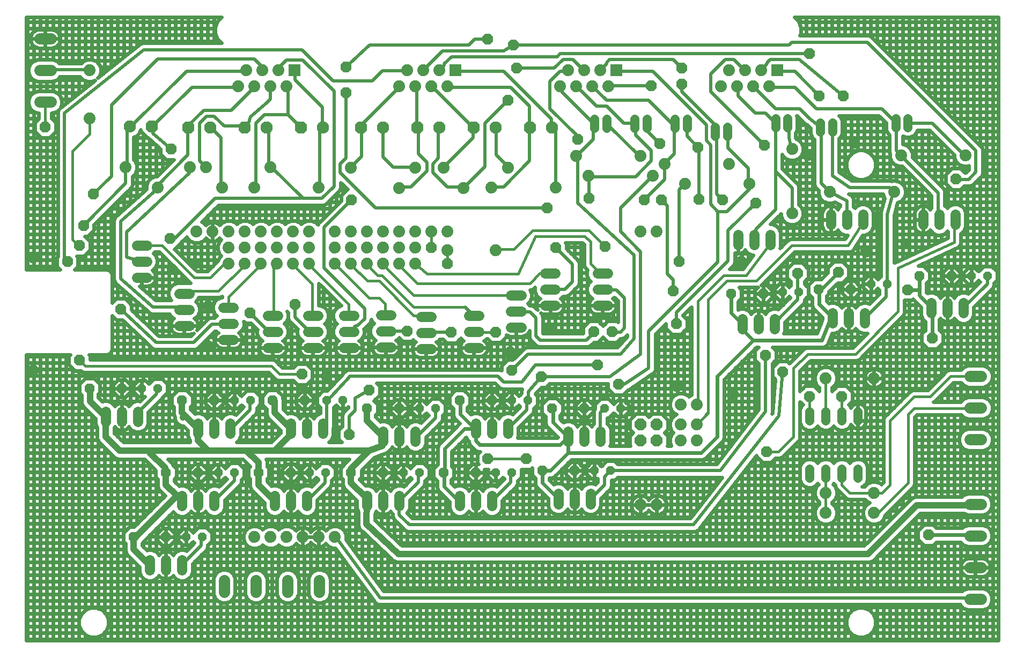
<source format=gbl>
G75*
%MOIN*%
%OFA0B0*%
%FSLAX25Y25*%
%IPPOS*%
%LPD*%
%AMOC8*
5,1,8,0,0,1.08239X$1,22.5*
%
%ADD10C,0.07400*%
%ADD11R,0.07400X0.07400*%
%ADD12OC8,0.07400*%
%ADD13C,0.07600*%
%ADD14OC8,0.07600*%
%ADD15C,0.05600*%
%ADD16OC8,0.06300*%
%ADD17OC8,0.05600*%
%ADD18C,0.06400*%
%ADD19C,0.07100*%
%ADD20C,0.04000*%
%ADD21C,0.02000*%
%ADD22C,0.02400*%
%ADD23OC8,0.06756*%
%ADD24C,0.01600*%
D10*
X0276965Y0179100D03*
X0286965Y0179100D03*
X0296965Y0179100D03*
X0306965Y0179100D03*
X0316965Y0179100D03*
X0326965Y0179100D03*
X0516965Y0199100D03*
X0526965Y0199100D03*
X0541965Y0239100D03*
X0551965Y0239100D03*
X0551965Y0249100D03*
X0541965Y0249100D03*
X0541965Y0261600D03*
X0551965Y0261600D03*
X0631965Y0277850D03*
X0661965Y0277850D03*
X0661965Y0206600D03*
X0661965Y0194100D03*
X0631965Y0194100D03*
X0631965Y0206600D03*
X0426965Y0357570D03*
X0396965Y0357570D03*
X0396965Y0369100D03*
X0386965Y0369100D03*
X0376965Y0369100D03*
X0366965Y0369100D03*
X0356965Y0369100D03*
X0346965Y0369100D03*
X0346965Y0359100D03*
X0356965Y0359100D03*
X0366965Y0359100D03*
X0376965Y0359100D03*
X0376965Y0349100D03*
X0366965Y0349100D03*
X0356965Y0349100D03*
X0346965Y0349100D03*
X0336965Y0349100D03*
X0326965Y0349100D03*
X0310965Y0349100D03*
X0300965Y0349100D03*
X0290965Y0349100D03*
X0280965Y0349100D03*
X0270965Y0349100D03*
X0260965Y0349100D03*
X0260965Y0359100D03*
X0260965Y0369100D03*
X0250965Y0369100D03*
X0240965Y0369100D03*
X0270965Y0369100D03*
X0270965Y0359100D03*
X0280965Y0359100D03*
X0280965Y0369100D03*
X0290965Y0369100D03*
X0290965Y0359100D03*
X0300965Y0359100D03*
X0300965Y0369100D03*
X0310965Y0369100D03*
X0310965Y0359100D03*
X0326965Y0359100D03*
X0326965Y0369100D03*
X0336965Y0369100D03*
X0336965Y0359100D03*
X0316670Y0396600D03*
X0336965Y0408805D03*
X0366965Y0396305D03*
X0376965Y0408805D03*
X0394465Y0408805D03*
X0406965Y0396305D03*
X0424170Y0396600D03*
X0434465Y0408805D03*
X0464170Y0396600D03*
X0484465Y0403805D03*
X0476965Y0416305D03*
X0516965Y0416305D03*
X0531965Y0411305D03*
X0524465Y0403805D03*
X0544465Y0398805D03*
X0571965Y0411305D03*
X0584465Y0398805D03*
X0611010Y0380350D03*
X0634465Y0393805D03*
X0611010Y0420350D03*
X0674465Y0393805D03*
X0678776Y0416600D03*
X0718776Y0416600D03*
X0596965Y0459395D03*
X0586965Y0459395D03*
X0576965Y0459395D03*
X0566965Y0459395D03*
X0571965Y0469395D03*
X0581965Y0469395D03*
X0591965Y0469395D03*
X0496965Y0459395D03*
X0491965Y0469395D03*
X0481965Y0469395D03*
X0471965Y0469395D03*
X0466965Y0459395D03*
X0476965Y0459395D03*
X0486965Y0459395D03*
X0396965Y0459395D03*
X0386965Y0459395D03*
X0376965Y0459395D03*
X0366965Y0459395D03*
X0371965Y0469395D03*
X0381965Y0469395D03*
X0391965Y0469395D03*
X0296965Y0459395D03*
X0286965Y0459395D03*
X0276965Y0459395D03*
X0266965Y0459395D03*
X0271965Y0469395D03*
X0281965Y0469395D03*
X0291965Y0469395D03*
X0286670Y0409100D03*
X0276670Y0396600D03*
X0256670Y0396600D03*
X0246670Y0409100D03*
X0236965Y0409100D03*
X0216670Y0396600D03*
X0196965Y0409100D03*
X0174465Y0439395D03*
X0174465Y0469395D03*
X0516965Y0369100D03*
X0526965Y0369100D03*
D11*
X0501965Y0469395D03*
X0401965Y0469395D03*
X0301965Y0469395D03*
X0601965Y0469395D03*
D12*
X0526965Y0249100D03*
X0516965Y0249100D03*
X0516965Y0239100D03*
X0526965Y0239100D03*
D13*
X0461965Y0433805D03*
X0426965Y0433805D03*
X0391965Y0433805D03*
X0356965Y0433805D03*
X0319465Y0433805D03*
X0284465Y0433805D03*
X0249465Y0433805D03*
X0199465Y0434395D03*
D14*
X0213215Y0434395D03*
X0235715Y0433805D03*
X0270715Y0433805D03*
X0305715Y0433805D03*
X0343215Y0433805D03*
X0378215Y0433805D03*
X0413215Y0433805D03*
X0448215Y0433805D03*
D15*
X0488215Y0433505D02*
X0488215Y0439105D01*
X0495715Y0439105D02*
X0495715Y0433505D01*
X0513215Y0433505D02*
X0513215Y0439105D01*
X0520715Y0439105D02*
X0520715Y0433505D01*
X0538215Y0433505D02*
X0538215Y0439105D01*
X0545715Y0439105D02*
X0545715Y0433505D01*
X0563215Y0434105D02*
X0563215Y0428505D01*
X0570715Y0428505D02*
X0570715Y0434105D01*
X0600715Y0433800D02*
X0600715Y0439400D01*
X0608215Y0439400D02*
X0608215Y0433800D01*
X0628510Y0431300D02*
X0628510Y0436900D01*
X0636010Y0436900D02*
X0636010Y0431300D01*
X0675420Y0433800D02*
X0675420Y0439400D01*
X0682920Y0439400D02*
X0682920Y0433800D01*
X0651965Y0257200D02*
X0651965Y0251600D01*
X0641965Y0251600D02*
X0641965Y0257200D01*
X0631965Y0257200D02*
X0631965Y0251600D01*
X0621965Y0251600D02*
X0621965Y0257200D01*
X0621965Y0221600D02*
X0621965Y0216000D01*
X0631965Y0216000D02*
X0631965Y0221600D01*
X0641965Y0221600D02*
X0641965Y0216000D01*
X0651965Y0216000D02*
X0651965Y0221600D01*
D16*
X0647497Y0333225D03*
X0627497Y0333225D03*
X0593215Y0330350D03*
X0573215Y0330350D03*
X0481965Y0259100D03*
X0461965Y0259100D03*
X0424465Y0264100D03*
X0404465Y0264100D03*
X0366965Y0259100D03*
X0346965Y0259100D03*
X0308215Y0264100D03*
X0288215Y0264100D03*
X0251965Y0264100D03*
X0231965Y0264100D03*
X0194465Y0271600D03*
X0174465Y0271600D03*
X0221965Y0219100D03*
X0241965Y0219100D03*
X0279465Y0219100D03*
X0299465Y0219100D03*
X0336965Y0219100D03*
X0356965Y0219100D03*
X0394465Y0219100D03*
X0414465Y0219100D03*
X0455715Y0220350D03*
X0475715Y0220350D03*
X0689997Y0341600D03*
X0709997Y0341600D03*
X0221965Y0179100D03*
X0201965Y0179100D03*
D17*
X0234465Y0179100D03*
X0244465Y0179100D03*
X0254465Y0219100D03*
X0264465Y0219100D03*
X0311010Y0219100D03*
X0321010Y0219100D03*
X0369465Y0219100D03*
X0379465Y0219100D03*
X0426965Y0219100D03*
X0436965Y0219100D03*
X0488215Y0220350D03*
X0498215Y0220350D03*
X0494465Y0259100D03*
X0504465Y0259100D03*
X0446965Y0264100D03*
X0436965Y0264100D03*
X0389465Y0259100D03*
X0379465Y0259100D03*
X0331965Y0264100D03*
X0321965Y0264100D03*
X0274465Y0264100D03*
X0264465Y0264100D03*
X0216965Y0271600D03*
X0206965Y0271600D03*
X0604997Y0331600D03*
X0614997Y0331600D03*
X0659997Y0336600D03*
X0669997Y0336600D03*
X0722497Y0341600D03*
X0732497Y0341600D03*
D18*
X0717497Y0324800D02*
X0717497Y0318400D01*
X0707497Y0318400D02*
X0707497Y0324800D01*
X0697497Y0324800D02*
X0697497Y0318400D01*
X0656247Y0318550D02*
X0656247Y0312150D01*
X0646247Y0312150D02*
X0646247Y0318550D01*
X0636247Y0318550D02*
X0636247Y0312150D01*
X0599997Y0314800D02*
X0599997Y0308400D01*
X0589997Y0308400D02*
X0589997Y0314800D01*
X0579997Y0314800D02*
X0579997Y0308400D01*
X0577497Y0360900D02*
X0577497Y0367300D01*
X0587497Y0367300D02*
X0587497Y0360900D01*
X0597497Y0360900D02*
X0597497Y0367300D01*
X0634997Y0373400D02*
X0634997Y0379800D01*
X0644997Y0379800D02*
X0644997Y0373400D01*
X0654997Y0373400D02*
X0654997Y0379800D01*
X0692497Y0379800D02*
X0692497Y0373400D01*
X0702497Y0373400D02*
X0702497Y0379800D01*
X0712497Y0379800D02*
X0712497Y0373400D01*
X0496415Y0343145D02*
X0490015Y0343145D01*
X0490015Y0333145D02*
X0496415Y0333145D01*
X0496415Y0323145D02*
X0490015Y0323145D01*
X0463915Y0323145D02*
X0457515Y0323145D01*
X0457515Y0333145D02*
X0463915Y0333145D01*
X0463915Y0343145D02*
X0457515Y0343145D01*
X0442665Y0329395D02*
X0436265Y0329395D01*
X0436265Y0319395D02*
X0442665Y0319395D01*
X0442665Y0309395D02*
X0436265Y0309395D01*
X0416415Y0306895D02*
X0410015Y0306895D01*
X0410015Y0296895D02*
X0416415Y0296895D01*
X0416415Y0316895D02*
X0410015Y0316895D01*
X0386815Y0316100D02*
X0380415Y0316100D01*
X0380415Y0306100D02*
X0386815Y0306100D01*
X0386815Y0296100D02*
X0380415Y0296100D01*
X0361715Y0297195D02*
X0355315Y0297195D01*
X0355315Y0307195D02*
X0361715Y0307195D01*
X0361715Y0317195D02*
X0355315Y0317195D01*
X0338715Y0316895D02*
X0332315Y0316895D01*
X0332315Y0306895D02*
X0338715Y0306895D01*
X0338715Y0296895D02*
X0332315Y0296895D01*
X0316415Y0296895D02*
X0310015Y0296895D01*
X0310015Y0306895D02*
X0316415Y0306895D01*
X0316415Y0316895D02*
X0310015Y0316895D01*
X0291415Y0316895D02*
X0285015Y0316895D01*
X0285015Y0306895D02*
X0291415Y0306895D01*
X0291415Y0296895D02*
X0285015Y0296895D01*
X0263915Y0301895D02*
X0257515Y0301895D01*
X0257515Y0311895D02*
X0263915Y0311895D01*
X0263915Y0321895D02*
X0257515Y0321895D01*
X0236415Y0320645D02*
X0230015Y0320645D01*
X0230015Y0310645D02*
X0236415Y0310645D01*
X0236415Y0330645D02*
X0230015Y0330645D01*
X0210165Y0340645D02*
X0203765Y0340645D01*
X0203765Y0350645D02*
X0210165Y0350645D01*
X0210165Y0360645D02*
X0203765Y0360645D01*
X0204465Y0257300D02*
X0204465Y0250900D01*
X0194465Y0250900D02*
X0194465Y0257300D01*
X0184465Y0257300D02*
X0184465Y0250900D01*
X0241965Y0249800D02*
X0241965Y0243400D01*
X0251965Y0243400D02*
X0251965Y0249800D01*
X0261965Y0249800D02*
X0261965Y0243400D01*
X0299465Y0243400D02*
X0299465Y0249800D01*
X0309465Y0249800D02*
X0309465Y0243400D01*
X0319465Y0243400D02*
X0319465Y0249800D01*
X0356965Y0244800D02*
X0356965Y0238400D01*
X0366965Y0238400D02*
X0366965Y0244800D01*
X0376965Y0244800D02*
X0376965Y0238400D01*
X0414465Y0243400D02*
X0414465Y0249800D01*
X0424465Y0249800D02*
X0424465Y0243400D01*
X0434465Y0243400D02*
X0434465Y0249800D01*
X0471965Y0244800D02*
X0471965Y0238400D01*
X0481965Y0238400D02*
X0481965Y0244800D01*
X0491965Y0244800D02*
X0491965Y0238400D01*
X0485715Y0206050D02*
X0485715Y0199650D01*
X0475715Y0199650D02*
X0475715Y0206050D01*
X0465715Y0206050D02*
X0465715Y0199650D01*
X0424465Y0198400D02*
X0424465Y0204800D01*
X0414465Y0204800D02*
X0414465Y0198400D01*
X0404465Y0198400D02*
X0404465Y0204800D01*
X0366965Y0204800D02*
X0366965Y0198400D01*
X0356965Y0198400D02*
X0356965Y0204800D01*
X0346965Y0204800D02*
X0346965Y0198400D01*
X0309465Y0198400D02*
X0309465Y0204800D01*
X0299465Y0204800D02*
X0299465Y0198400D01*
X0289465Y0198400D02*
X0289465Y0204800D01*
X0251965Y0204800D02*
X0251965Y0198400D01*
X0241965Y0198400D02*
X0241965Y0204800D01*
X0231965Y0204800D02*
X0231965Y0198400D01*
X0231965Y0164800D02*
X0231965Y0158400D01*
X0221965Y0158400D02*
X0221965Y0164800D01*
X0211965Y0164800D02*
X0211965Y0158400D01*
D19*
X0258207Y0152071D02*
X0258207Y0144971D01*
X0277892Y0144971D02*
X0277892Y0152071D01*
X0297577Y0152071D02*
X0297577Y0144971D01*
X0317262Y0144971D02*
X0317262Y0152071D01*
X0721407Y0160183D02*
X0728507Y0160183D01*
X0728507Y0140498D02*
X0721407Y0140498D01*
X0721407Y0179868D02*
X0728507Y0179868D01*
X0728507Y0199553D02*
X0721407Y0199553D01*
X0721486Y0239710D02*
X0728586Y0239710D01*
X0728586Y0259395D02*
X0721486Y0259395D01*
X0721486Y0279080D02*
X0728586Y0279080D01*
X0150436Y0449710D02*
X0143336Y0449710D01*
X0143336Y0469395D02*
X0150436Y0469395D01*
X0150436Y0489080D02*
X0143336Y0489080D01*
D20*
X0174465Y0271600D02*
X0174765Y0270800D01*
X0174765Y0263600D01*
X0183765Y0254600D01*
X0184465Y0254100D01*
X0185090Y0252225D01*
X0185090Y0251600D01*
X0184465Y0250975D01*
X0184465Y0241600D01*
X0193215Y0232850D01*
X0211965Y0232850D01*
X0211965Y0231600D01*
X0221340Y0222225D01*
X0221340Y0220975D01*
X0221965Y0219100D01*
X0221965Y0211600D01*
X0228840Y0204725D01*
X0203840Y0179725D01*
X0201965Y0179100D01*
X0201965Y0171600D01*
X0211965Y0161600D01*
X0231965Y0201600D02*
X0228840Y0204725D01*
X0211965Y0232850D02*
X0248215Y0232850D01*
X0241965Y0239100D01*
X0241965Y0246600D01*
X0242590Y0244725D01*
X0242590Y0242225D01*
X0241965Y0246600D02*
X0241865Y0246600D01*
X0233790Y0254675D01*
X0232590Y0253475D01*
X0233790Y0254675D02*
X0231965Y0256500D01*
X0231965Y0264100D01*
X0248215Y0232850D02*
X0271965Y0232850D01*
X0279465Y0225350D01*
X0279465Y0219100D01*
X0279465Y0211600D01*
X0289465Y0201600D01*
X0289465Y0232850D02*
X0271965Y0232850D01*
X0289465Y0232850D02*
X0299465Y0242850D01*
X0299465Y0246600D01*
X0298840Y0244725D01*
X0299465Y0246600D02*
X0289565Y0256500D01*
X0289565Y0263700D01*
X0288215Y0264100D01*
X0289465Y0232850D02*
X0348215Y0232850D01*
X0336965Y0221600D01*
X0336965Y0219100D01*
X0336965Y0212850D01*
X0346340Y0203475D01*
X0346965Y0201600D01*
X0346615Y0187300D01*
X0366565Y0168600D01*
X0658065Y0168600D01*
X0688365Y0198900D01*
X0724265Y0198900D01*
X0724957Y0199553D01*
X0356965Y0241600D02*
X0356340Y0239725D01*
X0356340Y0235975D01*
X0348215Y0232850D01*
X0356965Y0241600D02*
X0346965Y0251600D01*
X0346965Y0259100D01*
X0185090Y0251600D02*
X0185090Y0249725D01*
D21*
X0204465Y0254100D02*
X0204465Y0256400D01*
X0216165Y0268100D01*
X0216165Y0270800D01*
X0216965Y0270975D01*
X0216965Y0271600D01*
X0261965Y0246600D02*
X0262565Y0246600D01*
X0274265Y0258300D01*
X0274265Y0263700D01*
X0274465Y0264100D01*
X0321965Y0264100D02*
X0321965Y0248400D01*
X0320165Y0246600D01*
X0319465Y0246600D01*
X0335715Y0242850D02*
X0335715Y0254100D01*
X0339465Y0257850D01*
X0339465Y0265350D01*
X0348215Y0270350D01*
X0336115Y0279100D02*
X0428215Y0279100D01*
X0431965Y0275350D01*
X0443215Y0275350D01*
X0451615Y0286250D01*
X0490265Y0286250D01*
X0497965Y0278850D02*
X0516965Y0292850D01*
X0516965Y0356600D01*
X0504465Y0369100D01*
X0504465Y0383805D01*
X0524465Y0403805D01*
X0524465Y0403200D01*
X0531665Y0401400D02*
X0531665Y0410400D01*
X0531965Y0411305D01*
X0532565Y0412200D01*
X0537965Y0417600D01*
X0537965Y0435600D01*
X0538215Y0436305D01*
X0537065Y0435600D01*
X0521765Y0450900D01*
X0495665Y0450900D01*
X0487565Y0459000D01*
X0486965Y0459395D01*
X0477665Y0459000D02*
X0476965Y0459395D01*
X0477665Y0459000D02*
X0489365Y0447300D01*
X0495665Y0447300D01*
X0506465Y0436500D01*
X0512765Y0436500D01*
X0513215Y0436305D01*
X0513665Y0435600D01*
X0513665Y0429300D01*
X0523565Y0419400D01*
X0523565Y0413100D01*
X0513665Y0403200D01*
X0485765Y0403200D01*
X0484465Y0403805D01*
X0484865Y0403200D01*
X0484865Y0389700D01*
X0477665Y0387000D02*
X0477665Y0415800D01*
X0476965Y0416305D01*
X0477665Y0416700D01*
X0487565Y0426600D01*
X0487565Y0435600D01*
X0488215Y0436305D01*
X0487565Y0436500D01*
X0467765Y0456300D01*
X0467765Y0459000D01*
X0466965Y0459395D01*
X0460565Y0462600D02*
X0460565Y0445500D01*
X0477665Y0428400D01*
X0477665Y0426600D01*
X0464165Y0432000D02*
X0462365Y0433800D01*
X0461965Y0433805D01*
X0461465Y0434700D01*
X0461465Y0439200D01*
X0431765Y0468900D01*
X0402065Y0468900D01*
X0401965Y0469395D01*
X0394865Y0472500D02*
X0394865Y0473400D01*
X0399365Y0477900D01*
X0465065Y0477900D01*
X0466865Y0479700D01*
X0621665Y0479700D01*
X0615365Y0476100D02*
X0642865Y0453600D01*
X0627965Y0453600D02*
X0612665Y0468900D01*
X0602765Y0468900D01*
X0601965Y0469395D01*
X0595565Y0473400D02*
X0595565Y0474300D01*
X0597365Y0476100D01*
X0615365Y0476100D01*
X0609065Y0485100D02*
X0437865Y0485100D01*
X0431765Y0481500D01*
X0393965Y0481500D01*
X0382265Y0469800D01*
X0381965Y0469395D01*
X0371965Y0469395D02*
X0371965Y0469100D01*
X0356340Y0469100D01*
X0350090Y0462850D01*
X0325715Y0462850D01*
X0306340Y0482225D01*
X0208215Y0482225D01*
X0158840Y0442850D01*
X0158840Y0352225D01*
X0160715Y0350350D01*
X0193815Y0339850D02*
X0193815Y0375650D01*
X0216665Y0396000D01*
X0216670Y0396600D01*
X0215765Y0396900D01*
X0235565Y0416700D01*
X0235565Y0432900D01*
X0235715Y0433805D01*
X0235565Y0434700D01*
X0245465Y0444600D01*
X0262565Y0444600D01*
X0276965Y0459000D01*
X0276965Y0459395D01*
X0286865Y0459000D02*
X0286965Y0458900D01*
X0286965Y0451600D01*
X0284465Y0449100D01*
X0274465Y0440350D01*
X0273215Y0436305D01*
X0270715Y0433805D01*
X0269765Y0434700D02*
X0258065Y0434700D01*
X0251765Y0441000D01*
X0247265Y0441000D01*
X0242765Y0436500D01*
X0242765Y0413100D01*
X0246365Y0409500D01*
X0246670Y0409100D01*
X0236965Y0409100D02*
X0236465Y0408600D01*
X0236465Y0405550D01*
X0197415Y0369000D01*
X0197415Y0353200D01*
X0205865Y0351000D01*
X0207665Y0351000D01*
X0206965Y0350645D01*
X0193815Y0339850D02*
X0213965Y0322200D01*
X0232865Y0322200D01*
X0233215Y0320645D01*
X0250465Y0311400D02*
X0239165Y0300100D01*
X0215765Y0300100D01*
X0193815Y0320800D01*
X0250465Y0311400D02*
X0259865Y0311400D01*
X0260715Y0311895D01*
X0260715Y0321895D02*
X0260765Y0322200D01*
X0274265Y0318600D02*
X0285965Y0306900D01*
X0287765Y0306900D01*
X0288215Y0306895D01*
X0302165Y0315900D02*
X0302165Y0324000D01*
X0302165Y0315900D02*
X0311165Y0306900D01*
X0312965Y0306900D01*
X0313215Y0306895D01*
X0335515Y0306895D02*
X0336365Y0306900D01*
X0339965Y0310500D01*
X0340865Y0310500D01*
X0345365Y0315000D01*
X0345365Y0321300D01*
X0320165Y0346500D01*
X0320165Y0371700D01*
X0337265Y0388800D01*
X0326340Y0397225D02*
X0318840Y0389725D01*
X0306965Y0389725D01*
X0306340Y0390350D01*
X0305715Y0389725D01*
X0252590Y0389725D01*
X0227590Y0364725D01*
X0224465Y0364725D01*
X0196965Y0399100D02*
X0170715Y0372850D01*
X0176915Y0392350D02*
X0188215Y0403650D01*
X0188215Y0447850D01*
X0216965Y0476600D01*
X0276965Y0476600D01*
X0281965Y0471600D01*
X0281965Y0469395D01*
X0271965Y0469395D02*
X0271565Y0468900D01*
X0234665Y0468900D01*
X0200465Y0434700D01*
X0199465Y0434395D01*
X0198665Y0433800D01*
X0197765Y0432900D01*
X0197765Y0409500D01*
X0196965Y0409100D01*
X0196965Y0399100D01*
X0225015Y0420400D02*
X0213965Y0430200D01*
X0213965Y0433800D01*
X0213215Y0434395D01*
X0213965Y0434700D01*
X0238265Y0459000D01*
X0266165Y0459000D01*
X0266965Y0459395D01*
X0286865Y0459000D02*
X0286965Y0459395D01*
X0296965Y0459395D02*
X0297665Y0459000D01*
X0297665Y0441900D01*
X0283265Y0441900D01*
X0277865Y0436500D01*
X0277865Y0397800D01*
X0276965Y0396900D01*
X0276670Y0396600D01*
X0285965Y0409500D02*
X0286670Y0409100D01*
X0287590Y0409100D01*
X0306340Y0390350D01*
X0316670Y0396600D02*
X0317465Y0397395D01*
X0317465Y0431100D01*
X0319265Y0432900D01*
X0319465Y0433805D01*
X0319265Y0434700D01*
X0319265Y0446400D01*
X0302165Y0463500D01*
X0302165Y0468900D01*
X0301965Y0469395D01*
X0306965Y0475975D02*
X0296965Y0475975D01*
X0291965Y0470975D01*
X0291965Y0469395D01*
X0306965Y0475975D02*
X0326340Y0456600D01*
X0326340Y0397225D01*
X0330065Y0405900D02*
X0352065Y0383900D01*
X0458765Y0383900D01*
X0464170Y0396600D02*
X0464165Y0396900D01*
X0464165Y0432000D01*
X0448215Y0433805D02*
X0447965Y0432900D01*
X0447965Y0413100D01*
X0431765Y0396900D01*
X0424565Y0396900D01*
X0424170Y0396600D01*
X0420065Y0409500D02*
X0407465Y0396900D01*
X0406965Y0396305D01*
X0406565Y0396900D01*
X0396665Y0396900D01*
X0387665Y0405900D01*
X0387665Y0411300D01*
X0391265Y0414900D01*
X0391265Y0433800D01*
X0391965Y0433805D01*
X0378665Y0433800D02*
X0378215Y0433805D01*
X0377765Y0434700D01*
X0377765Y0459000D01*
X0376965Y0459395D01*
X0366965Y0459395D02*
X0366965Y0459000D01*
X0342665Y0434700D01*
X0343215Y0433805D01*
X0343565Y0432900D01*
X0343565Y0415800D01*
X0337265Y0409500D01*
X0336965Y0408805D01*
X0333665Y0414900D02*
X0330065Y0411300D01*
X0330065Y0405900D01*
X0333665Y0414900D02*
X0333665Y0455400D01*
X0333665Y0471400D02*
X0348365Y0485100D01*
X0410165Y0485100D01*
X0413765Y0488700D01*
X0421865Y0488700D01*
X0439865Y0470700D02*
X0463265Y0470700D01*
X0468665Y0476100D01*
X0474965Y0476100D01*
X0481265Y0469800D01*
X0481965Y0469395D01*
X0471965Y0469395D02*
X0471365Y0468900D01*
X0466865Y0468900D01*
X0460565Y0462600D01*
X0447965Y0447300D02*
X0447965Y0434700D01*
X0448215Y0433805D01*
X0447965Y0447300D02*
X0436265Y0459000D01*
X0397565Y0459000D01*
X0396965Y0459395D01*
X0387665Y0459000D02*
X0386965Y0459395D01*
X0387665Y0459000D02*
X0412865Y0433800D01*
X0413215Y0433805D01*
X0412865Y0432900D01*
X0412865Y0427500D01*
X0394865Y0409500D01*
X0394465Y0408805D01*
X0384065Y0406800D02*
X0374165Y0396900D01*
X0366965Y0396900D01*
X0366965Y0396305D01*
X0384065Y0406800D02*
X0384065Y0412200D01*
X0378665Y0417600D01*
X0378665Y0433800D01*
X0356965Y0433805D02*
X0356965Y0415350D01*
X0363215Y0409100D01*
X0376670Y0409100D01*
X0376965Y0408805D01*
X0420065Y0409500D02*
X0420065Y0436500D01*
X0434465Y0450900D01*
X0427265Y0433800D02*
X0426965Y0433805D01*
X0427265Y0433800D02*
X0427265Y0416700D01*
X0434465Y0409500D01*
X0434465Y0408805D01*
X0477665Y0387000D02*
X0512715Y0354450D01*
X0512715Y0302350D01*
X0504465Y0292850D01*
X0446965Y0292850D01*
X0436965Y0282850D01*
X0447065Y0269500D02*
X0455165Y0278850D01*
X0497965Y0278850D01*
X0503215Y0274100D02*
X0506965Y0274100D01*
X0521965Y0284100D01*
X0521965Y0307100D01*
X0564965Y0350100D01*
X0564965Y0381600D01*
X0570365Y0381600D01*
X0584765Y0396000D01*
X0584765Y0397800D01*
X0584465Y0398805D01*
X0583865Y0399600D01*
X0583865Y0408600D01*
X0571265Y0421200D01*
X0571265Y0431100D01*
X0570715Y0431305D01*
X0564065Y0431100D02*
X0563215Y0431305D01*
X0563165Y0432000D01*
X0563165Y0435600D01*
X0542465Y0456300D01*
X0542465Y0460800D01*
X0542465Y0470700D02*
X0537065Y0476100D01*
X0497465Y0476100D01*
X0495665Y0474300D01*
X0495665Y0473400D01*
X0492065Y0469800D01*
X0491965Y0469395D01*
X0501965Y0469395D02*
X0501965Y0468900D01*
X0524465Y0468900D01*
X0557765Y0435600D01*
X0557765Y0425700D01*
X0560465Y0423000D01*
X0560465Y0386100D01*
X0564965Y0381600D01*
X0567665Y0388800D02*
X0564065Y0392400D01*
X0564065Y0431100D01*
X0553215Y0420975D02*
X0552590Y0421600D01*
X0545715Y0428475D01*
X0545715Y0436305D01*
X0553215Y0420975D02*
X0553215Y0389100D01*
X0544465Y0398805D02*
X0544265Y0398700D01*
X0540665Y0395100D01*
X0540665Y0350600D01*
X0533465Y0342900D02*
X0533465Y0385200D01*
X0529865Y0388800D01*
X0519065Y0388800D02*
X0531665Y0401400D01*
X0516965Y0416305D02*
X0516365Y0415800D01*
X0496565Y0435600D01*
X0495715Y0436305D01*
X0520715Y0436305D02*
X0520865Y0435600D01*
X0520865Y0432000D01*
X0528965Y0423900D01*
X0560465Y0456300D02*
X0593765Y0423000D01*
X0600715Y0436600D02*
X0594465Y0442850D01*
X0588215Y0442850D01*
X0577565Y0453500D01*
X0577565Y0459000D01*
X0576965Y0459395D01*
X0586965Y0459395D02*
X0587465Y0459000D01*
X0600965Y0445500D01*
X0615765Y0445500D01*
X0621915Y0439350D01*
X0628510Y0434100D01*
X0629065Y0434000D01*
X0629065Y0399205D01*
X0634465Y0393805D01*
X0645065Y0388300D01*
X0645065Y0377100D01*
X0644997Y0376600D01*
X0654965Y0376200D02*
X0654997Y0376600D01*
X0654965Y0376200D02*
X0654965Y0374400D01*
X0670265Y0379800D02*
X0670265Y0337500D01*
X0669997Y0336600D01*
X0669365Y0336600D01*
X0669365Y0328500D01*
X0656765Y0315900D01*
X0656247Y0315350D01*
X0614465Y0326700D02*
X0600065Y0312300D01*
X0599997Y0311600D01*
X0614465Y0326700D02*
X0614465Y0331200D01*
X0614997Y0331600D01*
X0614465Y0332100D01*
X0614465Y0343200D01*
X0597365Y0361800D02*
X0597365Y0363600D01*
X0597497Y0364100D01*
X0588365Y0364500D02*
X0588365Y0370500D01*
X0600715Y0382850D01*
X0600715Y0406600D01*
X0611010Y0396305D01*
X0611010Y0380350D01*
X0588365Y0387000D02*
X0571265Y0369900D01*
X0571265Y0351000D01*
X0539065Y0318800D01*
X0539065Y0311800D01*
X0537065Y0332100D02*
X0537065Y0339300D01*
X0533465Y0342900D01*
X0506965Y0327850D02*
X0506965Y0309100D01*
X0504465Y0306600D01*
X0499565Y0306600D01*
X0499265Y0306900D01*
X0487715Y0306900D02*
X0487715Y0306100D01*
X0483215Y0301600D01*
X0454465Y0301600D01*
X0451965Y0304100D01*
X0451965Y0315350D01*
X0448215Y0319100D01*
X0439760Y0319100D01*
X0439465Y0319395D01*
X0413215Y0316895D02*
X0407865Y0322200D01*
X0399265Y0306450D02*
X0383965Y0306450D01*
X0383615Y0306100D01*
X0384065Y0306000D01*
X0371715Y0307300D02*
X0358620Y0307300D01*
X0358515Y0307195D01*
X0335515Y0316895D02*
X0335465Y0317700D01*
X0347165Y0348300D02*
X0346965Y0349100D01*
X0290465Y0348300D02*
X0288665Y0346500D01*
X0270965Y0349100D02*
X0270665Y0348300D01*
X0256670Y0396600D02*
X0256265Y0396900D01*
X0256265Y0427500D01*
X0249965Y0433800D01*
X0249465Y0433805D01*
X0284465Y0433805D02*
X0285065Y0433800D01*
X0285965Y0432900D01*
X0285965Y0409500D01*
X0305715Y0433805D02*
X0304865Y0434700D01*
X0297665Y0441900D01*
X0391965Y0469395D02*
X0392165Y0469800D01*
X0394865Y0472500D01*
X0496965Y0459395D02*
X0497465Y0459900D01*
X0523565Y0459900D01*
X0560465Y0456300D02*
X0560465Y0467100D01*
X0569465Y0476100D01*
X0574865Y0476100D01*
X0581165Y0469800D01*
X0581965Y0469395D01*
X0591965Y0469395D02*
X0591965Y0469800D01*
X0595565Y0473400D01*
X0596965Y0459395D02*
X0597365Y0459000D01*
X0612665Y0459000D01*
X0626165Y0445500D01*
X0666665Y0445500D01*
X0674765Y0437400D01*
X0675420Y0436600D01*
X0675665Y0436500D01*
X0675665Y0419400D01*
X0678365Y0416700D01*
X0678776Y0416600D01*
X0679265Y0415800D01*
X0701765Y0393300D01*
X0701765Y0377100D01*
X0702497Y0376600D01*
X0711665Y0376200D02*
X0712497Y0376600D01*
X0713165Y0401600D02*
X0712965Y0401800D01*
X0713165Y0401600D02*
X0720715Y0401600D01*
X0725165Y0406050D01*
X0725165Y0419400D01*
X0657665Y0486900D01*
X0610865Y0486900D01*
X0609065Y0485100D01*
X0608215Y0436600D02*
X0609065Y0436500D01*
X0609065Y0427500D01*
X0610365Y0421200D01*
X0611010Y0420350D01*
X0600715Y0406600D02*
X0600715Y0436600D01*
X0636010Y0434100D02*
X0636010Y0403805D01*
X0646965Y0396600D01*
X0671670Y0396600D01*
X0674465Y0393805D01*
X0673765Y0393300D01*
X0670265Y0379800D01*
X0717965Y0416700D02*
X0718776Y0416600D01*
X0717965Y0416700D02*
X0698165Y0436500D01*
X0683765Y0436500D01*
X0682920Y0436600D01*
X0588365Y0364500D02*
X0587497Y0364100D01*
X0506965Y0327850D02*
X0501965Y0332850D01*
X0493510Y0332850D01*
X0493215Y0333145D01*
X0474465Y0337850D02*
X0469760Y0333145D01*
X0460715Y0333145D01*
X0474465Y0337850D02*
X0474465Y0348800D01*
X0464165Y0359100D01*
X0594465Y0292225D02*
X0594465Y0257225D01*
X0566340Y0220350D01*
X0498215Y0220350D01*
X0494465Y0216600D01*
X0494465Y0211600D01*
X0485715Y0202850D01*
X0485915Y0202850D01*
X0436265Y0213300D02*
X0424565Y0201600D01*
X0424465Y0201600D01*
X0436265Y0213300D02*
X0436265Y0218700D01*
X0436965Y0219100D01*
X0434465Y0246600D02*
X0446165Y0258300D01*
X0446165Y0263700D01*
X0446965Y0264100D01*
X0447065Y0264600D01*
X0447065Y0269500D01*
X0491965Y0256600D02*
X0491965Y0241600D01*
X0491965Y0256600D02*
X0494465Y0259100D01*
X0557365Y0254800D02*
X0558665Y0256100D01*
X0602765Y0254600D02*
X0605265Y0281800D01*
X0602765Y0254600D02*
X0549865Y0186700D01*
X0373115Y0186700D01*
X0366965Y0192850D01*
X0366965Y0201600D01*
X0378665Y0213300D01*
X0378665Y0218700D01*
X0379465Y0219100D01*
X0377765Y0241600D02*
X0376965Y0241600D01*
X0377765Y0241600D02*
X0389465Y0253300D01*
X0389465Y0259100D01*
X0336115Y0279100D02*
X0335315Y0278300D01*
X0322865Y0264600D01*
X0321965Y0264100D01*
X0321010Y0219100D02*
X0320715Y0219100D01*
X0320715Y0212850D01*
X0309465Y0201600D01*
X0326965Y0179100D02*
X0327365Y0179100D01*
X0355165Y0141300D01*
X0724265Y0141300D01*
X0724957Y0140498D01*
X0717497Y0321600D02*
X0717965Y0322200D01*
X0732365Y0336600D01*
X0732365Y0341100D01*
X0732497Y0341600D01*
X0264465Y0219100D02*
X0264465Y0214100D01*
X0251965Y0201600D01*
X0244465Y0179100D02*
X0243665Y0179100D01*
X0243665Y0173700D01*
X0231965Y0162000D01*
X0231965Y0161600D01*
X0174465Y0469395D02*
X0174365Y0469800D01*
X0147365Y0469800D01*
X0146886Y0469395D01*
D22*
X0135165Y0292600D02*
X0135165Y0114800D01*
X0739001Y0114800D01*
X0739001Y0502416D01*
X0612383Y0502412D01*
X0615018Y0499776D01*
X0616464Y0496285D01*
X0616464Y0492506D01*
X0615882Y0491100D01*
X0658501Y0491100D01*
X0660044Y0490461D01*
X0661226Y0489279D01*
X0727544Y0422961D01*
X0727544Y0422961D01*
X0728726Y0421779D01*
X0729365Y0420235D01*
X0729365Y0405215D01*
X0728726Y0403671D01*
X0724276Y0399221D01*
X0723094Y0398039D01*
X0721551Y0397400D01*
X0717868Y0397400D01*
X0715690Y0395222D01*
X0710241Y0395222D01*
X0706387Y0399075D01*
X0706387Y0404525D01*
X0710241Y0408378D01*
X0715690Y0408378D01*
X0718268Y0405800D01*
X0718976Y0405800D01*
X0720965Y0407790D01*
X0720965Y0410038D01*
X0720149Y0409700D01*
X0717404Y0409700D01*
X0714868Y0410750D01*
X0712927Y0412691D01*
X0711876Y0415227D01*
X0711876Y0416849D01*
X0696426Y0432300D01*
X0688793Y0432300D01*
X0688006Y0430401D01*
X0686319Y0428713D01*
X0684113Y0427800D01*
X0681726Y0427800D01*
X0679865Y0428571D01*
X0679865Y0423500D01*
X0680149Y0423500D01*
X0682685Y0422450D01*
X0684626Y0420509D01*
X0685676Y0417972D01*
X0685676Y0415329D01*
X0705326Y0395679D01*
X0705965Y0394135D01*
X0705965Y0385291D01*
X0706122Y0385226D01*
X0707497Y0383851D01*
X0708871Y0385226D01*
X0711224Y0386200D01*
X0713770Y0386200D01*
X0716122Y0385226D01*
X0717922Y0383425D01*
X0718897Y0381073D01*
X0718897Y0372127D01*
X0717922Y0369775D01*
X0716122Y0367974D01*
X0715665Y0367785D01*
X0715665Y0362678D01*
X0715693Y0361960D01*
X0715665Y0361885D01*
X0715665Y0361804D01*
X0715390Y0361141D01*
X0715142Y0360467D01*
X0715087Y0360408D01*
X0715056Y0360334D01*
X0714548Y0359826D01*
X0714061Y0359299D01*
X0713988Y0359266D01*
X0713931Y0359209D01*
X0713268Y0358934D01*
X0689411Y0347950D01*
X0692627Y0347950D01*
X0696347Y0344230D01*
X0696347Y0338970D01*
X0694465Y0337088D01*
X0694465Y0331223D01*
X0694996Y0330692D01*
X0696224Y0331200D01*
X0698770Y0331200D01*
X0701122Y0330226D01*
X0702922Y0328425D01*
X0703116Y0327958D01*
X0703378Y0328318D01*
X0703979Y0328919D01*
X0704666Y0329418D01*
X0705424Y0329804D01*
X0706232Y0330067D01*
X0707072Y0330200D01*
X0707497Y0330200D01*
X0707497Y0321600D01*
X0707497Y0321600D01*
X0707497Y0313000D01*
X0707922Y0313000D01*
X0708761Y0313133D01*
X0709570Y0313396D01*
X0710327Y0313782D01*
X0711015Y0314281D01*
X0711616Y0314882D01*
X0711877Y0315242D01*
X0712071Y0314775D01*
X0713871Y0312974D01*
X0716224Y0312000D01*
X0718770Y0312000D01*
X0721122Y0312974D01*
X0722922Y0314775D01*
X0723897Y0317127D01*
X0723897Y0322192D01*
X0735926Y0334221D01*
X0736565Y0335765D01*
X0736565Y0337183D01*
X0738497Y0339115D01*
X0738497Y0344085D01*
X0734982Y0347600D01*
X0730011Y0347600D01*
X0726790Y0344378D01*
X0724568Y0346600D01*
X0722497Y0346600D01*
X0722497Y0341600D01*
X0722497Y0336600D01*
X0724568Y0336600D01*
X0726790Y0338822D01*
X0727718Y0337893D01*
X0720365Y0330539D01*
X0718770Y0331200D01*
X0716224Y0331200D01*
X0713871Y0330226D01*
X0712071Y0328425D01*
X0711877Y0327958D01*
X0711616Y0328318D01*
X0711015Y0328919D01*
X0710327Y0329418D01*
X0709570Y0329804D01*
X0708761Y0330067D01*
X0707922Y0330200D01*
X0707497Y0330200D01*
X0707497Y0321600D01*
X0707497Y0321600D01*
X0707497Y0313000D01*
X0707072Y0313000D01*
X0706232Y0313133D01*
X0705424Y0313396D01*
X0704666Y0313782D01*
X0703979Y0314281D01*
X0703378Y0314882D01*
X0703116Y0315242D01*
X0702922Y0314775D01*
X0702615Y0314468D01*
X0702615Y0307753D01*
X0704793Y0305575D01*
X0704793Y0300125D01*
X0700940Y0296272D01*
X0695491Y0296272D01*
X0691637Y0300125D01*
X0691637Y0305575D01*
X0693815Y0307753D01*
X0693815Y0313031D01*
X0692071Y0314775D01*
X0691097Y0317127D01*
X0691097Y0322146D01*
X0686335Y0326908D01*
X0686259Y0327091D01*
X0685590Y0326422D01*
X0680915Y0326422D01*
X0680915Y0318554D01*
X0680306Y0317084D01*
X0652681Y0289459D01*
X0651211Y0288850D01*
X0622372Y0288850D01*
X0615965Y0282443D01*
X0615965Y0269903D01*
X0615965Y0282443D01*
X0617122Y0283600D02*
X0627957Y0283600D01*
X0627965Y0283608D02*
X0627965Y0288850D01*
X0623965Y0288850D02*
X0623965Y0273178D01*
X0624690Y0273178D02*
X0619241Y0273178D01*
X0615965Y0269903D01*
X0615965Y0271600D02*
X0617663Y0271600D01*
X0619965Y0273178D02*
X0619965Y0286443D01*
X0621122Y0287600D02*
X0739001Y0287600D01*
X0739001Y0283600D02*
X0733612Y0283600D01*
X0734308Y0282904D02*
X0732410Y0284803D01*
X0729929Y0285830D01*
X0720143Y0285830D01*
X0717663Y0284803D01*
X0715960Y0283100D01*
X0708670Y0283100D01*
X0707199Y0282491D01*
X0706074Y0281366D01*
X0695308Y0270600D01*
X0686170Y0270600D01*
X0684699Y0269991D01*
X0683574Y0268866D01*
X0668574Y0253866D01*
X0667965Y0252396D01*
X0667965Y0304743D01*
X0666822Y0303600D02*
X0691637Y0303600D01*
X0691965Y0305903D02*
X0691965Y0315030D01*
X0691729Y0315600D02*
X0678822Y0315600D01*
X0679965Y0316743D02*
X0679965Y0265257D01*
X0678308Y0263600D02*
X0648268Y0263600D01*
X0648543Y0263875D02*
X0648543Y0269325D01*
X0644690Y0273178D01*
X0639241Y0273178D01*
X0635965Y0269903D01*
X0635965Y0272092D01*
X0637815Y0273941D01*
X0638865Y0276477D01*
X0638865Y0279222D01*
X0637815Y0281759D01*
X0635874Y0283700D01*
X0633338Y0284750D01*
X0630593Y0284750D01*
X0628057Y0283700D01*
X0626116Y0281759D01*
X0625065Y0279222D01*
X0625065Y0276477D01*
X0626116Y0273941D01*
X0627965Y0272092D01*
X0627965Y0269903D01*
X0624690Y0273178D01*
X0626268Y0271600D02*
X0627965Y0271600D01*
X0625429Y0275600D02*
X0615965Y0275600D01*
X0615965Y0279600D02*
X0625222Y0279600D01*
X0631965Y0284750D02*
X0631965Y0288850D01*
X0635965Y0288850D02*
X0635965Y0283608D01*
X0635973Y0283600D02*
X0660569Y0283600D01*
X0660584Y0283605D02*
X0659700Y0283318D01*
X0658873Y0282896D01*
X0658122Y0282350D01*
X0657465Y0281694D01*
X0656919Y0280942D01*
X0656497Y0280115D01*
X0656210Y0279232D01*
X0656065Y0278314D01*
X0656065Y0277850D01*
X0656065Y0277386D01*
X0656210Y0276468D01*
X0656497Y0275585D01*
X0656919Y0274758D01*
X0657465Y0274006D01*
X0658122Y0273350D01*
X0658873Y0272804D01*
X0659700Y0272382D01*
X0660584Y0272095D01*
X0661501Y0271950D01*
X0661965Y0271950D01*
X0661965Y0277850D01*
X0661965Y0277850D01*
X0656065Y0277850D01*
X0661965Y0277850D01*
X0661965Y0283750D01*
X0661501Y0283750D01*
X0660584Y0283605D01*
X0659965Y0283404D02*
X0659965Y0296743D01*
X0658822Y0295600D02*
X0739001Y0295600D01*
X0739001Y0291600D02*
X0654822Y0291600D01*
X0655965Y0292743D02*
X0655965Y0260201D01*
X0655779Y0260457D02*
X0656242Y0259821D01*
X0656599Y0259119D01*
X0656842Y0258371D01*
X0656965Y0257594D01*
X0656965Y0251600D01*
X0651965Y0251600D01*
X0651965Y0262200D01*
X0651572Y0262200D01*
X0650794Y0262077D01*
X0650046Y0261834D01*
X0649345Y0261476D01*
X0648708Y0261014D01*
X0648151Y0260457D01*
X0647689Y0259821D01*
X0647515Y0259480D01*
X0647052Y0260599D01*
X0646159Y0261491D01*
X0648543Y0263875D01*
X0647965Y0263297D02*
X0647965Y0260201D01*
X0647576Y0259600D02*
X0647465Y0259600D01*
X0651965Y0259600D02*
X0651965Y0259600D01*
X0651965Y0262200D02*
X0651965Y0251600D01*
X0651965Y0251600D01*
X0651965Y0251600D01*
X0651965Y0246600D01*
X0651572Y0246600D01*
X0650794Y0246723D01*
X0650046Y0246966D01*
X0649345Y0247324D01*
X0648708Y0247786D01*
X0648151Y0248343D01*
X0647689Y0248979D01*
X0647515Y0249320D01*
X0647052Y0248201D01*
X0645364Y0246513D01*
X0643159Y0245600D01*
X0640772Y0245600D01*
X0638566Y0246513D01*
X0636965Y0248115D01*
X0635364Y0246513D01*
X0633159Y0245600D01*
X0630772Y0245600D01*
X0628566Y0246513D01*
X0626965Y0248115D01*
X0625364Y0246513D01*
X0623159Y0245600D01*
X0620772Y0245600D01*
X0618566Y0246513D01*
X0616879Y0248201D01*
X0615965Y0250407D01*
X0615965Y0222793D01*
X0615965Y0214807D01*
X0615965Y0173800D01*
X0611965Y0173800D02*
X0611965Y0235943D01*
X0611622Y0235600D02*
X0667965Y0235600D01*
X0667965Y0239600D02*
X0615466Y0239600D01*
X0615356Y0239334D02*
X0615965Y0240804D01*
X0615965Y0263297D01*
X0615965Y0258393D01*
X0615965Y0250407D01*
X0615965Y0251600D02*
X0615965Y0251600D01*
X0615965Y0247600D02*
X0617480Y0247600D01*
X0619965Y0245934D02*
X0619965Y0227266D01*
X0620772Y0227600D02*
X0618566Y0226687D01*
X0616879Y0224999D01*
X0615965Y0222793D01*
X0616299Y0223600D02*
X0583938Y0223600D01*
X0583965Y0223635D02*
X0583965Y0173800D01*
X0579965Y0173800D02*
X0579965Y0218501D01*
X0580821Y0219600D02*
X0615965Y0219600D01*
X0615965Y0215600D02*
X0577705Y0215600D01*
X0575965Y0213367D02*
X0575965Y0173800D01*
X0571965Y0173800D02*
X0571965Y0208233D01*
X0571472Y0207600D02*
X0625065Y0207600D01*
X0625065Y0207972D02*
X0625065Y0205227D01*
X0626116Y0202691D01*
X0627965Y0200842D01*
X0627965Y0199858D01*
X0626116Y0198009D01*
X0625065Y0195472D01*
X0625065Y0192727D01*
X0626116Y0190191D01*
X0628057Y0188250D01*
X0630593Y0187200D01*
X0633338Y0187200D01*
X0635874Y0188250D01*
X0637815Y0190191D01*
X0638865Y0192727D01*
X0638865Y0195472D01*
X0637815Y0198009D01*
X0635965Y0199858D01*
X0635965Y0200842D01*
X0637815Y0202691D01*
X0638865Y0205227D01*
X0638865Y0207972D01*
X0637815Y0210509D01*
X0636387Y0211936D01*
X0636965Y0212515D01*
X0637965Y0211515D01*
X0637965Y0210804D01*
X0638574Y0209334D01*
X0639699Y0208209D01*
X0644699Y0203209D01*
X0646170Y0202600D01*
X0656207Y0202600D01*
X0658057Y0200750D01*
X0659023Y0200350D01*
X0658057Y0199950D01*
X0656116Y0198009D01*
X0655065Y0195472D01*
X0655065Y0192727D01*
X0656116Y0190191D01*
X0658057Y0188250D01*
X0660593Y0187200D01*
X0663338Y0187200D01*
X0665874Y0188250D01*
X0667815Y0190191D01*
X0668865Y0192727D01*
X0668865Y0192843D01*
X0685481Y0209459D01*
X0686606Y0210584D01*
X0687215Y0212054D01*
X0687215Y0253693D01*
X0688622Y0255100D01*
X0716235Y0255100D01*
X0717663Y0253673D01*
X0720143Y0252645D01*
X0729929Y0252645D01*
X0732410Y0253673D01*
X0734308Y0255572D01*
X0735336Y0258053D01*
X0735336Y0260738D01*
X0734308Y0263219D01*
X0732410Y0265118D01*
X0729929Y0266145D01*
X0720143Y0266145D01*
X0717663Y0265118D01*
X0715764Y0263219D01*
X0715714Y0263100D01*
X0698968Y0263100D01*
X0699231Y0263209D01*
X0711122Y0275100D01*
X0715920Y0275100D01*
X0717663Y0273358D01*
X0720143Y0272330D01*
X0729929Y0272330D01*
X0732410Y0273358D01*
X0734308Y0275257D01*
X0735336Y0277738D01*
X0735336Y0280423D01*
X0734308Y0282904D01*
X0731965Y0284987D02*
X0731965Y0330260D01*
X0733305Y0331600D02*
X0739001Y0331600D01*
X0739001Y0327600D02*
X0729305Y0327600D01*
X0727965Y0326260D02*
X0727965Y0285830D01*
X0723965Y0285830D02*
X0723965Y0322260D01*
X0725305Y0323600D02*
X0739001Y0323600D01*
X0739001Y0319600D02*
X0723897Y0319600D01*
X0723264Y0315600D02*
X0739001Y0315600D01*
X0739001Y0311600D02*
X0702615Y0311600D01*
X0703965Y0314295D02*
X0703965Y0306403D01*
X0702768Y0307600D02*
X0739001Y0307600D01*
X0739001Y0303600D02*
X0704793Y0303600D01*
X0704268Y0299600D02*
X0739001Y0299600D01*
X0719965Y0312495D02*
X0719965Y0285756D01*
X0716460Y0283600D02*
X0663361Y0283600D01*
X0663347Y0283605D02*
X0662430Y0283750D01*
X0661965Y0283750D01*
X0661965Y0277850D01*
X0661965Y0277850D01*
X0661965Y0277850D01*
X0661965Y0271950D01*
X0662430Y0271950D01*
X0663347Y0272095D01*
X0664230Y0272382D01*
X0665057Y0272804D01*
X0665809Y0273350D01*
X0666465Y0274006D01*
X0667011Y0274758D01*
X0667433Y0275585D01*
X0667720Y0276468D01*
X0667865Y0277386D01*
X0667865Y0277850D01*
X0667865Y0278314D01*
X0667720Y0279232D01*
X0667433Y0280115D01*
X0667011Y0280942D01*
X0666465Y0281694D01*
X0665809Y0282350D01*
X0665057Y0282896D01*
X0664230Y0283318D01*
X0663347Y0283605D01*
X0663965Y0283404D02*
X0663965Y0300743D01*
X0662822Y0299600D02*
X0692163Y0299600D01*
X0691965Y0299797D02*
X0691965Y0270600D01*
X0687965Y0270600D02*
X0687965Y0325277D01*
X0689643Y0323600D02*
X0680915Y0323600D01*
X0680915Y0319600D02*
X0691097Y0319600D01*
X0697265Y0322200D02*
X0697497Y0321600D01*
X0698215Y0320881D01*
X0698215Y0302850D01*
X0693663Y0307600D02*
X0670822Y0307600D01*
X0671965Y0308743D02*
X0671965Y0257257D01*
X0670308Y0255600D02*
X0656965Y0255600D01*
X0656965Y0251600D02*
X0651965Y0251600D01*
X0651965Y0289162D01*
X0647965Y0288850D02*
X0647965Y0269903D01*
X0648543Y0267600D02*
X0682308Y0267600D01*
X0683965Y0269257D02*
X0683965Y0326422D01*
X0682865Y0333000D02*
X0690065Y0333000D01*
X0690065Y0341100D01*
X0689997Y0341600D01*
X0691965Y0347950D02*
X0691965Y0349126D01*
X0692977Y0347600D02*
X0739001Y0347600D01*
X0735965Y0346617D02*
X0735965Y0502416D01*
X0731965Y0502415D02*
X0731965Y0347600D01*
X0727965Y0345554D02*
X0727965Y0402910D01*
X0728655Y0403600D02*
X0739001Y0403600D01*
X0739001Y0407600D02*
X0729365Y0407600D01*
X0729365Y0411600D02*
X0739001Y0411600D01*
X0739001Y0415600D02*
X0729365Y0415600D01*
X0729365Y0419600D02*
X0739001Y0419600D01*
X0739001Y0423600D02*
X0726905Y0423600D01*
X0727965Y0422540D02*
X0727965Y0502415D01*
X0723965Y0502415D02*
X0723965Y0426540D01*
X0722905Y0427600D02*
X0739001Y0427600D01*
X0739001Y0431600D02*
X0718905Y0431600D01*
X0719965Y0430540D02*
X0719965Y0502415D01*
X0715965Y0502415D02*
X0715965Y0434540D01*
X0714905Y0435600D02*
X0739001Y0435600D01*
X0739001Y0439600D02*
X0710905Y0439600D01*
X0711965Y0438540D02*
X0711965Y0502415D01*
X0707965Y0502415D02*
X0707965Y0442540D01*
X0706905Y0443600D02*
X0739001Y0443600D01*
X0739001Y0447600D02*
X0702905Y0447600D01*
X0703965Y0446540D02*
X0703965Y0502415D01*
X0699965Y0502414D02*
X0699965Y0450540D01*
X0698905Y0451600D02*
X0739001Y0451600D01*
X0739001Y0455600D02*
X0694905Y0455600D01*
X0695965Y0454540D02*
X0695965Y0502414D01*
X0691965Y0502414D02*
X0691965Y0458540D01*
X0690905Y0459600D02*
X0739001Y0459600D01*
X0739001Y0463600D02*
X0686905Y0463600D01*
X0687965Y0462540D02*
X0687965Y0502414D01*
X0683965Y0502414D02*
X0683965Y0466540D01*
X0682905Y0467600D02*
X0739001Y0467600D01*
X0739001Y0471600D02*
X0678905Y0471600D01*
X0679965Y0470540D02*
X0679965Y0502414D01*
X0675965Y0502414D02*
X0675965Y0474540D01*
X0674905Y0475600D02*
X0739001Y0475600D01*
X0739001Y0479600D02*
X0670905Y0479600D01*
X0671965Y0478540D02*
X0671965Y0502413D01*
X0667965Y0502413D02*
X0667965Y0482540D01*
X0666905Y0483600D02*
X0739001Y0483600D01*
X0739001Y0487600D02*
X0662905Y0487600D01*
X0663965Y0486540D02*
X0663965Y0502413D01*
X0659965Y0502413D02*
X0659965Y0490493D01*
X0655965Y0491100D02*
X0655965Y0502413D01*
X0651965Y0502413D02*
X0651965Y0491100D01*
X0647965Y0491100D02*
X0647965Y0502413D01*
X0643965Y0502413D02*
X0643965Y0491100D01*
X0639965Y0491100D02*
X0639965Y0502412D01*
X0635965Y0502412D02*
X0635965Y0491100D01*
X0631965Y0491100D02*
X0631965Y0502412D01*
X0627965Y0502412D02*
X0627965Y0491100D01*
X0623965Y0491100D02*
X0623965Y0502412D01*
X0619965Y0502412D02*
X0619965Y0491100D01*
X0616089Y0491600D02*
X0739001Y0491600D01*
X0739001Y0495600D02*
X0616464Y0495600D01*
X0615965Y0497490D02*
X0615965Y0502412D01*
X0615091Y0499600D02*
X0739001Y0499600D01*
X0669420Y0436806D02*
X0664926Y0441300D01*
X0640096Y0441300D01*
X0641097Y0440299D01*
X0642010Y0438093D01*
X0642010Y0430107D01*
X0641097Y0427901D01*
X0640210Y0427015D01*
X0640210Y0406069D01*
X0648223Y0400800D01*
X0672505Y0400800D01*
X0672914Y0400631D01*
X0673093Y0400705D01*
X0675838Y0400705D01*
X0678374Y0399654D01*
X0680315Y0397713D01*
X0681365Y0395177D01*
X0681365Y0392432D01*
X0680315Y0389896D01*
X0678374Y0387955D01*
X0676519Y0387187D01*
X0674465Y0379264D01*
X0674465Y0349842D01*
X0674520Y0349901D01*
X0674593Y0349934D01*
X0674649Y0349991D01*
X0675313Y0350266D01*
X0707665Y0365162D01*
X0707665Y0369181D01*
X0707497Y0369349D01*
X0706122Y0367974D01*
X0703770Y0367000D01*
X0701224Y0367000D01*
X0698871Y0367974D01*
X0697071Y0369775D01*
X0696877Y0370242D01*
X0696616Y0369882D01*
X0696015Y0369281D01*
X0695327Y0368782D01*
X0694570Y0368396D01*
X0693761Y0368133D01*
X0692922Y0368000D01*
X0692497Y0368000D01*
X0692497Y0376600D01*
X0692497Y0376600D01*
X0692497Y0376600D01*
X0692497Y0385200D01*
X0692922Y0385200D01*
X0693761Y0385067D01*
X0694570Y0384804D01*
X0695327Y0384418D01*
X0696015Y0383919D01*
X0696616Y0383318D01*
X0696877Y0382958D01*
X0697071Y0383425D01*
X0697565Y0383919D01*
X0697565Y0391560D01*
X0679426Y0409700D01*
X0677404Y0409700D01*
X0674868Y0410750D01*
X0672927Y0412691D01*
X0671876Y0415227D01*
X0671876Y0417572D01*
X0671465Y0418565D01*
X0671465Y0429269D01*
X0670333Y0430401D01*
X0669420Y0432607D01*
X0669420Y0436806D01*
X0669420Y0435600D02*
X0642010Y0435600D01*
X0642010Y0431600D02*
X0669837Y0431600D01*
X0671465Y0427600D02*
X0640796Y0427600D01*
X0640210Y0423600D02*
X0671465Y0423600D01*
X0671465Y0419600D02*
X0655920Y0419600D01*
X0655965Y0419581D02*
X0655965Y0441300D01*
X0651965Y0441300D02*
X0651965Y0419705D01*
X0652004Y0419721D02*
X0648658Y0418335D01*
X0646096Y0415774D01*
X0644710Y0412427D01*
X0644710Y0408805D01*
X0646096Y0405458D01*
X0648658Y0402896D01*
X0652004Y0401510D01*
X0655627Y0401510D01*
X0658973Y0402896D01*
X0661535Y0405458D01*
X0662921Y0408805D01*
X0662921Y0412427D01*
X0661535Y0415774D01*
X0658973Y0418335D01*
X0655627Y0419721D01*
X0652004Y0419721D01*
X0651712Y0419600D02*
X0640210Y0419600D01*
X0640210Y0415600D02*
X0646024Y0415600D01*
X0647965Y0417642D02*
X0647965Y0441300D01*
X0643965Y0441300D02*
X0643965Y0403600D01*
X0647954Y0403600D01*
X0647965Y0403589D02*
X0647965Y0400969D01*
X0651965Y0400800D02*
X0651965Y0401526D01*
X0655965Y0401650D02*
X0655965Y0400800D01*
X0659965Y0400800D02*
X0659965Y0403888D01*
X0659677Y0403600D02*
X0685526Y0403600D01*
X0683965Y0405160D02*
X0683965Y0354250D01*
X0686898Y0355600D02*
X0674465Y0355600D01*
X0674465Y0351600D02*
X0678211Y0351600D01*
X0679965Y0352408D02*
X0679965Y0389547D01*
X0681020Y0391600D02*
X0697526Y0391600D01*
X0695965Y0393160D02*
X0695965Y0383955D01*
X0696333Y0383600D02*
X0697246Y0383600D01*
X0697565Y0387600D02*
X0677516Y0387600D01*
X0675965Y0385050D02*
X0675965Y0350566D01*
X0666065Y0351600D02*
X0607722Y0351600D01*
X0607965Y0351843D02*
X0607965Y0346003D01*
X0607887Y0345925D02*
X0607887Y0340475D01*
X0610265Y0338097D01*
X0610265Y0335354D01*
X0609290Y0334378D01*
X0607068Y0336600D01*
X0604997Y0336600D01*
X0604997Y0331600D01*
X0604997Y0326600D01*
X0607068Y0326600D01*
X0609290Y0328822D01*
X0609968Y0328143D01*
X0602511Y0320686D01*
X0601270Y0321200D01*
X0598724Y0321200D01*
X0596371Y0320226D01*
X0594571Y0318425D01*
X0594377Y0317958D01*
X0594116Y0318318D01*
X0593515Y0318919D01*
X0592827Y0319418D01*
X0592070Y0319804D01*
X0591261Y0320067D01*
X0590422Y0320200D01*
X0589997Y0320200D01*
X0589997Y0311600D01*
X0589997Y0311600D01*
X0589997Y0320200D01*
X0589572Y0320200D01*
X0588732Y0320067D01*
X0587924Y0319804D01*
X0587166Y0319418D01*
X0586479Y0318919D01*
X0585878Y0318318D01*
X0585616Y0317958D01*
X0585422Y0318425D01*
X0583622Y0320226D01*
X0581270Y0321200D01*
X0578724Y0321200D01*
X0577465Y0320679D01*
X0577465Y0325620D01*
X0579565Y0327720D01*
X0579565Y0332980D01*
X0578145Y0334400D01*
X0589661Y0334400D01*
X0589726Y0334427D01*
X0587865Y0332566D01*
X0587865Y0330350D01*
X0587865Y0328134D01*
X0590999Y0325000D01*
X0593215Y0325000D01*
X0593215Y0330350D01*
X0593215Y0330350D01*
X0587865Y0330350D01*
X0593215Y0330350D01*
X0593215Y0335700D01*
X0591822Y0335700D01*
X0592256Y0336134D01*
X0612522Y0356400D01*
X0645607Y0356400D01*
X0646037Y0356322D01*
X0646395Y0356400D01*
X0646761Y0356400D01*
X0647165Y0356567D01*
X0647592Y0356660D01*
X0647893Y0356869D01*
X0648231Y0357009D01*
X0648540Y0357318D01*
X0648900Y0357568D01*
X0649098Y0357875D01*
X0649356Y0358134D01*
X0649524Y0358538D01*
X0654963Y0367000D01*
X0656270Y0367000D01*
X0658622Y0367974D01*
X0660422Y0369775D01*
X0661397Y0372127D01*
X0661397Y0381073D01*
X0660422Y0383425D01*
X0658622Y0385226D01*
X0656270Y0386200D01*
X0653724Y0386200D01*
X0651371Y0385226D01*
X0649997Y0383851D01*
X0649265Y0384582D01*
X0649265Y0388119D01*
X0649322Y0388770D01*
X0649265Y0388949D01*
X0649265Y0389135D01*
X0649015Y0389740D01*
X0648818Y0390363D01*
X0648697Y0390506D01*
X0648626Y0390679D01*
X0648163Y0391142D01*
X0647742Y0391642D01*
X0647576Y0391728D01*
X0647444Y0391861D01*
X0646840Y0392111D01*
X0646283Y0392400D01*
X0646567Y0392400D01*
X0646996Y0392318D01*
X0647394Y0392400D01*
X0667579Y0392400D01*
X0668572Y0390003D01*
X0666273Y0381137D01*
X0666065Y0380635D01*
X0666065Y0380336D01*
X0665990Y0380045D01*
X0666065Y0379508D01*
X0666065Y0341154D01*
X0664290Y0339378D01*
X0662068Y0341600D01*
X0659997Y0341600D01*
X0659997Y0336600D01*
X0659997Y0331600D01*
X0659997Y0331600D01*
X0662068Y0331600D01*
X0665165Y0331600D01*
X0665165Y0332946D02*
X0665165Y0330240D01*
X0659186Y0324260D01*
X0657520Y0324950D01*
X0654974Y0324950D01*
X0652621Y0323976D01*
X0650821Y0322175D01*
X0650627Y0321708D01*
X0650366Y0322068D01*
X0649765Y0322669D01*
X0649077Y0323168D01*
X0648320Y0323554D01*
X0647511Y0323817D01*
X0646672Y0323950D01*
X0646247Y0323950D01*
X0646247Y0315350D01*
X0646247Y0315350D01*
X0646247Y0306750D01*
X0646672Y0306750D01*
X0647511Y0306883D01*
X0648320Y0307146D01*
X0649077Y0307532D01*
X0649765Y0308031D01*
X0650366Y0308632D01*
X0650627Y0308992D01*
X0650821Y0308525D01*
X0652621Y0306724D01*
X0654974Y0305750D01*
X0657520Y0305750D01*
X0657756Y0305848D01*
X0648758Y0296850D01*
X0619920Y0296850D01*
X0618449Y0296241D01*
X0617324Y0295116D01*
X0609288Y0287080D01*
X0607990Y0288378D01*
X0602541Y0288378D01*
X0598687Y0284525D01*
X0598687Y0279075D01*
X0600620Y0277143D01*
X0598696Y0256210D01*
X0598472Y0255924D01*
X0598665Y0256390D01*
X0598665Y0256678D01*
X0598739Y0256957D01*
X0598665Y0257506D01*
X0598665Y0287122D01*
X0601043Y0289500D01*
X0601043Y0294950D01*
X0598793Y0297200D01*
X0628618Y0297200D01*
X0628644Y0297190D01*
X0629492Y0297200D01*
X0630340Y0297200D01*
X0630366Y0297211D01*
X0630394Y0297211D01*
X0631173Y0297545D01*
X0631958Y0297870D01*
X0631977Y0297890D01*
X0632003Y0297901D01*
X0632595Y0298507D01*
X0633195Y0299108D01*
X0633206Y0299133D01*
X0633225Y0299153D01*
X0633540Y0299941D01*
X0633865Y0300725D01*
X0633865Y0300753D01*
X0635864Y0305750D01*
X0637520Y0305750D01*
X0639872Y0306724D01*
X0641672Y0308525D01*
X0641866Y0308992D01*
X0642128Y0308632D01*
X0642729Y0308031D01*
X0643416Y0307532D01*
X0644174Y0307146D01*
X0644982Y0306883D01*
X0645822Y0306750D01*
X0646247Y0306750D01*
X0646247Y0315350D01*
X0646247Y0315350D01*
X0646247Y0323950D01*
X0645822Y0323950D01*
X0644982Y0323817D01*
X0644174Y0323554D01*
X0643416Y0323168D01*
X0642729Y0322669D01*
X0642128Y0322068D01*
X0641866Y0321708D01*
X0641672Y0322175D01*
X0639872Y0323976D01*
X0637520Y0324950D01*
X0634974Y0324950D01*
X0633746Y0324442D01*
X0632365Y0325823D01*
X0632365Y0329113D01*
X0633847Y0330595D01*
X0633847Y0331759D01*
X0639310Y0337222D01*
X0642390Y0337222D01*
X0646243Y0341075D01*
X0646243Y0346525D01*
X0642390Y0350378D01*
X0636941Y0350378D01*
X0633087Y0346525D01*
X0633087Y0343445D01*
X0629218Y0339575D01*
X0624866Y0339575D01*
X0621147Y0335855D01*
X0621147Y0330595D01*
X0623565Y0328176D01*
X0623565Y0323125D01*
X0624235Y0321508D01*
X0629847Y0315896D01*
X0629847Y0314401D01*
X0626486Y0306000D01*
X0605930Y0306000D01*
X0606397Y0307127D01*
X0606397Y0312692D01*
X0618026Y0324321D01*
X0618665Y0325865D01*
X0618665Y0326783D01*
X0620997Y0329115D01*
X0620997Y0334085D01*
X0618665Y0336417D01*
X0618665Y0338097D01*
X0621043Y0340475D01*
X0621043Y0345925D01*
X0617190Y0349778D01*
X0611741Y0349778D01*
X0607887Y0345925D01*
X0607887Y0343600D02*
X0599722Y0343600D01*
X0599965Y0343843D02*
X0599965Y0321200D01*
X0603965Y0322140D02*
X0603965Y0326600D01*
X0604997Y0326600D02*
X0604997Y0331600D01*
X0604997Y0331600D01*
X0604997Y0331600D01*
X0604997Y0336600D01*
X0602926Y0336600D01*
X0599997Y0333671D01*
X0599997Y0331600D01*
X0599997Y0329529D01*
X0602926Y0326600D01*
X0604997Y0326600D01*
X0604997Y0327600D02*
X0604997Y0327600D01*
X0607965Y0327497D02*
X0607965Y0326140D01*
X0608068Y0327600D02*
X0609426Y0327600D01*
X0605426Y0323600D02*
X0577465Y0323600D01*
X0579965Y0321200D02*
X0579965Y0334400D01*
X0579565Y0331600D02*
X0587865Y0331600D01*
X0587965Y0332666D02*
X0587965Y0334400D01*
X0583965Y0334400D02*
X0583965Y0319882D01*
X0584248Y0319600D02*
X0587523Y0319600D01*
X0587965Y0319818D02*
X0587965Y0328034D01*
X0588399Y0327600D02*
X0579445Y0327600D01*
X0573215Y0330350D02*
X0573065Y0331200D01*
X0573065Y0318600D01*
X0579365Y0312300D01*
X0579997Y0311600D01*
X0581965Y0311600D01*
X0581965Y0306600D01*
X0586965Y0301600D01*
X0564465Y0279100D01*
X0564465Y0241600D01*
X0554465Y0231600D01*
X0471965Y0231600D01*
X0471965Y0241600D01*
X0466965Y0236600D01*
X0416965Y0236600D01*
X0414465Y0239100D01*
X0414465Y0246600D01*
X0407590Y0246600D01*
X0395090Y0234100D01*
X0395090Y0219725D01*
X0394465Y0219100D01*
X0394865Y0218700D01*
X0394865Y0210600D01*
X0403865Y0201600D01*
X0404465Y0201600D01*
X0398065Y0201177D02*
X0398065Y0197127D01*
X0399040Y0194775D01*
X0400840Y0192974D01*
X0403192Y0192000D01*
X0405738Y0192000D01*
X0408091Y0192974D01*
X0409891Y0194775D01*
X0410085Y0195242D01*
X0410346Y0194882D01*
X0410947Y0194281D01*
X0411635Y0193782D01*
X0412392Y0193396D01*
X0413201Y0193133D01*
X0414040Y0193000D01*
X0414465Y0193000D01*
X0414465Y0201600D01*
X0414465Y0210200D01*
X0414040Y0210200D01*
X0413201Y0210067D01*
X0412392Y0209804D01*
X0411635Y0209418D01*
X0410947Y0208919D01*
X0410346Y0208318D01*
X0410085Y0207958D01*
X0409891Y0208425D01*
X0408091Y0210226D01*
X0405738Y0211200D01*
X0403192Y0211200D01*
X0401280Y0210408D01*
X0399265Y0212423D01*
X0399265Y0214920D01*
X0400815Y0216470D01*
X0400815Y0221730D01*
X0399490Y0223055D01*
X0399490Y0232277D01*
X0408439Y0241226D01*
X0409040Y0239775D01*
X0410065Y0238749D01*
X0410065Y0238225D01*
X0410735Y0236608D01*
X0413235Y0234108D01*
X0414473Y0232870D01*
X0416090Y0232200D01*
X0417013Y0232200D01*
X0415387Y0230575D01*
X0415387Y0225125D01*
X0416063Y0224450D01*
X0414465Y0224450D01*
X0412249Y0224450D01*
X0409115Y0221316D01*
X0409115Y0219100D01*
X0409115Y0216884D01*
X0412249Y0213750D01*
X0414465Y0213750D01*
X0414465Y0219100D01*
X0414465Y0219100D01*
X0409115Y0219100D01*
X0414465Y0219100D01*
X0414465Y0224450D01*
X0414465Y0219100D01*
X0414465Y0219100D01*
X0414465Y0219100D01*
X0414465Y0213750D01*
X0416681Y0213750D01*
X0419815Y0216884D01*
X0419815Y0219100D01*
X0419815Y0221272D01*
X0422066Y0221272D01*
X0421965Y0221171D01*
X0421965Y0219100D01*
X0421965Y0217029D01*
X0424894Y0214100D01*
X0426965Y0214100D01*
X0426965Y0219100D01*
X0426965Y0219100D01*
X0421965Y0219100D01*
X0426965Y0219100D01*
X0426965Y0219100D01*
X0426965Y0214100D01*
X0429036Y0214100D01*
X0431258Y0216322D01*
X0432065Y0215515D01*
X0432065Y0215040D01*
X0427497Y0210471D01*
X0425738Y0211200D01*
X0423192Y0211200D01*
X0420840Y0210226D01*
X0419040Y0208425D01*
X0418846Y0207958D01*
X0418584Y0208318D01*
X0417983Y0208919D01*
X0417295Y0209418D01*
X0416538Y0209804D01*
X0415730Y0210067D01*
X0414890Y0210200D01*
X0414465Y0210200D01*
X0414465Y0201600D01*
X0414465Y0201600D01*
X0414465Y0201600D01*
X0414465Y0193000D01*
X0414890Y0193000D01*
X0415730Y0193133D01*
X0416538Y0193396D01*
X0417295Y0193782D01*
X0417983Y0194281D01*
X0418584Y0194882D01*
X0418846Y0195242D01*
X0419040Y0194775D01*
X0420840Y0192974D01*
X0423192Y0192000D01*
X0425738Y0192000D01*
X0428091Y0192974D01*
X0429891Y0194775D01*
X0430865Y0197127D01*
X0430865Y0201960D01*
X0439826Y0210921D01*
X0440465Y0212465D01*
X0440465Y0214115D01*
X0442965Y0216615D01*
X0442965Y0221297D01*
X0442991Y0221272D01*
X0448440Y0221272D01*
X0449365Y0222197D01*
X0449365Y0217720D01*
X0451315Y0215770D01*
X0451315Y0211975D01*
X0451985Y0210358D01*
X0453223Y0209120D01*
X0459315Y0203027D01*
X0459315Y0198377D01*
X0460290Y0196025D01*
X0462090Y0194224D01*
X0464442Y0193250D01*
X0466988Y0193250D01*
X0469341Y0194224D01*
X0471141Y0196025D01*
X0471335Y0196492D01*
X0471596Y0196132D01*
X0472197Y0195531D01*
X0472885Y0195032D01*
X0473642Y0194646D01*
X0474451Y0194383D01*
X0475290Y0194250D01*
X0475715Y0194250D01*
X0475715Y0202850D01*
X0475715Y0211450D01*
X0475290Y0211450D01*
X0474451Y0211317D01*
X0473642Y0211054D01*
X0472885Y0210668D01*
X0472197Y0210169D01*
X0471596Y0209568D01*
X0471335Y0209208D01*
X0471141Y0209675D01*
X0469341Y0211476D01*
X0466988Y0212450D01*
X0464442Y0212450D01*
X0462954Y0211834D01*
X0460115Y0214673D01*
X0460115Y0215770D01*
X0460295Y0215950D01*
X0461590Y0215950D01*
X0463208Y0216620D01*
X0473788Y0227200D01*
X0555340Y0227200D01*
X0556958Y0227870D01*
X0558195Y0229108D01*
X0568195Y0239108D01*
X0568865Y0240725D01*
X0568865Y0277277D01*
X0588788Y0297200D01*
X0590138Y0297200D01*
X0587887Y0294950D01*
X0587887Y0289500D01*
X0590265Y0287122D01*
X0590265Y0258644D01*
X0564261Y0224550D01*
X0502500Y0224550D01*
X0500700Y0226350D01*
X0495730Y0226350D01*
X0492508Y0223128D01*
X0490286Y0225350D01*
X0488215Y0225350D01*
X0486144Y0225350D01*
X0483215Y0222421D01*
X0483215Y0220350D01*
X0483215Y0218279D01*
X0486144Y0215350D01*
X0488215Y0215350D01*
X0488215Y0220350D01*
X0488215Y0220350D01*
X0483215Y0220350D01*
X0488215Y0220350D01*
X0488215Y0225350D01*
X0488215Y0220350D01*
X0488215Y0220350D01*
X0488215Y0220350D01*
X0488215Y0215350D01*
X0490265Y0215350D01*
X0490265Y0213340D01*
X0488676Y0211751D01*
X0486988Y0212450D01*
X0484442Y0212450D01*
X0482090Y0211476D01*
X0480290Y0209675D01*
X0480096Y0209208D01*
X0479834Y0209568D01*
X0479233Y0210169D01*
X0478545Y0210668D01*
X0477788Y0211054D01*
X0476980Y0211317D01*
X0476140Y0211450D01*
X0475715Y0211450D01*
X0475715Y0202850D01*
X0475715Y0202850D01*
X0475715Y0202850D01*
X0475715Y0194250D01*
X0476140Y0194250D01*
X0476980Y0194383D01*
X0477788Y0194646D01*
X0478545Y0195032D01*
X0479233Y0195531D01*
X0479834Y0196132D01*
X0480096Y0196492D01*
X0480290Y0196025D01*
X0482090Y0194224D01*
X0484442Y0193250D01*
X0486988Y0193250D01*
X0489341Y0194224D01*
X0491141Y0196025D01*
X0492115Y0198377D01*
X0492115Y0203310D01*
X0498026Y0209221D01*
X0498665Y0210765D01*
X0498665Y0214350D01*
X0500700Y0214350D01*
X0502500Y0216150D01*
X0565793Y0216150D01*
X0566073Y0216076D01*
X0566622Y0216150D01*
X0567176Y0216150D01*
X0567442Y0216260D01*
X0567586Y0216280D01*
X0547813Y0190900D01*
X0374855Y0190900D01*
X0371686Y0194069D01*
X0372391Y0194775D01*
X0373365Y0197127D01*
X0373365Y0202060D01*
X0382226Y0210921D01*
X0382865Y0212465D01*
X0382865Y0214015D01*
X0385465Y0216615D01*
X0385465Y0221585D01*
X0381950Y0225100D01*
X0376980Y0225100D01*
X0373758Y0221878D01*
X0371536Y0224100D01*
X0369465Y0224100D01*
X0367394Y0224100D01*
X0364465Y0221171D01*
X0364465Y0219100D01*
X0364465Y0217029D01*
X0367394Y0214100D01*
X0369465Y0214100D01*
X0369465Y0219100D01*
X0369465Y0219100D01*
X0364465Y0219100D01*
X0369465Y0219100D01*
X0369465Y0224100D01*
X0369465Y0219100D01*
X0369465Y0219100D01*
X0369465Y0219100D01*
X0369465Y0214100D01*
X0371536Y0214100D01*
X0373758Y0216322D01*
X0374465Y0215615D01*
X0374465Y0215040D01*
X0369926Y0210501D01*
X0368238Y0211200D01*
X0365692Y0211200D01*
X0363340Y0210226D01*
X0361540Y0208425D01*
X0361346Y0207958D01*
X0361084Y0208318D01*
X0360483Y0208919D01*
X0359795Y0209418D01*
X0359038Y0209804D01*
X0358230Y0210067D01*
X0357390Y0210200D01*
X0356965Y0210200D01*
X0356540Y0210200D01*
X0355701Y0210067D01*
X0354892Y0209804D01*
X0354135Y0209418D01*
X0353447Y0208919D01*
X0352846Y0208318D01*
X0352585Y0207958D01*
X0352391Y0208425D01*
X0350591Y0210226D01*
X0348238Y0211200D01*
X0345969Y0211200D01*
X0342165Y0215004D01*
X0342165Y0215320D01*
X0343315Y0216470D01*
X0343315Y0220596D01*
X0351112Y0228393D01*
X0357306Y0230775D01*
X0357375Y0230775D01*
X0358269Y0231145D01*
X0359172Y0231493D01*
X0359222Y0231540D01*
X0359286Y0231567D01*
X0359970Y0232251D01*
X0360672Y0232918D01*
X0360700Y0232981D01*
X0360749Y0233029D01*
X0360821Y0233205D01*
X0362391Y0234775D01*
X0362585Y0235242D01*
X0362846Y0234882D01*
X0363447Y0234281D01*
X0364135Y0233782D01*
X0364892Y0233396D01*
X0365701Y0233133D01*
X0366540Y0233000D01*
X0366965Y0233000D01*
X0366965Y0241600D01*
X0366965Y0250200D01*
X0366540Y0250200D01*
X0365701Y0250067D01*
X0364892Y0249804D01*
X0364135Y0249418D01*
X0363447Y0248919D01*
X0362846Y0248318D01*
X0362585Y0247958D01*
X0362391Y0248425D01*
X0360591Y0250226D01*
X0358238Y0251200D01*
X0355692Y0251200D01*
X0355004Y0250915D01*
X0352165Y0253754D01*
X0352165Y0255320D01*
X0353315Y0256470D01*
X0353315Y0261730D01*
X0351107Y0263939D01*
X0354793Y0267625D01*
X0354793Y0273075D01*
X0352968Y0274900D01*
X0426476Y0274900D01*
X0428405Y0272971D01*
X0429586Y0271789D01*
X0431130Y0271150D01*
X0442658Y0271150D01*
X0442926Y0271077D01*
X0443174Y0271110D01*
X0443127Y0270968D01*
X0442865Y0270335D01*
X0442865Y0270180D01*
X0442816Y0270033D01*
X0442865Y0269350D01*
X0442865Y0268485D01*
X0441258Y0266878D01*
X0439036Y0269100D01*
X0436965Y0269100D01*
X0434894Y0269100D01*
X0431965Y0266171D01*
X0431965Y0271150D01*
X0430043Y0271600D02*
X0354793Y0271600D01*
X0355965Y0274900D02*
X0355965Y0251200D01*
X0354319Y0251600D02*
X0381826Y0251600D01*
X0380492Y0250266D02*
X0378238Y0251200D01*
X0375692Y0251200D01*
X0373340Y0250226D01*
X0371540Y0248425D01*
X0371346Y0247958D01*
X0371084Y0248318D01*
X0370483Y0248919D01*
X0369795Y0249418D01*
X0369038Y0249804D01*
X0368230Y0250067D01*
X0367390Y0250200D01*
X0366965Y0250200D01*
X0366965Y0241600D01*
X0366965Y0241600D01*
X0366965Y0241600D01*
X0366965Y0233000D01*
X0367390Y0233000D01*
X0368230Y0233133D01*
X0369038Y0233396D01*
X0369795Y0233782D01*
X0370483Y0234281D01*
X0371084Y0234882D01*
X0371346Y0235242D01*
X0371540Y0234775D01*
X0373340Y0232974D01*
X0375692Y0232000D01*
X0378238Y0232000D01*
X0380591Y0232974D01*
X0382391Y0234775D01*
X0383365Y0237127D01*
X0383365Y0241260D01*
X0393026Y0250921D01*
X0393665Y0252465D01*
X0393665Y0254815D01*
X0395465Y0256615D01*
X0395465Y0261585D01*
X0391950Y0265100D01*
X0386980Y0265100D01*
X0383758Y0261878D01*
X0381536Y0264100D01*
X0379465Y0264100D01*
X0377394Y0264100D01*
X0374465Y0261171D01*
X0374465Y0259100D01*
X0374465Y0257029D01*
X0377394Y0254100D01*
X0379465Y0254100D01*
X0379465Y0259100D01*
X0379465Y0259100D01*
X0374465Y0259100D01*
X0379465Y0259100D01*
X0379465Y0264100D01*
X0379465Y0259100D01*
X0379465Y0259100D01*
X0379465Y0259100D01*
X0379465Y0254100D01*
X0381536Y0254100D01*
X0383758Y0256322D01*
X0385153Y0254927D01*
X0380492Y0250266D01*
X0379965Y0250485D02*
X0379965Y0254100D01*
X0379465Y0255600D02*
X0379465Y0255600D01*
X0375965Y0255529D02*
X0375965Y0251200D01*
X0375894Y0255600D02*
X0371031Y0255600D01*
X0371965Y0256534D02*
X0371965Y0248851D01*
X0367965Y0250109D02*
X0367965Y0253750D01*
X0366965Y0253750D02*
X0369181Y0253750D01*
X0372315Y0256884D01*
X0372315Y0259100D01*
X0372315Y0261316D01*
X0369181Y0264450D01*
X0366965Y0264450D01*
X0364749Y0264450D01*
X0361615Y0261316D01*
X0361615Y0259100D01*
X0361615Y0256884D01*
X0364749Y0253750D01*
X0366965Y0253750D01*
X0366965Y0259100D01*
X0366965Y0259100D01*
X0361615Y0259100D01*
X0366965Y0259100D01*
X0366965Y0264450D01*
X0366965Y0259100D01*
X0366965Y0259100D01*
X0366965Y0259100D01*
X0366965Y0253750D01*
X0366965Y0255600D02*
X0366965Y0255600D01*
X0363965Y0254534D02*
X0363965Y0249295D01*
X0366965Y0247600D02*
X0366965Y0247600D01*
X0366965Y0243600D02*
X0366965Y0243600D01*
X0366965Y0239600D02*
X0366965Y0239600D01*
X0366965Y0235600D02*
X0366965Y0235600D01*
X0367965Y0233091D02*
X0367965Y0224100D01*
X0366894Y0223600D02*
X0360031Y0223600D01*
X0359965Y0223666D02*
X0359965Y0232246D01*
X0359319Y0231600D02*
X0390690Y0231600D01*
X0390690Y0234975D02*
X0390690Y0224305D01*
X0388115Y0221730D01*
X0388115Y0216470D01*
X0390465Y0214120D01*
X0390465Y0209725D01*
X0391135Y0208108D01*
X0398065Y0201177D01*
X0398065Y0199600D02*
X0373365Y0199600D01*
X0372733Y0195600D02*
X0398698Y0195600D01*
X0399965Y0193849D02*
X0399965Y0190900D01*
X0395965Y0190900D02*
X0395965Y0203277D01*
X0395643Y0203600D02*
X0374905Y0203600D01*
X0375965Y0204660D02*
X0375965Y0190900D01*
X0374155Y0191600D02*
X0548359Y0191600D01*
X0547965Y0191095D02*
X0547965Y0216150D01*
X0543965Y0216150D02*
X0543965Y0190900D01*
X0539965Y0190900D02*
X0539965Y0216150D01*
X0535965Y0216150D02*
X0535965Y0190900D01*
X0531965Y0190900D02*
X0531965Y0195944D01*
X0532011Y0196008D02*
X0532433Y0196835D01*
X0532720Y0197718D01*
X0532865Y0198636D01*
X0532865Y0199100D01*
X0532865Y0199564D01*
X0532720Y0200482D01*
X0532433Y0201365D01*
X0532011Y0202192D01*
X0531465Y0202944D01*
X0530809Y0203600D01*
X0557708Y0203600D01*
X0555965Y0201364D02*
X0555965Y0216150D01*
X0551965Y0216150D02*
X0551965Y0196229D01*
X0551475Y0195600D02*
X0531715Y0195600D01*
X0531465Y0195256D02*
X0532011Y0196008D01*
X0531465Y0195256D02*
X0530809Y0194600D01*
X0530057Y0194054D01*
X0529230Y0193632D01*
X0528347Y0193345D01*
X0527430Y0193200D01*
X0526965Y0193200D01*
X0526965Y0199100D01*
X0526965Y0199100D01*
X0516965Y0199100D01*
X0516965Y0199100D01*
X0511065Y0199100D01*
X0511065Y0198636D01*
X0511210Y0197718D01*
X0511497Y0196835D01*
X0511919Y0196008D01*
X0512465Y0195256D01*
X0513122Y0194600D01*
X0513873Y0194054D01*
X0514700Y0193632D01*
X0515584Y0193345D01*
X0516501Y0193200D01*
X0516965Y0193200D01*
X0516965Y0199100D01*
X0511065Y0199100D01*
X0511065Y0199564D01*
X0511210Y0200482D01*
X0511497Y0201365D01*
X0511919Y0202192D01*
X0512465Y0202944D01*
X0513122Y0203600D01*
X0513873Y0204146D01*
X0514700Y0204568D01*
X0515584Y0204855D01*
X0516501Y0205000D01*
X0516965Y0205000D01*
X0516965Y0199100D01*
X0516965Y0199100D01*
X0516965Y0199100D01*
X0516965Y0205000D01*
X0517430Y0205000D01*
X0518347Y0204855D01*
X0519230Y0204568D01*
X0520057Y0204146D01*
X0520809Y0203600D01*
X0523121Y0203600D01*
X0523122Y0203600D02*
X0522465Y0202944D01*
X0521965Y0202256D01*
X0521465Y0202944D01*
X0520809Y0203600D01*
X0519965Y0204193D02*
X0519965Y0216150D01*
X0515965Y0216150D02*
X0515965Y0204915D01*
X0516965Y0203600D02*
X0516965Y0203600D01*
X0513121Y0203600D02*
X0492405Y0203600D01*
X0492115Y0199600D02*
X0511071Y0199600D01*
X0511965Y0199100D02*
X0511965Y0199100D01*
X0511965Y0202256D02*
X0511965Y0216150D01*
X0507965Y0216150D02*
X0507965Y0190900D01*
X0503965Y0190900D02*
X0503965Y0216150D01*
X0501950Y0215600D02*
X0567057Y0215600D01*
X0563965Y0216150D02*
X0563965Y0211632D01*
X0563940Y0211600D02*
X0498665Y0211600D01*
X0499965Y0214350D02*
X0499965Y0190900D01*
X0495965Y0190900D02*
X0495965Y0207160D01*
X0496405Y0207600D02*
X0560824Y0207600D01*
X0559965Y0206498D02*
X0559965Y0216150D01*
X0559965Y0224550D02*
X0559965Y0230877D01*
X0560688Y0231600D02*
X0569639Y0231600D01*
X0567965Y0229406D02*
X0567965Y0238877D01*
X0568399Y0239600D02*
X0575740Y0239600D01*
X0575965Y0239895D02*
X0575965Y0284377D01*
X0575188Y0283600D02*
X0590265Y0283600D01*
X0590265Y0279600D02*
X0571188Y0279600D01*
X0571965Y0280377D02*
X0571965Y0234651D01*
X0572689Y0235600D02*
X0564688Y0235600D01*
X0563965Y0234877D02*
X0563965Y0224550D01*
X0566588Y0227600D02*
X0556306Y0227600D01*
X0555965Y0227459D02*
X0555965Y0224550D01*
X0551965Y0224550D02*
X0551965Y0227200D01*
X0547965Y0227200D02*
X0547965Y0224550D01*
X0543965Y0224550D02*
X0543965Y0227200D01*
X0539965Y0227200D02*
X0539965Y0224550D01*
X0535965Y0224550D02*
X0535965Y0227200D01*
X0531965Y0227200D02*
X0531965Y0224550D01*
X0527965Y0224550D02*
X0527965Y0227200D01*
X0523965Y0227200D02*
X0523965Y0224550D01*
X0519965Y0224550D02*
X0519965Y0227200D01*
X0515965Y0227200D02*
X0515965Y0224550D01*
X0511965Y0224550D02*
X0511965Y0227200D01*
X0507965Y0227200D02*
X0507965Y0224550D01*
X0503965Y0224550D02*
X0503965Y0227200D01*
X0499965Y0227200D02*
X0499965Y0226350D01*
X0495965Y0226350D02*
X0495965Y0227200D01*
X0491965Y0227200D02*
X0491965Y0223671D01*
X0492036Y0223600D02*
X0492980Y0223600D01*
X0488215Y0223600D02*
X0488215Y0223600D01*
X0487965Y0225350D02*
X0487965Y0227200D01*
X0483965Y0227200D02*
X0483965Y0223171D01*
X0484394Y0223600D02*
X0480031Y0223600D01*
X0479965Y0223666D02*
X0479965Y0227200D01*
X0477931Y0225700D02*
X0475715Y0225700D01*
X0473499Y0225700D01*
X0470365Y0222566D01*
X0470365Y0220350D01*
X0470365Y0218134D01*
X0473499Y0215000D01*
X0475715Y0215000D01*
X0475715Y0220350D01*
X0475715Y0220350D01*
X0470365Y0220350D01*
X0475715Y0220350D01*
X0475715Y0225700D01*
X0475715Y0220350D01*
X0475715Y0220350D01*
X0475715Y0220350D01*
X0475715Y0215000D01*
X0477931Y0215000D01*
X0481065Y0218134D01*
X0481065Y0220350D01*
X0481065Y0222566D01*
X0477931Y0225700D01*
X0475965Y0225700D02*
X0475965Y0227200D01*
X0475715Y0223600D02*
X0475715Y0223600D01*
X0475715Y0220350D02*
X0481065Y0220350D01*
X0475715Y0220350D01*
X0475715Y0220350D01*
X0475965Y0220350D02*
X0475965Y0220350D01*
X0475715Y0219600D02*
X0475715Y0219600D01*
X0471965Y0220350D02*
X0471965Y0220350D01*
X0470365Y0219600D02*
X0466188Y0219600D01*
X0467965Y0221377D02*
X0467965Y0212045D01*
X0469040Y0211600D02*
X0482390Y0211600D01*
X0483965Y0212252D02*
X0483965Y0217529D01*
X0483215Y0219600D02*
X0481065Y0219600D01*
X0479965Y0220350D02*
X0479965Y0220350D01*
X0479965Y0217034D02*
X0479965Y0209387D01*
X0475965Y0211450D02*
X0475965Y0215000D01*
X0475715Y0215600D02*
X0475715Y0215600D01*
X0472899Y0215600D02*
X0460115Y0215600D01*
X0463965Y0217377D02*
X0463965Y0212252D01*
X0455715Y0212850D02*
X0455715Y0220350D01*
X0460715Y0220350D01*
X0471965Y0231600D01*
X0471965Y0225377D02*
X0471965Y0224166D01*
X0471399Y0223600D02*
X0470188Y0223600D01*
X0471965Y0216534D02*
X0471965Y0209937D01*
X0475715Y0207600D02*
X0475715Y0207600D01*
X0475715Y0203600D02*
X0475715Y0203600D01*
X0475715Y0199600D02*
X0475715Y0199600D01*
X0475715Y0195600D02*
X0475715Y0195600D01*
X0475965Y0194250D02*
X0475965Y0190900D01*
X0471965Y0190900D02*
X0471965Y0195763D01*
X0472128Y0195600D02*
X0470716Y0195600D01*
X0467965Y0193655D02*
X0467965Y0190900D01*
X0463965Y0190900D02*
X0463965Y0193448D01*
X0460714Y0195600D02*
X0430233Y0195600D01*
X0427965Y0192922D02*
X0427965Y0190900D01*
X0423965Y0190900D02*
X0423965Y0192000D01*
X0419965Y0190900D02*
X0419965Y0193849D01*
X0415965Y0193209D02*
X0415965Y0190900D01*
X0411965Y0190900D02*
X0411965Y0193613D01*
X0414465Y0195600D02*
X0414465Y0195600D01*
X0414465Y0199600D02*
X0414465Y0199600D01*
X0414465Y0203600D02*
X0414465Y0203600D01*
X0414465Y0207600D02*
X0414465Y0207600D01*
X0415965Y0209991D02*
X0415965Y0213750D01*
X0414465Y0215600D02*
X0414465Y0215600D01*
X0411965Y0214034D02*
X0411965Y0209587D01*
X0407965Y0210278D02*
X0407965Y0240752D01*
X0406813Y0239600D02*
X0409214Y0239600D01*
X0411743Y0235600D02*
X0402813Y0235600D01*
X0403965Y0236752D02*
X0403965Y0211200D01*
X0400088Y0211600D02*
X0428626Y0211600D01*
X0427965Y0210940D02*
X0427965Y0214100D01*
X0426965Y0215600D02*
X0426965Y0215600D01*
X0423965Y0215029D02*
X0423965Y0211200D01*
X0419965Y0209351D02*
X0419965Y0221272D01*
X0419815Y0219600D02*
X0421965Y0219600D01*
X0423965Y0219100D02*
X0423965Y0219100D01*
X0423394Y0215600D02*
X0418531Y0215600D01*
X0419815Y0219100D02*
X0414465Y0219100D01*
X0419815Y0219100D01*
X0415965Y0219100D02*
X0415965Y0219100D01*
X0414465Y0219100D02*
X0414465Y0219100D01*
X0414465Y0219600D02*
X0414465Y0219600D01*
X0411965Y0219100D02*
X0411965Y0219100D01*
X0409115Y0219600D02*
X0400815Y0219600D01*
X0399965Y0222580D02*
X0399965Y0232752D01*
X0399490Y0231600D02*
X0416413Y0231600D01*
X0415965Y0231153D02*
X0415965Y0232252D01*
X0415387Y0227600D02*
X0399490Y0227600D01*
X0399490Y0223600D02*
X0411399Y0223600D01*
X0411965Y0224166D02*
X0411965Y0235377D01*
X0413765Y0246600D02*
X0414465Y0246600D01*
X0413765Y0246600D02*
X0404765Y0255600D01*
X0404765Y0263700D01*
X0404465Y0264100D01*
X0399965Y0259620D02*
X0399965Y0245198D01*
X0398368Y0243600D02*
X0385705Y0243600D01*
X0383965Y0241860D02*
X0383965Y0223085D01*
X0383450Y0223600D02*
X0389985Y0223600D01*
X0390690Y0227600D02*
X0350319Y0227600D01*
X0351965Y0228721D02*
X0351965Y0221666D01*
X0351615Y0221316D02*
X0351615Y0219100D01*
X0351615Y0216884D01*
X0354749Y0213750D01*
X0356965Y0213750D01*
X0356965Y0219100D01*
X0356965Y0219100D01*
X0351615Y0219100D01*
X0356965Y0219100D01*
X0356965Y0224450D01*
X0354749Y0224450D01*
X0351615Y0221316D01*
X0351615Y0219600D02*
X0343315Y0219600D01*
X0343965Y0221246D02*
X0343965Y0213204D01*
X0345569Y0211600D02*
X0371026Y0211600D01*
X0371965Y0212540D02*
X0371965Y0214529D01*
X0373036Y0215600D02*
X0374465Y0215600D01*
X0369465Y0215600D02*
X0369465Y0215600D01*
X0367965Y0214100D02*
X0367965Y0211200D01*
X0363965Y0210485D02*
X0363965Y0233905D01*
X0371965Y0234349D02*
X0371965Y0223671D01*
X0372036Y0223600D02*
X0375480Y0223600D01*
X0375965Y0224085D02*
X0375965Y0232000D01*
X0379965Y0232715D02*
X0379965Y0225100D01*
X0385465Y0219600D02*
X0388115Y0219600D01*
X0388985Y0215600D02*
X0384450Y0215600D01*
X0383965Y0215115D02*
X0383965Y0190900D01*
X0379965Y0190900D02*
X0379965Y0208660D01*
X0378905Y0207600D02*
X0391643Y0207600D01*
X0391965Y0207277D02*
X0391965Y0190900D01*
X0387965Y0190900D02*
X0387965Y0245860D01*
X0389705Y0247600D02*
X0402368Y0247600D01*
X0403860Y0249092D02*
X0391360Y0236592D01*
X0390690Y0234975D01*
X0390949Y0235600D02*
X0382733Y0235600D01*
X0383365Y0239600D02*
X0394368Y0239600D01*
X0395965Y0241198D02*
X0395965Y0274900D01*
X0391965Y0274900D02*
X0391965Y0265085D01*
X0393450Y0263600D02*
X0398115Y0263600D01*
X0398115Y0261470D02*
X0400365Y0259220D01*
X0400365Y0254725D01*
X0401035Y0253108D01*
X0404455Y0249687D01*
X0403860Y0249092D01*
X0403965Y0249198D02*
X0403965Y0250177D01*
X0402543Y0251600D02*
X0393307Y0251600D01*
X0391965Y0249860D02*
X0391965Y0237198D01*
X0369465Y0223600D02*
X0369465Y0223600D01*
X0369465Y0219600D02*
X0369465Y0219600D01*
X0367965Y0219100D02*
X0367965Y0219100D01*
X0364465Y0219600D02*
X0362315Y0219600D01*
X0362315Y0219100D02*
X0362315Y0221316D01*
X0359181Y0224450D01*
X0356965Y0224450D01*
X0356965Y0219100D01*
X0356965Y0219100D01*
X0356965Y0219100D01*
X0356965Y0213750D01*
X0359181Y0213750D01*
X0362315Y0216884D01*
X0362315Y0219100D01*
X0356965Y0219100D01*
X0356965Y0219100D01*
X0362315Y0219100D01*
X0359965Y0219100D02*
X0359965Y0219100D01*
X0356965Y0219600D02*
X0356965Y0219600D01*
X0355965Y0219100D02*
X0355965Y0219100D01*
X0356965Y0215600D02*
X0356965Y0215600D01*
X0355965Y0213750D02*
X0355965Y0210109D01*
X0356965Y0210200D02*
X0356965Y0201600D01*
X0356965Y0201600D01*
X0356965Y0201600D01*
X0356965Y0193000D01*
X0356540Y0193000D01*
X0355701Y0193133D01*
X0354892Y0193396D01*
X0354135Y0193782D01*
X0353447Y0194281D01*
X0352846Y0194882D01*
X0352585Y0195242D01*
X0352391Y0194775D01*
X0351990Y0194374D01*
X0351871Y0189501D01*
X0368621Y0173800D01*
X0655911Y0173800D01*
X0685420Y0203308D01*
X0687331Y0204100D01*
X0716409Y0204100D01*
X0717584Y0205275D01*
X0720065Y0206303D01*
X0729850Y0206303D01*
X0732331Y0205275D01*
X0734230Y0203376D01*
X0735257Y0200895D01*
X0735257Y0198210D01*
X0734230Y0195729D01*
X0732331Y0193830D01*
X0729850Y0192803D01*
X0720065Y0192803D01*
X0717899Y0193700D01*
X0690519Y0193700D01*
X0662474Y0165654D01*
X0661011Y0164192D01*
X0659100Y0163400D01*
X0366649Y0163400D01*
X0365699Y0163369D01*
X0365618Y0163400D01*
X0365531Y0163400D01*
X0364653Y0163764D01*
X0363764Y0164099D01*
X0363700Y0164158D01*
X0363620Y0164192D01*
X0362947Y0164864D01*
X0343702Y0182903D01*
X0343563Y0182965D01*
X0342951Y0183607D01*
X0342304Y0184213D01*
X0342241Y0184353D01*
X0342136Y0184463D01*
X0341817Y0185290D01*
X0341451Y0186098D01*
X0341446Y0186251D01*
X0341391Y0186393D01*
X0341413Y0187280D01*
X0341384Y0188166D01*
X0341438Y0188309D01*
X0341595Y0194719D01*
X0341540Y0194775D01*
X0340565Y0197127D01*
X0340565Y0201896D01*
X0332557Y0209904D01*
X0331765Y0211816D01*
X0331765Y0215320D01*
X0330615Y0216470D01*
X0330615Y0221730D01*
X0331939Y0223054D01*
X0332557Y0224546D01*
X0335661Y0227650D01*
X0284141Y0227650D01*
X0284665Y0226384D01*
X0284665Y0222880D01*
X0285815Y0221730D01*
X0285815Y0216470D01*
X0284665Y0215320D01*
X0284665Y0213754D01*
X0287504Y0210915D01*
X0288192Y0211200D01*
X0290738Y0211200D01*
X0293091Y0210226D01*
X0294891Y0208425D01*
X0295085Y0207958D01*
X0295346Y0208318D01*
X0295947Y0208919D01*
X0296635Y0209418D01*
X0297392Y0209804D01*
X0298201Y0210067D01*
X0299040Y0210200D01*
X0299465Y0210200D01*
X0299465Y0201600D01*
X0299465Y0201600D01*
X0299465Y0201600D01*
X0299465Y0193000D01*
X0299040Y0193000D01*
X0298201Y0193133D01*
X0297392Y0193396D01*
X0296635Y0193782D01*
X0295947Y0194281D01*
X0295346Y0194882D01*
X0295085Y0195242D01*
X0294891Y0194775D01*
X0293091Y0192974D01*
X0290738Y0192000D01*
X0288192Y0192000D01*
X0285840Y0192974D01*
X0284040Y0194775D01*
X0283065Y0197127D01*
X0283065Y0200646D01*
X0275057Y0208654D01*
X0274265Y0210566D01*
X0274265Y0215320D01*
X0273115Y0216470D01*
X0273115Y0221730D01*
X0274265Y0222880D01*
X0274265Y0223196D01*
X0269811Y0227650D01*
X0223269Y0227650D01*
X0225749Y0225171D01*
X0226366Y0223679D01*
X0228315Y0221730D01*
X0228315Y0216470D01*
X0227165Y0215320D01*
X0227165Y0213754D01*
X0230004Y0210915D01*
X0230692Y0211200D01*
X0233238Y0211200D01*
X0235591Y0210226D01*
X0237391Y0208425D01*
X0237585Y0207958D01*
X0237846Y0208318D01*
X0238447Y0208919D01*
X0239135Y0209418D01*
X0239892Y0209804D01*
X0240701Y0210067D01*
X0241540Y0210200D01*
X0241965Y0210200D01*
X0241965Y0201600D01*
X0241965Y0201600D01*
X0241965Y0201600D01*
X0241965Y0193000D01*
X0241540Y0193000D01*
X0240701Y0193133D01*
X0239892Y0193396D01*
X0239135Y0193782D01*
X0238447Y0194281D01*
X0237846Y0194882D01*
X0237585Y0195242D01*
X0237391Y0194775D01*
X0235591Y0192974D01*
X0233238Y0192000D01*
X0230692Y0192000D01*
X0228340Y0192974D01*
X0226540Y0194775D01*
X0226453Y0194984D01*
X0208315Y0176846D01*
X0208315Y0176470D01*
X0207165Y0175320D01*
X0207165Y0173754D01*
X0210004Y0170915D01*
X0210692Y0171200D01*
X0213238Y0171200D01*
X0215591Y0170226D01*
X0217391Y0168425D01*
X0217585Y0167958D01*
X0217846Y0168318D01*
X0218447Y0168919D01*
X0219135Y0169418D01*
X0219892Y0169804D01*
X0220701Y0170067D01*
X0221540Y0170200D01*
X0221965Y0170200D01*
X0221965Y0161600D01*
X0221965Y0161600D01*
X0221965Y0161600D01*
X0221965Y0153000D01*
X0221540Y0153000D01*
X0220701Y0153133D01*
X0219892Y0153396D01*
X0219135Y0153782D01*
X0218447Y0154281D01*
X0217846Y0154882D01*
X0217585Y0155242D01*
X0217391Y0154775D01*
X0215591Y0152974D01*
X0213238Y0152000D01*
X0210692Y0152000D01*
X0208340Y0152974D01*
X0206540Y0154775D01*
X0205565Y0157127D01*
X0205565Y0160646D01*
X0197557Y0168654D01*
X0196765Y0170566D01*
X0196765Y0175320D01*
X0195615Y0176470D01*
X0195615Y0181730D01*
X0199335Y0185450D01*
X0202211Y0185450D01*
X0221486Y0204725D01*
X0217557Y0208654D01*
X0216765Y0210566D01*
X0216765Y0215320D01*
X0215615Y0216470D01*
X0215615Y0220596D01*
X0209020Y0227192D01*
X0208561Y0227650D01*
X0192181Y0227650D01*
X0190270Y0228442D01*
X0181520Y0237192D01*
X0181520Y0237192D01*
X0180057Y0238654D01*
X0179265Y0240566D01*
X0179265Y0247049D01*
X0179040Y0247275D01*
X0178065Y0249627D01*
X0178065Y0252946D01*
X0170357Y0260654D01*
X0169565Y0262566D01*
X0169565Y0267520D01*
X0168115Y0268970D01*
X0168115Y0274230D01*
X0171835Y0277950D01*
X0177095Y0277950D01*
X0180815Y0274230D01*
X0180815Y0268970D01*
X0179965Y0268120D01*
X0179965Y0265754D01*
X0179965Y0268120D01*
X0179965Y0267600D02*
X0190899Y0267600D01*
X0191965Y0266534D02*
X0191965Y0262087D01*
X0191635Y0261918D02*
X0190947Y0261419D01*
X0190346Y0260818D01*
X0190085Y0260458D01*
X0189891Y0260925D01*
X0188091Y0262726D01*
X0185738Y0263700D01*
X0183192Y0263700D01*
X0182363Y0263356D01*
X0179965Y0265754D01*
X0182119Y0263600D02*
X0182951Y0263600D01*
X0183965Y0263700D02*
X0183965Y0281350D01*
X0179965Y0281350D02*
X0179965Y0275080D01*
X0179445Y0275600D02*
X0190899Y0275600D01*
X0191965Y0276666D02*
X0191965Y0281350D01*
X0187965Y0281350D02*
X0187965Y0262778D01*
X0185980Y0263600D02*
X0202951Y0263600D01*
X0203192Y0263700D02*
X0200840Y0262726D01*
X0199040Y0260925D01*
X0198846Y0260458D01*
X0198584Y0260818D01*
X0197983Y0261419D01*
X0197295Y0261918D01*
X0196538Y0262304D01*
X0195730Y0262567D01*
X0194890Y0262700D01*
X0194465Y0262700D01*
X0194040Y0262700D01*
X0193201Y0262567D01*
X0192392Y0262304D01*
X0191635Y0261918D01*
X0194465Y0262700D02*
X0194465Y0254100D01*
X0194465Y0254100D01*
X0194465Y0254100D01*
X0194465Y0245500D01*
X0194040Y0245500D01*
X0193201Y0245633D01*
X0192392Y0245896D01*
X0191635Y0246282D01*
X0190947Y0246781D01*
X0190346Y0247382D01*
X0190085Y0247742D01*
X0189891Y0247275D01*
X0189665Y0247049D01*
X0189665Y0243754D01*
X0195369Y0238050D01*
X0236772Y0238050D01*
X0236765Y0238066D01*
X0236765Y0239549D01*
X0236540Y0239775D01*
X0235565Y0242127D01*
X0235565Y0245546D01*
X0232836Y0248275D01*
X0231556Y0248275D01*
X0229645Y0249067D01*
X0228182Y0250529D01*
X0227390Y0252441D01*
X0227390Y0253957D01*
X0226765Y0255466D01*
X0226765Y0260320D01*
X0225615Y0261470D01*
X0225615Y0266730D01*
X0229335Y0270450D01*
X0234595Y0270450D01*
X0238315Y0266730D01*
X0238315Y0261470D01*
X0237165Y0260320D01*
X0237165Y0258654D01*
X0238199Y0257621D01*
X0239933Y0255886D01*
X0240692Y0256200D01*
X0243238Y0256200D01*
X0245591Y0255226D01*
X0247391Y0253425D01*
X0247585Y0252958D01*
X0247846Y0253318D01*
X0248447Y0253919D01*
X0249135Y0254418D01*
X0249892Y0254804D01*
X0250701Y0255067D01*
X0251540Y0255200D01*
X0251965Y0255200D01*
X0251965Y0246600D01*
X0251965Y0246600D01*
X0251965Y0264100D01*
X0251965Y0264100D01*
X0246615Y0264100D01*
X0246615Y0261884D01*
X0249749Y0258750D01*
X0251965Y0258750D01*
X0251965Y0264100D01*
X0246615Y0264100D01*
X0246615Y0266316D01*
X0249749Y0269450D01*
X0251965Y0269450D01*
X0251965Y0264100D01*
X0251965Y0264100D01*
X0251965Y0264100D01*
X0251965Y0281350D01*
X0247965Y0281350D02*
X0247965Y0267666D01*
X0247899Y0267600D02*
X0237445Y0267600D01*
X0235965Y0269080D02*
X0235965Y0281350D01*
X0231965Y0281350D02*
X0231965Y0270450D01*
X0227965Y0269080D02*
X0227965Y0281350D01*
X0223965Y0281350D02*
X0223965Y0238050D01*
X0219965Y0238050D02*
X0219965Y0266115D01*
X0219835Y0265984D02*
X0222965Y0269115D01*
X0222965Y0274085D01*
X0219450Y0277600D01*
X0214480Y0277600D01*
X0211258Y0274378D01*
X0209036Y0276600D01*
X0206965Y0276600D01*
X0204894Y0276600D01*
X0201965Y0273671D01*
X0201965Y0271600D01*
X0201965Y0269529D01*
X0204894Y0266600D01*
X0206965Y0266600D01*
X0206965Y0271600D01*
X0194465Y0271600D01*
X0180815Y0271600D01*
X0175965Y0277950D02*
X0175965Y0281350D01*
X0171965Y0281350D02*
X0171965Y0277950D01*
X0169485Y0275600D02*
X0135165Y0275600D01*
X0135165Y0271600D02*
X0168115Y0271600D01*
X0169485Y0267600D02*
X0135165Y0267600D01*
X0135165Y0263600D02*
X0169565Y0263600D01*
X0171411Y0259600D02*
X0135165Y0259600D01*
X0135165Y0255600D02*
X0175411Y0255600D01*
X0175965Y0255046D02*
X0175965Y0135076D01*
X0175233Y0135076D02*
X0171886Y0133689D01*
X0169325Y0131128D01*
X0167938Y0127781D01*
X0167938Y0124159D01*
X0169325Y0120812D01*
X0171886Y0118251D01*
X0175233Y0116865D01*
X0178855Y0116865D01*
X0182202Y0118251D01*
X0184763Y0120812D01*
X0186149Y0124159D01*
X0186149Y0127781D01*
X0184763Y0131128D01*
X0182202Y0133689D01*
X0178855Y0135076D01*
X0175233Y0135076D01*
X0171965Y0133722D02*
X0171965Y0259046D01*
X0178065Y0251600D02*
X0135165Y0251600D01*
X0135165Y0247600D02*
X0178905Y0247600D01*
X0179265Y0243600D02*
X0135165Y0243600D01*
X0135165Y0239600D02*
X0179665Y0239600D01*
X0179965Y0238876D02*
X0179965Y0134616D01*
X0183965Y0131926D02*
X0183965Y0234746D01*
X0183111Y0235600D02*
X0135165Y0235600D01*
X0135165Y0231600D02*
X0187111Y0231600D01*
X0187965Y0230746D02*
X0187965Y0114800D01*
X0183965Y0114800D02*
X0183965Y0120014D01*
X0183551Y0119600D02*
X0647309Y0119600D01*
X0647965Y0118943D02*
X0647965Y0114800D01*
X0648658Y0118251D02*
X0652004Y0116865D01*
X0655627Y0116865D01*
X0658973Y0118251D01*
X0661535Y0120812D01*
X0662921Y0124159D01*
X0662921Y0127781D01*
X0661535Y0131128D01*
X0658973Y0133689D01*
X0655627Y0135076D01*
X0652004Y0135076D01*
X0648658Y0133689D01*
X0646096Y0131128D01*
X0644710Y0127781D01*
X0644710Y0124159D01*
X0646096Y0120812D01*
X0648658Y0118251D01*
X0651965Y0116881D02*
X0651965Y0114800D01*
X0655965Y0114800D02*
X0655965Y0117005D01*
X0659965Y0114800D02*
X0659965Y0119243D01*
X0660323Y0119600D02*
X0739001Y0119600D01*
X0739001Y0123600D02*
X0662690Y0123600D01*
X0662921Y0127600D02*
X0739001Y0127600D01*
X0739001Y0131600D02*
X0661063Y0131600D01*
X0659965Y0132698D02*
X0659965Y0137100D01*
X0655965Y0137100D02*
X0655965Y0134935D01*
X0651965Y0135059D02*
X0651965Y0137100D01*
X0647965Y0137100D02*
X0647965Y0132997D01*
X0646568Y0131600D02*
X0184291Y0131600D01*
X0186149Y0127600D02*
X0644710Y0127600D01*
X0644942Y0123600D02*
X0185918Y0123600D01*
X0179965Y0117324D02*
X0179965Y0114800D01*
X0175965Y0114800D02*
X0175965Y0116865D01*
X0171965Y0118218D02*
X0171965Y0114800D01*
X0167965Y0114800D02*
X0167965Y0124094D01*
X0168170Y0123600D02*
X0135165Y0123600D01*
X0135165Y0119600D02*
X0170537Y0119600D01*
X0163965Y0114800D02*
X0163965Y0284047D01*
X0164413Y0283600D02*
X0135165Y0283600D01*
X0135165Y0279600D02*
X0287683Y0279600D01*
X0287965Y0279318D02*
X0287965Y0270450D01*
X0285585Y0270450D02*
X0281865Y0266730D01*
X0281865Y0261470D01*
X0284365Y0258970D01*
X0284365Y0255466D01*
X0285157Y0253554D01*
X0293065Y0245646D01*
X0293065Y0243804D01*
X0287311Y0238050D01*
X0265666Y0238050D01*
X0267391Y0239775D01*
X0268365Y0242127D01*
X0268365Y0246460D01*
X0277826Y0255921D01*
X0278465Y0257465D01*
X0278465Y0259615D01*
X0280465Y0261615D01*
X0280465Y0266585D01*
X0276950Y0270100D01*
X0271980Y0270100D01*
X0268758Y0266878D01*
X0266536Y0269100D01*
X0264465Y0269100D01*
X0262394Y0269100D01*
X0259465Y0266171D01*
X0259465Y0264100D01*
X0259465Y0262029D01*
X0262394Y0259100D01*
X0264465Y0259100D01*
X0264465Y0264100D01*
X0264465Y0264100D01*
X0259465Y0264100D01*
X0264465Y0264100D01*
X0264465Y0269100D01*
X0264465Y0264100D01*
X0264465Y0264100D01*
X0264465Y0264100D01*
X0264465Y0259100D01*
X0266536Y0259100D01*
X0268758Y0261322D01*
X0270053Y0260027D01*
X0265351Y0255325D01*
X0263238Y0256200D01*
X0260692Y0256200D01*
X0258340Y0255226D01*
X0256540Y0253425D01*
X0256346Y0252958D01*
X0256084Y0253318D01*
X0255483Y0253919D01*
X0254795Y0254418D01*
X0254038Y0254804D01*
X0253230Y0255067D01*
X0252390Y0255200D01*
X0251965Y0255200D01*
X0251965Y0246600D01*
X0251965Y0247600D02*
X0251965Y0247600D01*
X0251965Y0251600D02*
X0251965Y0251600D01*
X0247965Y0253437D02*
X0247965Y0260534D01*
X0248899Y0259600D02*
X0237165Y0259600D01*
X0238315Y0263600D02*
X0246615Y0263600D01*
X0247965Y0264100D02*
X0247965Y0264100D01*
X0251965Y0264100D02*
X0251965Y0258750D01*
X0254181Y0258750D01*
X0257315Y0261884D01*
X0257315Y0264100D01*
X0257315Y0266316D01*
X0254181Y0269450D01*
X0251965Y0269450D01*
X0251965Y0264100D01*
X0257315Y0264100D01*
X0251965Y0264100D01*
X0251965Y0264100D01*
X0251965Y0263600D02*
X0251965Y0263600D01*
X0251965Y0259600D02*
X0251965Y0259600D01*
X0255031Y0259600D02*
X0261894Y0259600D01*
X0263965Y0259100D02*
X0263965Y0255899D01*
X0264687Y0255600D02*
X0265626Y0255600D01*
X0267965Y0257940D02*
X0267965Y0260529D01*
X0267036Y0259600D02*
X0269626Y0259600D01*
X0264465Y0259600D02*
X0264465Y0259600D01*
X0264465Y0263600D02*
X0264465Y0263600D01*
X0263965Y0264100D02*
X0263965Y0264100D01*
X0264465Y0267600D02*
X0264465Y0267600D01*
X0263965Y0269100D02*
X0263965Y0281350D01*
X0259965Y0281350D02*
X0259965Y0266671D01*
X0260894Y0267600D02*
X0256031Y0267600D01*
X0255965Y0267666D02*
X0255965Y0281350D01*
X0255965Y0289350D02*
X0255965Y0296721D01*
X0256251Y0296628D02*
X0257090Y0296495D01*
X0260715Y0296495D01*
X0260715Y0301895D01*
X0260715Y0301895D01*
X0252115Y0301895D01*
X0252115Y0301470D01*
X0252248Y0300631D01*
X0252511Y0299822D01*
X0252897Y0299065D01*
X0253396Y0298377D01*
X0253997Y0297776D01*
X0254685Y0297277D01*
X0255442Y0296891D01*
X0256251Y0296628D01*
X0259965Y0296495D02*
X0259965Y0289350D01*
X0263965Y0289350D02*
X0263965Y0296495D01*
X0264340Y0296495D02*
X0265180Y0296628D01*
X0265988Y0296891D01*
X0266745Y0297277D01*
X0267433Y0297776D01*
X0268034Y0298377D01*
X0268534Y0299065D01*
X0268920Y0299822D01*
X0269182Y0300631D01*
X0269315Y0301470D01*
X0269315Y0301895D01*
X0260715Y0301895D01*
X0260715Y0301895D01*
X0260715Y0296495D01*
X0264340Y0296495D01*
X0267965Y0298309D02*
X0267965Y0289350D01*
X0271965Y0289350D02*
X0271965Y0312022D01*
X0271541Y0312022D02*
X0274903Y0312022D01*
X0278657Y0308269D01*
X0278615Y0308168D01*
X0278615Y0305622D01*
X0279590Y0303270D01*
X0281390Y0301470D01*
X0281858Y0301276D01*
X0281497Y0301014D01*
X0280896Y0300413D01*
X0280397Y0299725D01*
X0280011Y0298968D01*
X0279748Y0298160D01*
X0279615Y0297320D01*
X0279615Y0296895D01*
X0279615Y0296470D01*
X0279748Y0295631D01*
X0280011Y0294822D01*
X0280397Y0294065D01*
X0280896Y0293377D01*
X0281497Y0292776D01*
X0282185Y0292277D01*
X0282942Y0291891D01*
X0283751Y0291628D01*
X0284590Y0291495D01*
X0288215Y0291495D01*
X0288215Y0296895D01*
X0288215Y0296895D01*
X0279615Y0296895D01*
X0288215Y0296895D01*
X0288215Y0296895D01*
X0288215Y0291495D01*
X0291840Y0291495D01*
X0292680Y0291628D01*
X0293488Y0291891D01*
X0294245Y0292277D01*
X0294933Y0292776D01*
X0295534Y0293377D01*
X0296034Y0294065D01*
X0296420Y0294822D01*
X0296682Y0295631D01*
X0296815Y0296470D01*
X0296815Y0296895D01*
X0288215Y0296895D01*
X0288215Y0296895D01*
X0296815Y0296895D01*
X0296815Y0297320D01*
X0296682Y0298160D01*
X0296420Y0298968D01*
X0296034Y0299725D01*
X0295534Y0300413D01*
X0294933Y0301014D01*
X0294573Y0301276D01*
X0295041Y0301470D01*
X0296841Y0303270D01*
X0297815Y0305622D01*
X0297815Y0308168D01*
X0296841Y0310521D01*
X0295466Y0311895D01*
X0296841Y0313270D01*
X0297815Y0315622D01*
X0297815Y0318168D01*
X0297194Y0319669D01*
X0297965Y0318897D01*
X0297965Y0315065D01*
X0298605Y0313521D01*
X0303715Y0308410D01*
X0303615Y0308168D01*
X0303615Y0305622D01*
X0304590Y0303270D01*
X0306390Y0301470D01*
X0306858Y0301276D01*
X0306497Y0301014D01*
X0305896Y0300413D01*
X0305397Y0299725D01*
X0305011Y0298968D01*
X0304748Y0298160D01*
X0304615Y0297320D01*
X0304615Y0296895D01*
X0304615Y0296470D01*
X0304748Y0295631D01*
X0305011Y0294822D01*
X0305397Y0294065D01*
X0305896Y0293377D01*
X0306497Y0292776D01*
X0307185Y0292277D01*
X0307942Y0291891D01*
X0308751Y0291628D01*
X0309590Y0291495D01*
X0313215Y0291495D01*
X0313215Y0296895D01*
X0313215Y0296895D01*
X0304615Y0296895D01*
X0313215Y0296895D01*
X0313215Y0296895D01*
X0313215Y0291495D01*
X0316840Y0291495D01*
X0317680Y0291628D01*
X0318488Y0291891D01*
X0319245Y0292277D01*
X0319933Y0292776D01*
X0320534Y0293377D01*
X0321034Y0294065D01*
X0321420Y0294822D01*
X0321682Y0295631D01*
X0321815Y0296470D01*
X0321815Y0296895D01*
X0313215Y0296895D01*
X0313215Y0296895D01*
X0321815Y0296895D01*
X0321815Y0297320D01*
X0321682Y0298160D01*
X0321420Y0298968D01*
X0321034Y0299725D01*
X0320534Y0300413D01*
X0319933Y0301014D01*
X0319573Y0301276D01*
X0320041Y0301470D01*
X0321841Y0303270D01*
X0322815Y0305622D01*
X0322815Y0308168D01*
X0321841Y0310521D01*
X0320466Y0311895D01*
X0321841Y0313270D01*
X0322815Y0315622D01*
X0322815Y0318168D01*
X0321841Y0320521D01*
X0320041Y0322321D01*
X0317688Y0323295D01*
X0316965Y0323295D01*
X0316965Y0336843D01*
X0330668Y0323140D01*
X0328690Y0322321D01*
X0326890Y0320521D01*
X0325915Y0318168D01*
X0325915Y0315622D01*
X0326890Y0313270D01*
X0328264Y0311895D01*
X0326890Y0310521D01*
X0325915Y0308168D01*
X0325915Y0305622D01*
X0326890Y0303270D01*
X0328690Y0301470D01*
X0329158Y0301276D01*
X0328797Y0301014D01*
X0328196Y0300413D01*
X0327697Y0299725D01*
X0327311Y0298968D01*
X0327048Y0298160D01*
X0326915Y0297320D01*
X0326915Y0296895D01*
X0326915Y0296470D01*
X0327048Y0295631D01*
X0327311Y0294822D01*
X0327697Y0294065D01*
X0328196Y0293377D01*
X0328797Y0292776D01*
X0329485Y0292277D01*
X0330242Y0291891D01*
X0331051Y0291628D01*
X0331890Y0291495D01*
X0335515Y0291495D01*
X0335515Y0296895D01*
X0335515Y0296895D01*
X0326915Y0296895D01*
X0335515Y0296895D01*
X0335515Y0296895D01*
X0335515Y0291495D01*
X0339140Y0291495D01*
X0339980Y0291628D01*
X0340788Y0291891D01*
X0341545Y0292277D01*
X0342233Y0292776D01*
X0342834Y0293377D01*
X0343334Y0294065D01*
X0343720Y0294822D01*
X0343982Y0295631D01*
X0344115Y0296470D01*
X0344115Y0296895D01*
X0335515Y0296895D01*
X0335515Y0296895D01*
X0344115Y0296895D01*
X0344115Y0297320D01*
X0343982Y0298160D01*
X0343720Y0298968D01*
X0343334Y0299725D01*
X0342834Y0300413D01*
X0342233Y0301014D01*
X0341873Y0301276D01*
X0342341Y0301470D01*
X0344141Y0303270D01*
X0345115Y0305622D01*
X0345115Y0308168D01*
X0344927Y0308622D01*
X0347744Y0311439D01*
X0348926Y0312621D01*
X0349565Y0314165D01*
X0349565Y0314353D01*
X0349890Y0313570D01*
X0351264Y0312195D01*
X0349890Y0310821D01*
X0348915Y0308468D01*
X0348915Y0305922D01*
X0349890Y0303570D01*
X0351690Y0301770D01*
X0352158Y0301576D01*
X0351797Y0301314D01*
X0351196Y0300713D01*
X0350697Y0300025D01*
X0350311Y0299268D01*
X0350048Y0298460D01*
X0349915Y0297620D01*
X0349915Y0297195D01*
X0349915Y0296770D01*
X0350048Y0295931D01*
X0350311Y0295122D01*
X0350697Y0294365D01*
X0351196Y0293677D01*
X0351797Y0293076D01*
X0352485Y0292577D01*
X0353242Y0292191D01*
X0354051Y0291928D01*
X0354890Y0291795D01*
X0358515Y0291795D01*
X0358515Y0297195D01*
X0358515Y0297195D01*
X0349915Y0297195D01*
X0358515Y0297195D01*
X0358515Y0297195D01*
X0358515Y0291795D01*
X0362140Y0291795D01*
X0362980Y0291928D01*
X0363788Y0292191D01*
X0364545Y0292577D01*
X0365233Y0293076D01*
X0365834Y0293677D01*
X0366334Y0294365D01*
X0366720Y0295122D01*
X0366982Y0295931D01*
X0367115Y0296770D01*
X0367115Y0297195D01*
X0358515Y0297195D01*
X0358515Y0297195D01*
X0367115Y0297195D01*
X0367115Y0297620D01*
X0366982Y0298460D01*
X0366720Y0299268D01*
X0366334Y0300025D01*
X0365834Y0300713D01*
X0365233Y0301314D01*
X0364873Y0301576D01*
X0365341Y0301770D01*
X0366642Y0303071D01*
X0368991Y0300722D01*
X0374440Y0300722D01*
X0375591Y0301873D01*
X0376790Y0300674D01*
X0377258Y0300481D01*
X0376897Y0300219D01*
X0376296Y0299618D01*
X0375797Y0298930D01*
X0375411Y0298173D01*
X0375148Y0297365D01*
X0375015Y0296525D01*
X0375015Y0296100D01*
X0383615Y0296100D01*
X0383615Y0296100D01*
X0375015Y0296100D01*
X0375015Y0295675D01*
X0375148Y0294835D01*
X0375411Y0294027D01*
X0375797Y0293270D01*
X0376296Y0292582D01*
X0376897Y0291981D01*
X0377585Y0291482D01*
X0378342Y0291096D01*
X0379151Y0290833D01*
X0379990Y0290700D01*
X0383615Y0290700D01*
X0383615Y0296100D01*
X0383615Y0296100D01*
X0383615Y0290700D01*
X0387240Y0290700D01*
X0388080Y0290833D01*
X0388888Y0291096D01*
X0389645Y0291482D01*
X0390333Y0291981D01*
X0390934Y0292582D01*
X0391434Y0293270D01*
X0391820Y0294027D01*
X0392082Y0294835D01*
X0392215Y0295675D01*
X0392215Y0296100D01*
X0392215Y0296525D01*
X0392082Y0297365D01*
X0391820Y0298173D01*
X0391434Y0298930D01*
X0390934Y0299618D01*
X0390333Y0300219D01*
X0389973Y0300481D01*
X0390441Y0300674D01*
X0392016Y0302250D01*
X0394163Y0302250D01*
X0396541Y0299872D01*
X0401990Y0299872D01*
X0404989Y0302871D01*
X0406390Y0301470D01*
X0406858Y0301276D01*
X0406497Y0301014D01*
X0405896Y0300413D01*
X0405397Y0299725D01*
X0405011Y0298968D01*
X0404748Y0298160D01*
X0404615Y0297320D01*
X0404615Y0296895D01*
X0404615Y0296470D01*
X0404748Y0295631D01*
X0405011Y0294822D01*
X0405397Y0294065D01*
X0405896Y0293377D01*
X0406497Y0292776D01*
X0407185Y0292277D01*
X0407942Y0291891D01*
X0408751Y0291628D01*
X0409590Y0291495D01*
X0413215Y0291495D01*
X0413215Y0296895D01*
X0413215Y0296895D01*
X0404615Y0296895D01*
X0413215Y0296895D01*
X0413215Y0296895D01*
X0413215Y0291495D01*
X0416840Y0291495D01*
X0417680Y0291628D01*
X0418488Y0291891D01*
X0419245Y0292277D01*
X0419933Y0292776D01*
X0420534Y0293377D01*
X0421034Y0294065D01*
X0421420Y0294822D01*
X0421682Y0295631D01*
X0421815Y0296470D01*
X0421815Y0296895D01*
X0413215Y0296895D01*
X0413215Y0296895D01*
X0421815Y0296895D01*
X0421815Y0297320D01*
X0421682Y0298160D01*
X0421420Y0298968D01*
X0421034Y0299725D01*
X0420534Y0300413D01*
X0419933Y0301014D01*
X0419573Y0301276D01*
X0420041Y0301470D01*
X0421171Y0302600D01*
X0421663Y0302600D01*
X0424241Y0300022D01*
X0429690Y0300022D01*
X0433543Y0303875D01*
X0433543Y0304722D01*
X0434192Y0304391D01*
X0435001Y0304128D01*
X0435840Y0303995D01*
X0439465Y0303995D01*
X0439465Y0309395D01*
X0439465Y0309395D01*
X0439465Y0303995D01*
X0443090Y0303995D01*
X0443930Y0304128D01*
X0444738Y0304391D01*
X0445495Y0304777D01*
X0446183Y0305276D01*
X0446784Y0305877D01*
X0447284Y0306565D01*
X0447670Y0307322D01*
X0447765Y0307617D01*
X0447765Y0303265D01*
X0448405Y0301721D01*
X0449586Y0300539D01*
X0452086Y0298039D01*
X0453630Y0297400D01*
X0484051Y0297400D01*
X0485594Y0298039D01*
X0486776Y0299221D01*
X0487877Y0300322D01*
X0490440Y0300322D01*
X0493490Y0303372D01*
X0496541Y0300322D01*
X0501990Y0300322D01*
X0504068Y0302400D01*
X0505301Y0302400D01*
X0506844Y0303039D01*
X0508026Y0304221D01*
X0508515Y0304710D01*
X0508515Y0303919D01*
X0502550Y0297050D01*
X0446130Y0297050D01*
X0444586Y0296411D01*
X0443405Y0295229D01*
X0437603Y0289428D01*
X0434241Y0289428D01*
X0430387Y0285575D01*
X0430387Y0282746D01*
X0429051Y0283300D01*
X0335280Y0283300D01*
X0333736Y0282661D01*
X0332863Y0281787D01*
X0332769Y0281743D01*
X0332274Y0281199D01*
X0331755Y0280679D01*
X0331715Y0280583D01*
X0322188Y0270100D01*
X0319480Y0270100D01*
X0315965Y0266585D01*
X0315965Y0291495D01*
X0317501Y0291600D02*
X0331229Y0291600D01*
X0331965Y0291495D02*
X0331965Y0280890D01*
X0330821Y0279600D02*
X0312918Y0279600D01*
X0312918Y0277625D02*
X0312918Y0283075D01*
X0309065Y0286928D01*
X0303616Y0286928D01*
X0301038Y0284350D01*
X0294247Y0284350D01*
X0289856Y0288741D01*
X0288386Y0289350D01*
X0174793Y0289350D01*
X0174793Y0291825D01*
X0174018Y0292600D01*
X0185261Y0292600D01*
X0186731Y0293209D01*
X0187856Y0294334D01*
X0188465Y0295804D01*
X0188465Y0316847D01*
X0191091Y0314222D01*
X0194669Y0314222D01*
X0212839Y0297087D01*
X0213386Y0296539D01*
X0213445Y0296515D01*
X0213491Y0296471D01*
X0214215Y0296196D01*
X0214930Y0295900D01*
X0214994Y0295900D01*
X0215053Y0295877D01*
X0215827Y0295900D01*
X0240001Y0295900D01*
X0241544Y0296539D01*
X0242726Y0297721D01*
X0252205Y0307200D01*
X0253160Y0307200D01*
X0253890Y0306470D01*
X0254358Y0306276D01*
X0253997Y0306014D01*
X0253396Y0305413D01*
X0252897Y0304725D01*
X0252511Y0303968D01*
X0252248Y0303160D01*
X0252115Y0302320D01*
X0252115Y0301895D01*
X0260715Y0301895D01*
X0260715Y0301895D01*
X0269315Y0301895D01*
X0269315Y0302320D01*
X0269182Y0303160D01*
X0268920Y0303968D01*
X0268534Y0304725D01*
X0268034Y0305413D01*
X0267433Y0306014D01*
X0267073Y0306276D01*
X0267541Y0306470D01*
X0269341Y0308270D01*
X0270315Y0310622D01*
X0270315Y0313168D01*
X0270259Y0313303D01*
X0271541Y0312022D01*
X0270315Y0311600D02*
X0275326Y0311600D01*
X0275965Y0310960D02*
X0275965Y0289350D01*
X0279965Y0289350D02*
X0279965Y0294963D01*
X0279758Y0295600D02*
X0188381Y0295600D01*
X0187965Y0294597D02*
X0187965Y0289350D01*
X0183965Y0289350D02*
X0183965Y0292600D01*
X0179965Y0292600D02*
X0179965Y0289350D01*
X0175965Y0289350D02*
X0175965Y0292600D01*
X0174793Y0291600D02*
X0283929Y0291600D01*
X0283965Y0291594D02*
X0283965Y0289350D01*
X0287965Y0289350D02*
X0287965Y0291495D01*
X0288215Y0291600D02*
X0288215Y0291600D01*
X0291965Y0291515D02*
X0291965Y0286632D01*
X0290997Y0287600D02*
X0432413Y0287600D01*
X0431965Y0287153D02*
X0431965Y0302297D01*
X0433268Y0303600D02*
X0447765Y0303600D01*
X0447965Y0302782D02*
X0447965Y0297050D01*
X0450526Y0299600D02*
X0421098Y0299600D01*
X0419965Y0300982D02*
X0419965Y0301438D01*
X0423965Y0300297D02*
X0423965Y0283300D01*
X0419965Y0283300D02*
X0419965Y0292809D01*
X0417501Y0291600D02*
X0439776Y0291600D01*
X0439965Y0291790D02*
X0439965Y0303995D01*
X0439465Y0307600D02*
X0439465Y0307600D01*
X0435965Y0303995D02*
X0435965Y0289428D01*
X0430387Y0283600D02*
X0312393Y0283600D01*
X0311965Y0284028D02*
X0311965Y0291495D01*
X0313215Y0291600D02*
X0313215Y0291600D01*
X0313215Y0295600D02*
X0313215Y0295600D01*
X0311965Y0296895D02*
X0311965Y0296895D01*
X0307965Y0296895D02*
X0307965Y0296895D01*
X0304758Y0295600D02*
X0296672Y0295600D01*
X0295965Y0296895D02*
X0295965Y0296895D01*
X0296098Y0299600D02*
X0305333Y0299600D01*
X0304453Y0303600D02*
X0296978Y0303600D01*
X0295965Y0302394D02*
X0295965Y0299820D01*
X0291965Y0296895D02*
X0291965Y0296895D01*
X0288215Y0295600D02*
X0288215Y0295600D01*
X0287965Y0296895D02*
X0287965Y0296895D01*
X0283965Y0296895D02*
X0283965Y0296895D01*
X0279965Y0296895D02*
X0279965Y0296895D01*
X0279965Y0298828D02*
X0279965Y0302894D01*
X0279453Y0303600D02*
X0269039Y0303600D01*
X0267965Y0301895D02*
X0267965Y0301895D01*
X0268806Y0299600D02*
X0280333Y0299600D01*
X0278615Y0307600D02*
X0268671Y0307600D01*
X0267965Y0306894D02*
X0267965Y0305482D01*
X0263965Y0301895D02*
X0263965Y0301895D01*
X0260715Y0299600D02*
X0260715Y0299600D01*
X0259965Y0301895D02*
X0259965Y0301895D01*
X0255965Y0301895D02*
X0255965Y0301895D01*
X0252391Y0303600D02*
X0248605Y0303600D01*
X0247965Y0302960D02*
X0247965Y0289350D01*
X0243965Y0289350D02*
X0243965Y0298960D01*
X0244605Y0299600D02*
X0252624Y0299600D01*
X0251965Y0306960D02*
X0251965Y0289350D01*
X0243965Y0281350D02*
X0243965Y0255899D01*
X0244687Y0255600D02*
X0259244Y0255600D01*
X0259965Y0255899D02*
X0259965Y0261529D01*
X0259465Y0263600D02*
X0257315Y0263600D01*
X0255965Y0264100D02*
X0255965Y0264100D01*
X0255965Y0260534D02*
X0255965Y0253437D01*
X0269505Y0247600D02*
X0291111Y0247600D01*
X0291965Y0246746D02*
X0291965Y0242704D01*
X0292861Y0243600D02*
X0268365Y0243600D01*
X0267965Y0241161D02*
X0267965Y0238050D01*
X0267216Y0239600D02*
X0288861Y0239600D01*
X0287965Y0238704D02*
X0287965Y0250746D01*
X0287111Y0251600D02*
X0273505Y0251600D01*
X0271965Y0250060D02*
X0271965Y0238050D01*
X0275965Y0238050D02*
X0275965Y0254060D01*
X0277505Y0255600D02*
X0284365Y0255600D01*
X0283965Y0259370D02*
X0283965Y0238050D01*
X0279965Y0238050D02*
X0279965Y0261115D01*
X0278465Y0259600D02*
X0283735Y0259600D01*
X0281865Y0263600D02*
X0280465Y0263600D01*
X0279965Y0267085D02*
X0279965Y0281350D01*
X0275965Y0281350D02*
X0275965Y0270100D01*
X0271965Y0270085D02*
X0271965Y0281350D01*
X0267965Y0281350D02*
X0267965Y0267671D01*
X0268036Y0267600D02*
X0269480Y0267600D01*
X0279450Y0267600D02*
X0282735Y0267600D01*
X0283965Y0268830D02*
X0283965Y0281350D01*
X0285933Y0281350D02*
X0289199Y0278084D01*
X0290324Y0276959D01*
X0291795Y0276350D01*
X0301038Y0276350D01*
X0303616Y0273772D01*
X0309065Y0273772D01*
X0312918Y0277625D01*
X0311965Y0276672D02*
X0311965Y0267916D01*
X0312281Y0267600D02*
X0316980Y0267600D01*
X0315965Y0266585D02*
X0315965Y0261615D01*
X0315965Y0255278D01*
X0315840Y0255226D02*
X0314040Y0253425D01*
X0313846Y0252958D01*
X0313584Y0253318D01*
X0312983Y0253919D01*
X0312295Y0254418D01*
X0311538Y0254804D01*
X0310730Y0255067D01*
X0309890Y0255200D01*
X0309465Y0255200D01*
X0309040Y0255200D01*
X0308201Y0255067D01*
X0307392Y0254804D01*
X0306635Y0254418D01*
X0305947Y0253919D01*
X0305346Y0253318D01*
X0305085Y0252958D01*
X0304891Y0253425D01*
X0303091Y0255226D01*
X0300738Y0256200D01*
X0298192Y0256200D01*
X0297504Y0255915D01*
X0294765Y0258654D01*
X0294765Y0262946D01*
X0294845Y0263214D01*
X0294765Y0263972D01*
X0294765Y0264734D01*
X0294658Y0264993D01*
X0294629Y0265272D01*
X0294565Y0265389D01*
X0294565Y0266730D01*
X0290845Y0270450D01*
X0285585Y0270450D01*
X0291965Y0269330D02*
X0291965Y0276350D01*
X0295965Y0276350D02*
X0295965Y0257454D01*
X0294765Y0259600D02*
X0305149Y0259600D01*
X0305999Y0258750D02*
X0308215Y0258750D01*
X0308215Y0264100D01*
X0308215Y0264100D01*
X0302865Y0264100D01*
X0302865Y0261884D01*
X0305999Y0258750D01*
X0307965Y0258750D02*
X0307965Y0254991D01*
X0309465Y0255200D02*
X0309465Y0246600D01*
X0309465Y0246600D01*
X0309465Y0255200D01*
X0311965Y0254587D02*
X0311965Y0260284D01*
X0311281Y0259600D02*
X0317765Y0259600D01*
X0317765Y0259815D02*
X0317765Y0256023D01*
X0315840Y0255226D01*
X0316744Y0255600D02*
X0302187Y0255600D01*
X0303965Y0254351D02*
X0303965Y0260784D01*
X0302865Y0263600D02*
X0294804Y0263600D01*
X0293695Y0267600D02*
X0304149Y0267600D01*
X0303965Y0267416D02*
X0303965Y0273772D01*
X0301788Y0275600D02*
X0221450Y0275600D01*
X0219965Y0277085D02*
X0219965Y0281350D01*
X0215965Y0281350D02*
X0215965Y0277600D01*
X0212480Y0275600D02*
X0210036Y0275600D01*
X0211965Y0275085D02*
X0211965Y0281350D01*
X0207965Y0281350D02*
X0207965Y0276600D01*
X0206965Y0276600D02*
X0206965Y0271600D01*
X0206965Y0271600D01*
X0201965Y0271600D01*
X0206965Y0271600D01*
X0206965Y0276600D01*
X0206965Y0275600D02*
X0206965Y0275600D01*
X0203965Y0275671D02*
X0203965Y0281350D01*
X0199965Y0281350D02*
X0199965Y0261851D01*
X0203192Y0263700D02*
X0205738Y0263700D01*
X0205800Y0263674D01*
X0208726Y0266600D01*
X0206965Y0266600D01*
X0206965Y0271600D01*
X0206965Y0271600D01*
X0206965Y0271600D01*
X0203965Y0271600D02*
X0203965Y0271600D01*
X0203894Y0267600D02*
X0198031Y0267600D01*
X0196681Y0266250D02*
X0199815Y0269384D01*
X0199815Y0271600D01*
X0199815Y0273816D01*
X0196681Y0276950D01*
X0194465Y0276950D01*
X0192249Y0276950D01*
X0189115Y0273816D01*
X0189115Y0271600D01*
X0189115Y0269384D01*
X0192249Y0266250D01*
X0194465Y0266250D01*
X0194465Y0271600D01*
X0194465Y0271600D01*
X0189115Y0271600D01*
X0194465Y0271600D01*
X0194465Y0276950D01*
X0194465Y0271600D01*
X0194465Y0271600D01*
X0194465Y0271600D01*
X0194465Y0266250D01*
X0196681Y0266250D01*
X0195965Y0266250D02*
X0195965Y0262491D01*
X0194465Y0262700D02*
X0194465Y0254100D01*
X0194465Y0245500D01*
X0194890Y0245500D01*
X0195730Y0245633D01*
X0196538Y0245896D01*
X0197295Y0246282D01*
X0197983Y0246781D01*
X0198584Y0247382D01*
X0198846Y0247742D01*
X0199040Y0247275D01*
X0200840Y0245474D01*
X0203192Y0244500D01*
X0205738Y0244500D01*
X0208091Y0245474D01*
X0209891Y0247275D01*
X0210865Y0249627D01*
X0210865Y0256860D01*
X0219726Y0265721D01*
X0219835Y0265984D01*
X0221450Y0267600D02*
X0226485Y0267600D01*
X0225615Y0263600D02*
X0217605Y0263600D01*
X0215965Y0261960D02*
X0215965Y0238050D01*
X0211965Y0238050D02*
X0211965Y0257960D01*
X0213605Y0259600D02*
X0226765Y0259600D01*
X0226765Y0255600D02*
X0210865Y0255600D01*
X0210865Y0251600D02*
X0227738Y0251600D01*
X0227965Y0251052D02*
X0227965Y0238050D01*
X0231965Y0238050D02*
X0231965Y0248275D01*
X0233511Y0247600D02*
X0210026Y0247600D01*
X0207965Y0245422D02*
X0207965Y0238050D01*
X0203965Y0238050D02*
X0203965Y0244500D01*
X0199965Y0246349D02*
X0199965Y0238050D01*
X0195965Y0238050D02*
X0195965Y0245709D01*
X0194465Y0247600D02*
X0194465Y0247600D01*
X0191965Y0246113D02*
X0191965Y0241454D01*
X0193819Y0239600D02*
X0236714Y0239600D01*
X0235965Y0238050D02*
X0235965Y0241161D01*
X0235565Y0243600D02*
X0189819Y0243600D01*
X0190026Y0247600D02*
X0190188Y0247600D01*
X0194465Y0251600D02*
X0194465Y0251600D01*
X0194465Y0255600D02*
X0194465Y0255600D01*
X0194465Y0259600D02*
X0194465Y0259600D01*
X0203965Y0263700D02*
X0203965Y0267529D01*
X0206965Y0267600D02*
X0206965Y0267600D01*
X0207965Y0266600D02*
X0207965Y0265840D01*
X0199815Y0271600D02*
X0194465Y0271600D01*
X0199815Y0271600D01*
X0195965Y0271600D02*
X0195965Y0271600D01*
X0194465Y0271600D02*
X0194465Y0271600D01*
X0191965Y0271600D02*
X0191965Y0271600D01*
X0194465Y0267600D02*
X0194465Y0267600D01*
X0194465Y0275600D02*
X0194465Y0275600D01*
X0195965Y0276950D02*
X0195965Y0281350D01*
X0198031Y0275600D02*
X0203894Y0275600D01*
X0203965Y0289350D02*
X0203965Y0305455D01*
X0205932Y0303600D02*
X0188465Y0303600D01*
X0188465Y0307600D02*
X0201691Y0307600D01*
X0199965Y0309227D02*
X0199965Y0289350D01*
X0195965Y0289350D02*
X0195965Y0312999D01*
X0197449Y0311600D02*
X0188465Y0311600D01*
X0188465Y0315600D02*
X0189713Y0315600D01*
X0191965Y0314222D02*
X0191965Y0289350D01*
X0188465Y0299600D02*
X0210174Y0299600D01*
X0211965Y0297911D02*
X0211965Y0289350D01*
X0207965Y0289350D02*
X0207965Y0301683D01*
X0213934Y0307600D02*
X0225553Y0307600D01*
X0225397Y0307815D02*
X0225896Y0307127D01*
X0226497Y0306526D01*
X0227185Y0306027D01*
X0227942Y0305641D01*
X0228751Y0305378D01*
X0229590Y0305245D01*
X0233215Y0305245D01*
X0233215Y0310645D01*
X0233215Y0310645D01*
X0224615Y0310645D01*
X0224615Y0310220D01*
X0224748Y0309381D01*
X0225011Y0308572D01*
X0225397Y0307815D01*
X0224615Y0310645D02*
X0233215Y0310645D01*
X0233215Y0310645D01*
X0233215Y0305245D01*
X0236840Y0305245D01*
X0237680Y0305378D01*
X0238488Y0305641D01*
X0239056Y0305930D01*
X0237426Y0304300D01*
X0217433Y0304300D01*
X0200393Y0320370D01*
X0200393Y0323525D01*
X0196540Y0327378D01*
X0191091Y0327378D01*
X0188465Y0324753D01*
X0188465Y0342396D01*
X0187856Y0343866D01*
X0186731Y0344991D01*
X0185261Y0345600D01*
X0165268Y0345600D01*
X0167293Y0347625D01*
X0167293Y0353075D01*
X0166596Y0353772D01*
X0170940Y0353772D01*
X0174793Y0357625D01*
X0174793Y0363075D01*
X0171596Y0366272D01*
X0173440Y0366272D01*
X0177293Y0370125D01*
X0177293Y0373488D01*
X0199344Y0395539D01*
X0200526Y0396721D01*
X0201165Y0398265D01*
X0201165Y0403542D01*
X0202815Y0405191D01*
X0203865Y0407727D01*
X0203865Y0410472D01*
X0202815Y0413009D01*
X0201965Y0413858D01*
X0201965Y0427854D01*
X0203430Y0428461D01*
X0205400Y0430430D01*
X0206215Y0432399D01*
X0206215Y0431496D01*
X0210316Y0427395D01*
X0210798Y0427395D01*
X0211084Y0427141D01*
X0211586Y0426639D01*
X0211706Y0426590D01*
X0218437Y0420620D01*
X0218437Y0417675D01*
X0222291Y0413822D01*
X0226748Y0413822D01*
X0216426Y0403500D01*
X0215297Y0403500D01*
X0212761Y0402450D01*
X0210820Y0400509D01*
X0209770Y0397972D01*
X0209770Y0395483D01*
X0191552Y0379259D01*
X0191436Y0379211D01*
X0190931Y0378706D01*
X0190398Y0378231D01*
X0190343Y0378118D01*
X0190255Y0378029D01*
X0189981Y0377369D01*
X0189670Y0376727D01*
X0189663Y0376601D01*
X0189615Y0376485D01*
X0189615Y0375771D01*
X0189574Y0375059D01*
X0189615Y0374940D01*
X0189615Y0340542D01*
X0189569Y0340406D01*
X0189615Y0339711D01*
X0189615Y0339015D01*
X0189670Y0338882D01*
X0189680Y0338739D01*
X0189988Y0338114D01*
X0190255Y0337471D01*
X0190356Y0337370D01*
X0190419Y0337241D01*
X0190944Y0336782D01*
X0191436Y0336289D01*
X0191568Y0336235D01*
X0211093Y0319132D01*
X0211586Y0318639D01*
X0211719Y0318585D01*
X0211826Y0318490D01*
X0212486Y0318267D01*
X0213130Y0318000D01*
X0213273Y0318000D01*
X0213409Y0317954D01*
X0214104Y0318000D01*
X0224184Y0318000D01*
X0224590Y0317020D01*
X0226390Y0315220D01*
X0226858Y0315026D01*
X0226497Y0314764D01*
X0225896Y0314163D01*
X0225397Y0313475D01*
X0225011Y0312718D01*
X0224748Y0311910D01*
X0224615Y0311070D01*
X0224615Y0310645D01*
X0224699Y0311600D02*
X0209692Y0311600D01*
X0207965Y0313229D02*
X0207965Y0321872D01*
X0205993Y0323600D02*
X0200318Y0323600D01*
X0199965Y0323953D02*
X0199965Y0328880D01*
X0201426Y0327600D02*
X0188465Y0327600D01*
X0191965Y0327378D02*
X0191965Y0335887D01*
X0192293Y0335600D02*
X0188465Y0335600D01*
X0188465Y0339600D02*
X0189615Y0339600D01*
X0189615Y0343600D02*
X0187966Y0343600D01*
X0187965Y0343603D02*
X0187965Y0384160D01*
X0187405Y0383600D02*
X0196427Y0383600D01*
X0195965Y0383189D02*
X0195965Y0392160D01*
X0195405Y0391600D02*
X0205410Y0391600D01*
X0203965Y0390314D02*
X0203965Y0428996D01*
X0201965Y0427600D02*
X0210111Y0427600D01*
X0211965Y0426360D02*
X0211965Y0401653D01*
X0210444Y0399600D02*
X0201165Y0399600D01*
X0199965Y0396160D02*
X0199965Y0386751D01*
X0200918Y0387600D02*
X0191405Y0387600D01*
X0191965Y0388160D02*
X0191965Y0379627D01*
X0191935Y0379600D02*
X0183405Y0379600D01*
X0183965Y0380160D02*
X0183965Y0345600D01*
X0179965Y0345600D02*
X0179965Y0376160D01*
X0179405Y0375600D02*
X0189605Y0375600D01*
X0189615Y0371600D02*
X0177293Y0371600D01*
X0175965Y0368797D02*
X0175965Y0345600D01*
X0171965Y0345600D02*
X0171965Y0354797D01*
X0172768Y0355600D02*
X0189615Y0355600D01*
X0189615Y0351600D02*
X0167293Y0351600D01*
X0167965Y0353772D02*
X0167965Y0345600D01*
X0167268Y0347600D02*
X0189615Y0347600D01*
X0189615Y0359600D02*
X0174793Y0359600D01*
X0174268Y0363600D02*
X0189615Y0363600D01*
X0189615Y0367600D02*
X0174768Y0367600D01*
X0171965Y0366272D02*
X0171965Y0365903D01*
X0154640Y0367600D02*
X0135165Y0367600D01*
X0135165Y0363600D02*
X0154640Y0363600D01*
X0154640Y0359600D02*
X0135165Y0359600D01*
X0135165Y0355600D02*
X0154640Y0355600D01*
X0154640Y0353578D02*
X0154137Y0353075D01*
X0154137Y0347625D01*
X0156163Y0345600D01*
X0135165Y0345600D01*
X0135165Y0502396D01*
X0256536Y0502400D01*
X0253912Y0499776D01*
X0252466Y0496285D01*
X0252466Y0492506D01*
X0253912Y0489014D01*
X0256502Y0486425D01*
X0208451Y0486425D01*
X0207855Y0486492D01*
X0207622Y0486425D01*
X0207380Y0486425D01*
X0206826Y0486196D01*
X0206250Y0486030D01*
X0206060Y0485878D01*
X0205836Y0485786D01*
X0205412Y0485362D01*
X0179626Y0464798D01*
X0180315Y0465487D01*
X0181365Y0468023D01*
X0181365Y0470768D01*
X0180315Y0473304D01*
X0178374Y0475245D01*
X0175838Y0476295D01*
X0173093Y0476295D01*
X0170557Y0475245D01*
X0169312Y0474000D01*
X0155378Y0474000D01*
X0154260Y0475118D01*
X0151779Y0476145D01*
X0141994Y0476145D01*
X0139513Y0475118D01*
X0137614Y0473219D01*
X0136586Y0470738D01*
X0136586Y0468053D01*
X0137614Y0465572D01*
X0139513Y0463673D01*
X0141994Y0462645D01*
X0151779Y0462645D01*
X0154260Y0463673D01*
X0156159Y0465572D01*
X0156171Y0465600D01*
X0168569Y0465600D01*
X0168616Y0465487D01*
X0170557Y0463546D01*
X0173093Y0462495D01*
X0175838Y0462495D01*
X0177712Y0463272D01*
X0156685Y0446503D01*
X0156461Y0446411D01*
X0156316Y0446265D01*
X0157186Y0448368D01*
X0157186Y0451053D01*
X0156159Y0453534D01*
X0154260Y0455433D01*
X0151779Y0456460D01*
X0141994Y0456460D01*
X0139513Y0455433D01*
X0137614Y0453534D01*
X0136586Y0451053D01*
X0136586Y0448368D01*
X0137614Y0445887D01*
X0139513Y0443988D01*
X0141994Y0442960D01*
X0142965Y0442960D01*
X0142965Y0439403D01*
X0140387Y0436825D01*
X0140387Y0431375D01*
X0144241Y0427522D01*
X0149690Y0427522D01*
X0153543Y0431375D01*
X0153543Y0436825D01*
X0150965Y0439403D01*
X0150965Y0442960D01*
X0151779Y0442960D01*
X0154260Y0443988D01*
X0155123Y0444851D01*
X0155050Y0444675D01*
X0154760Y0444150D01*
X0154733Y0443909D01*
X0154640Y0443685D01*
X0154640Y0443086D01*
X0154573Y0442490D01*
X0154640Y0442257D01*
X0154640Y0353578D01*
X0154137Y0351600D02*
X0135165Y0351600D01*
X0135165Y0347600D02*
X0154163Y0347600D01*
X0155965Y0345797D02*
X0155965Y0345600D01*
X0151965Y0345600D02*
X0151965Y0429797D01*
X0153543Y0431600D02*
X0154640Y0431600D01*
X0154640Y0427600D02*
X0149768Y0427600D01*
X0147965Y0427522D02*
X0147965Y0345600D01*
X0143965Y0345600D02*
X0143965Y0427797D01*
X0144163Y0427600D02*
X0135165Y0427600D01*
X0135165Y0431600D02*
X0140387Y0431600D01*
X0140387Y0435600D02*
X0135165Y0435600D01*
X0135165Y0439600D02*
X0142965Y0439600D01*
X0140449Y0443600D02*
X0135165Y0443600D01*
X0135165Y0447600D02*
X0136904Y0447600D01*
X0136813Y0451600D02*
X0135165Y0451600D01*
X0135165Y0455600D02*
X0139917Y0455600D01*
X0139965Y0455620D02*
X0139965Y0463486D01*
X0139689Y0463600D02*
X0135165Y0463600D01*
X0135165Y0459600D02*
X0173108Y0459600D01*
X0171965Y0458689D02*
X0171965Y0462962D01*
X0170502Y0463600D02*
X0154084Y0463600D01*
X0151965Y0462722D02*
X0151965Y0456383D01*
X0153856Y0455600D02*
X0168092Y0455600D01*
X0167965Y0455499D02*
X0167965Y0465600D01*
X0163965Y0465600D02*
X0163965Y0452309D01*
X0163076Y0451600D02*
X0156960Y0451600D01*
X0155965Y0453727D02*
X0155965Y0465378D01*
X0159965Y0465600D02*
X0159965Y0449119D01*
X0158060Y0447600D02*
X0156869Y0447600D01*
X0154640Y0443600D02*
X0153324Y0443600D01*
X0151965Y0443037D02*
X0151965Y0438403D01*
X0150965Y0439600D02*
X0154640Y0439600D01*
X0154640Y0435600D02*
X0153543Y0435600D01*
X0154640Y0423600D02*
X0135165Y0423600D01*
X0135165Y0419600D02*
X0154640Y0419600D01*
X0154640Y0415600D02*
X0135165Y0415600D01*
X0135165Y0411600D02*
X0154640Y0411600D01*
X0154640Y0407600D02*
X0135165Y0407600D01*
X0135165Y0403600D02*
X0154640Y0403600D01*
X0154640Y0399600D02*
X0135165Y0399600D01*
X0135165Y0395600D02*
X0154640Y0395600D01*
X0154640Y0391600D02*
X0135165Y0391600D01*
X0135165Y0387600D02*
X0154640Y0387600D01*
X0154640Y0383600D02*
X0135165Y0383600D01*
X0135165Y0379600D02*
X0154640Y0379600D01*
X0154640Y0375600D02*
X0135165Y0375600D01*
X0135165Y0371600D02*
X0154640Y0371600D01*
X0139965Y0345600D02*
X0139965Y0443801D01*
X0143965Y0456460D02*
X0143965Y0462645D01*
X0147965Y0462645D02*
X0147965Y0456460D01*
X0136774Y0467600D02*
X0135165Y0467600D01*
X0135165Y0471600D02*
X0136944Y0471600D01*
X0135165Y0475600D02*
X0140677Y0475600D01*
X0139965Y0475305D02*
X0139965Y0484422D01*
X0140323Y0484162D02*
X0141129Y0483752D01*
X0141990Y0483472D01*
X0142884Y0483330D01*
X0146886Y0483330D01*
X0146886Y0489080D01*
X0137586Y0489080D01*
X0137586Y0488628D01*
X0137728Y0487734D01*
X0138008Y0486873D01*
X0138419Y0486067D01*
X0138951Y0485334D01*
X0139591Y0484694D01*
X0140323Y0484162D01*
X0141596Y0483600D02*
X0135165Y0483600D01*
X0135165Y0487600D02*
X0137772Y0487600D01*
X0137586Y0489080D02*
X0146886Y0489080D01*
X0146886Y0489080D01*
X0146887Y0489080D01*
X0146887Y0489080D01*
X0156186Y0489080D01*
X0156186Y0488628D01*
X0156045Y0487734D01*
X0155765Y0486873D01*
X0155354Y0486067D01*
X0154822Y0485334D01*
X0154182Y0484694D01*
X0153450Y0484162D01*
X0152644Y0483752D01*
X0151783Y0483472D01*
X0150889Y0483330D01*
X0146887Y0483330D01*
X0146887Y0489080D01*
X0156186Y0489080D01*
X0156186Y0489533D01*
X0156045Y0490427D01*
X0155765Y0491288D01*
X0155354Y0492094D01*
X0154822Y0492826D01*
X0154182Y0493466D01*
X0153450Y0493998D01*
X0152644Y0494409D01*
X0151783Y0494689D01*
X0150889Y0494830D01*
X0146887Y0494830D01*
X0146887Y0489080D01*
X0146886Y0489080D01*
X0146886Y0494830D01*
X0142884Y0494830D01*
X0141990Y0494689D01*
X0141129Y0494409D01*
X0140323Y0493998D01*
X0139591Y0493466D01*
X0138951Y0492826D01*
X0138419Y0492094D01*
X0138008Y0491288D01*
X0137728Y0490427D01*
X0137586Y0489533D01*
X0137586Y0489080D01*
X0139965Y0489080D02*
X0139965Y0489080D01*
X0138167Y0491600D02*
X0135165Y0491600D01*
X0135165Y0495600D02*
X0252466Y0495600D01*
X0252841Y0491600D02*
X0155606Y0491600D01*
X0155965Y0490672D02*
X0155965Y0502397D01*
X0151965Y0502397D02*
X0151965Y0494629D01*
X0147965Y0494830D02*
X0147965Y0502397D01*
X0143965Y0502396D02*
X0143965Y0494830D01*
X0139965Y0493738D02*
X0139965Y0502396D01*
X0135965Y0502396D02*
X0135965Y0345600D01*
X0188465Y0331600D02*
X0196860Y0331600D01*
X0195965Y0332383D02*
X0195965Y0327378D01*
X0203965Y0325376D02*
X0203965Y0317001D01*
X0205451Y0315600D02*
X0226010Y0315600D01*
X0223965Y0318000D02*
X0223965Y0304300D01*
X0219965Y0304300D02*
X0219965Y0318000D01*
X0215965Y0318000D02*
X0215965Y0305684D01*
X0211965Y0309457D02*
X0211965Y0318443D01*
X0210559Y0319600D02*
X0201209Y0319600D01*
X0214175Y0327600D02*
X0224349Y0327600D01*
X0224590Y0327020D02*
X0225210Y0326400D01*
X0215545Y0326400D01*
X0205446Y0335245D01*
X0206965Y0335245D01*
X0206965Y0340645D01*
X0206965Y0340645D01*
X0206965Y0335245D01*
X0210590Y0335245D01*
X0211430Y0335378D01*
X0212238Y0335641D01*
X0212995Y0336027D01*
X0213683Y0336526D01*
X0214284Y0337127D01*
X0214784Y0337815D01*
X0215170Y0338572D01*
X0215432Y0339381D01*
X0215565Y0340220D01*
X0215565Y0340645D01*
X0206965Y0340645D01*
X0206965Y0340645D01*
X0215565Y0340645D01*
X0215565Y0341070D01*
X0215432Y0341910D01*
X0215170Y0342718D01*
X0214784Y0343475D01*
X0214284Y0344163D01*
X0213683Y0344764D01*
X0213323Y0345026D01*
X0213791Y0345220D01*
X0215591Y0347020D01*
X0216565Y0349372D01*
X0216565Y0351918D01*
X0215591Y0354271D01*
X0214216Y0355645D01*
X0214921Y0356350D01*
X0217808Y0356350D01*
X0237113Y0337045D01*
X0228742Y0337045D01*
X0226390Y0336071D01*
X0224590Y0334271D01*
X0223615Y0331918D01*
X0223615Y0329372D01*
X0224590Y0327020D01*
X0223965Y0326400D02*
X0223965Y0328527D01*
X0223615Y0331600D02*
X0209608Y0331600D01*
X0207965Y0333039D02*
X0207965Y0335245D01*
X0206965Y0335600D02*
X0206965Y0335600D01*
X0206965Y0339600D02*
X0206965Y0339600D01*
X0207965Y0340645D02*
X0207965Y0340645D01*
X0211965Y0340645D02*
X0211965Y0340645D01*
X0215467Y0339600D02*
X0234558Y0339600D01*
X0235965Y0338193D02*
X0235965Y0337045D01*
X0231965Y0337045D02*
X0231965Y0342193D01*
X0230558Y0343600D02*
X0214693Y0343600D01*
X0215831Y0347600D02*
X0226558Y0347600D01*
X0227965Y0346193D02*
X0227965Y0336723D01*
X0225919Y0335600D02*
X0212112Y0335600D01*
X0211965Y0335552D02*
X0211965Y0329535D01*
X0215965Y0326400D02*
X0215965Y0347924D01*
X0216565Y0351600D02*
X0222558Y0351600D01*
X0223965Y0350193D02*
X0223965Y0332763D01*
X0219965Y0326400D02*
X0219965Y0354193D01*
X0218558Y0355600D02*
X0214261Y0355600D01*
X0215965Y0356350D02*
X0215965Y0353367D01*
X0227257Y0358215D02*
X0231043Y0362000D01*
X0231043Y0362238D01*
X0234788Y0365983D01*
X0235116Y0365191D01*
X0237057Y0363250D01*
X0239593Y0362200D01*
X0242338Y0362200D01*
X0244874Y0363250D01*
X0246672Y0365049D01*
X0247122Y0364600D01*
X0247873Y0364054D01*
X0248700Y0363632D01*
X0249584Y0363345D01*
X0250501Y0363200D01*
X0250965Y0363200D01*
X0250965Y0369100D01*
X0250965Y0375000D01*
X0250501Y0375000D01*
X0249584Y0374855D01*
X0248700Y0374568D01*
X0247873Y0374146D01*
X0247122Y0373600D01*
X0246672Y0373151D01*
X0244874Y0374950D01*
X0244082Y0375277D01*
X0254330Y0385525D01*
X0319676Y0385525D01*
X0321219Y0386164D01*
X0322401Y0387346D01*
X0329901Y0394846D01*
X0330540Y0396390D01*
X0330540Y0399485D01*
X0334648Y0395378D01*
X0334541Y0395378D01*
X0330687Y0391525D01*
X0330687Y0388162D01*
X0316605Y0374079D01*
X0316353Y0373471D01*
X0314874Y0374950D01*
X0312338Y0376000D01*
X0309593Y0376000D01*
X0307057Y0374950D01*
X0305965Y0373858D01*
X0304874Y0374950D01*
X0302338Y0376000D01*
X0299593Y0376000D01*
X0297057Y0374950D01*
X0295965Y0373858D01*
X0294874Y0374950D01*
X0292338Y0376000D01*
X0289593Y0376000D01*
X0287057Y0374950D01*
X0285965Y0373858D01*
X0284874Y0374950D01*
X0282338Y0376000D01*
X0279593Y0376000D01*
X0277057Y0374950D01*
X0275965Y0373858D01*
X0274874Y0374950D01*
X0272338Y0376000D01*
X0269593Y0376000D01*
X0267057Y0374950D01*
X0265965Y0373858D01*
X0264874Y0374950D01*
X0262338Y0376000D01*
X0259593Y0376000D01*
X0257057Y0374950D01*
X0255258Y0373151D01*
X0254809Y0373600D01*
X0254057Y0374146D01*
X0253230Y0374568D01*
X0252347Y0374855D01*
X0251430Y0375000D01*
X0250965Y0375000D01*
X0250965Y0369100D01*
X0250965Y0369100D01*
X0250965Y0369100D01*
X0250965Y0363200D01*
X0251430Y0363200D01*
X0252347Y0363345D01*
X0253230Y0363632D01*
X0254057Y0364054D01*
X0254809Y0364600D01*
X0255258Y0365049D01*
X0256207Y0364100D01*
X0255116Y0363009D01*
X0254065Y0360472D01*
X0254065Y0357727D01*
X0255116Y0355191D01*
X0256207Y0354100D01*
X0255116Y0353009D01*
X0254160Y0350702D01*
X0247808Y0344350D01*
X0241122Y0344350D01*
X0227257Y0358215D01*
X0227965Y0358922D02*
X0227965Y0357507D01*
X0228643Y0359600D02*
X0254065Y0359600D01*
X0254946Y0355600D02*
X0229872Y0355600D01*
X0231965Y0353507D02*
X0231965Y0363160D01*
X0232405Y0363600D02*
X0236707Y0363600D01*
X0235965Y0364342D02*
X0235965Y0349507D01*
X0237872Y0347600D02*
X0251058Y0347600D01*
X0251965Y0348507D02*
X0251965Y0363285D01*
X0250965Y0363600D02*
X0250965Y0363600D01*
X0248800Y0363600D02*
X0245223Y0363600D01*
X0243965Y0362874D02*
X0243965Y0344350D01*
X0247965Y0344507D02*
X0247965Y0364007D01*
X0250965Y0367600D02*
X0250965Y0367600D01*
X0250965Y0371600D02*
X0250965Y0371600D01*
X0251965Y0374915D02*
X0251965Y0383160D01*
X0252405Y0383600D02*
X0326126Y0383600D01*
X0327965Y0385440D02*
X0327965Y0392910D01*
X0326655Y0391600D02*
X0330763Y0391600D01*
X0331965Y0392803D02*
X0331965Y0398060D01*
X0330213Y0395600D02*
X0334426Y0395600D01*
X0330126Y0387600D02*
X0322655Y0387600D01*
X0323965Y0388910D02*
X0323965Y0381440D01*
X0322126Y0379600D02*
X0248405Y0379600D01*
X0247965Y0379160D02*
X0247965Y0374193D01*
X0244405Y0375600D02*
X0258627Y0375600D01*
X0259965Y0376000D02*
X0259965Y0385525D01*
X0255965Y0385525D02*
X0255965Y0373858D01*
X0263303Y0375600D02*
X0268627Y0375600D01*
X0267965Y0375326D02*
X0267965Y0385525D01*
X0263965Y0385525D02*
X0263965Y0375326D01*
X0271965Y0376000D02*
X0271965Y0385525D01*
X0275965Y0385525D02*
X0275965Y0373858D01*
X0273303Y0375600D02*
X0278627Y0375600D01*
X0279965Y0376000D02*
X0279965Y0385525D01*
X0283965Y0385525D02*
X0283965Y0375326D01*
X0283303Y0375600D02*
X0288627Y0375600D01*
X0287965Y0375326D02*
X0287965Y0385525D01*
X0291965Y0385525D02*
X0291965Y0376000D01*
X0293303Y0375600D02*
X0298627Y0375600D01*
X0299965Y0376000D02*
X0299965Y0385525D01*
X0295965Y0385525D02*
X0295965Y0373858D01*
X0303303Y0375600D02*
X0308627Y0375600D01*
X0307965Y0375326D02*
X0307965Y0385525D01*
X0303965Y0385525D02*
X0303965Y0375326D01*
X0311965Y0376000D02*
X0311965Y0385525D01*
X0315965Y0385525D02*
X0315965Y0373858D01*
X0318126Y0375600D02*
X0313303Y0375600D01*
X0319965Y0377440D02*
X0319965Y0385645D01*
X0255965Y0364342D02*
X0255965Y0363858D01*
X0255707Y0363600D02*
X0253131Y0363600D01*
X0255965Y0354342D02*
X0255965Y0353858D01*
X0254532Y0351600D02*
X0233872Y0351600D01*
X0239965Y0345507D02*
X0239965Y0362200D01*
X0242288Y0328100D02*
X0255261Y0328100D01*
X0256731Y0328709D01*
X0256765Y0328743D01*
X0256765Y0328295D01*
X0256242Y0328295D01*
X0253890Y0327321D01*
X0252090Y0325521D01*
X0251115Y0323168D01*
X0251115Y0320622D01*
X0252090Y0318270D01*
X0253464Y0316895D01*
X0252169Y0315600D01*
X0240421Y0315600D01*
X0240041Y0315220D02*
X0241841Y0317020D01*
X0242815Y0319372D01*
X0242815Y0321918D01*
X0241841Y0324271D01*
X0240466Y0325645D01*
X0241841Y0327020D01*
X0242288Y0328100D01*
X0242081Y0327600D02*
X0254564Y0327600D01*
X0255965Y0328181D02*
X0255965Y0328392D01*
X0251965Y0328100D02*
X0251965Y0325220D01*
X0251294Y0323600D02*
X0242119Y0323600D01*
X0242815Y0319600D02*
X0251539Y0319600D01*
X0251965Y0318570D02*
X0251965Y0315600D01*
X0252169Y0315600D02*
X0249630Y0315600D01*
X0248086Y0314961D01*
X0241130Y0308005D01*
X0241420Y0308572D01*
X0241682Y0309381D01*
X0241815Y0310220D01*
X0241815Y0310645D01*
X0233215Y0310645D01*
X0233215Y0310645D01*
X0241815Y0310645D01*
X0241815Y0311070D01*
X0241682Y0311910D01*
X0241420Y0312718D01*
X0241034Y0313475D01*
X0240534Y0314163D01*
X0239933Y0314764D01*
X0239573Y0315026D01*
X0240041Y0315220D01*
X0239965Y0315188D02*
X0239965Y0314732D01*
X0241731Y0311600D02*
X0244726Y0311600D01*
X0243965Y0310840D02*
X0243965Y0328100D01*
X0247965Y0328100D02*
X0247965Y0314840D01*
X0239965Y0310645D02*
X0239965Y0310645D01*
X0235965Y0310645D02*
X0235965Y0310645D01*
X0231965Y0310645D02*
X0231965Y0310645D01*
X0233215Y0307600D02*
X0233215Y0307600D01*
X0231965Y0305245D02*
X0231965Y0304300D01*
X0227965Y0304300D02*
X0227965Y0305633D01*
X0227965Y0310645D02*
X0227965Y0310645D01*
X0235965Y0305245D02*
X0235965Y0304300D01*
X0235965Y0295900D02*
X0235965Y0289350D01*
X0231965Y0289350D02*
X0231965Y0295900D01*
X0227965Y0295900D02*
X0227965Y0289350D01*
X0223965Y0289350D02*
X0223965Y0295900D01*
X0219965Y0295900D02*
X0219965Y0289350D01*
X0215965Y0289350D02*
X0215965Y0295900D01*
X0239965Y0295900D02*
X0239965Y0289350D01*
X0239965Y0281350D02*
X0239965Y0255899D01*
X0251965Y0267600D02*
X0251965Y0267600D01*
X0259965Y0264100D02*
X0259965Y0264100D01*
X0285933Y0281350D02*
X0171170Y0281350D01*
X0169699Y0281959D01*
X0169136Y0282522D01*
X0165491Y0282522D01*
X0161637Y0286375D01*
X0161637Y0291825D01*
X0162413Y0292600D01*
X0135165Y0292600D01*
X0135965Y0292600D02*
X0135965Y0114800D01*
X0135165Y0115600D02*
X0739001Y0115600D01*
X0735965Y0114800D02*
X0735965Y0334316D01*
X0736497Y0335600D02*
X0739001Y0335600D01*
X0739001Y0339600D02*
X0738497Y0339600D01*
X0738497Y0343600D02*
X0739001Y0343600D01*
X0739001Y0351600D02*
X0697339Y0351600D01*
X0695965Y0350968D02*
X0695965Y0344612D01*
X0696347Y0343600D02*
X0704647Y0343600D01*
X0704647Y0343816D02*
X0704647Y0341600D01*
X0704647Y0339384D01*
X0707781Y0336250D01*
X0709997Y0336250D01*
X0712213Y0336250D01*
X0715347Y0339384D01*
X0715347Y0341600D01*
X0715347Y0343816D01*
X0712213Y0346950D01*
X0709997Y0346950D01*
X0709997Y0341600D01*
X0715347Y0341600D01*
X0709997Y0341600D01*
X0709997Y0341600D01*
X0709997Y0336250D01*
X0709997Y0341600D01*
X0709997Y0341600D01*
X0709997Y0341600D01*
X0709997Y0346950D01*
X0707781Y0346950D01*
X0704647Y0343816D01*
X0704647Y0341600D02*
X0709997Y0341600D01*
X0704647Y0341600D01*
X0704647Y0339600D02*
X0696347Y0339600D01*
X0695965Y0338588D02*
X0695965Y0331093D01*
X0694465Y0331600D02*
X0721426Y0331600D01*
X0719965Y0330705D02*
X0719965Y0337060D01*
X0720426Y0336600D02*
X0722497Y0336600D01*
X0722497Y0341600D01*
X0722497Y0341600D01*
X0722497Y0341600D01*
X0722497Y0346600D01*
X0720426Y0346600D01*
X0717497Y0343671D01*
X0717497Y0341600D01*
X0717497Y0339529D01*
X0720426Y0336600D01*
X0723965Y0336600D02*
X0723965Y0334140D01*
X0725426Y0335600D02*
X0694465Y0335600D01*
X0690065Y0333000D02*
X0690065Y0329400D01*
X0697265Y0322200D01*
X0699965Y0330705D02*
X0699965Y0352809D01*
X0703965Y0354651D02*
X0703965Y0328905D01*
X0707497Y0327600D02*
X0707497Y0327600D01*
X0707965Y0330193D02*
X0707965Y0336250D01*
X0709997Y0339600D02*
X0709997Y0339600D01*
X0709997Y0341600D02*
X0709997Y0341600D01*
X0711965Y0341600D02*
X0711965Y0341600D01*
X0709997Y0343600D02*
X0709997Y0343600D01*
X0707965Y0341600D02*
X0707965Y0341600D01*
X0707965Y0346950D02*
X0707965Y0356493D01*
X0706026Y0355600D02*
X0739001Y0355600D01*
X0739001Y0359600D02*
X0714339Y0359600D01*
X0711965Y0358334D02*
X0711965Y0346950D01*
X0715347Y0343600D02*
X0717497Y0343600D01*
X0717497Y0341600D02*
X0722497Y0341600D01*
X0717497Y0341600D01*
X0717497Y0339600D02*
X0715347Y0339600D01*
X0711965Y0336250D02*
X0711965Y0328170D01*
X0715965Y0331093D02*
X0715965Y0367909D01*
X0715665Y0367600D02*
X0739001Y0367600D01*
X0739001Y0363600D02*
X0715665Y0363600D01*
X0707665Y0367600D02*
X0705218Y0367600D01*
X0703965Y0367081D02*
X0703965Y0363458D01*
X0704273Y0363600D02*
X0674465Y0363600D01*
X0674465Y0359600D02*
X0695585Y0359600D01*
X0695965Y0359775D02*
X0695965Y0369245D01*
X0692497Y0368000D02*
X0692497Y0376600D01*
X0692497Y0385200D01*
X0692072Y0385200D01*
X0691232Y0385067D01*
X0690424Y0384804D01*
X0689666Y0384418D01*
X0688979Y0383919D01*
X0688378Y0383318D01*
X0687878Y0382630D01*
X0687492Y0381873D01*
X0687230Y0381065D01*
X0687097Y0380225D01*
X0687097Y0376600D01*
X0687097Y0372975D01*
X0687230Y0372135D01*
X0687492Y0371327D01*
X0687878Y0370570D01*
X0688378Y0369882D01*
X0688979Y0369281D01*
X0689666Y0368782D01*
X0690424Y0368396D01*
X0691232Y0368133D01*
X0692072Y0368000D01*
X0692497Y0368000D01*
X0691965Y0368017D02*
X0691965Y0357933D01*
X0687965Y0356091D02*
X0687965Y0370450D01*
X0687404Y0371600D02*
X0674465Y0371600D01*
X0674465Y0375600D02*
X0687097Y0375600D01*
X0687097Y0376600D02*
X0692497Y0376600D01*
X0692497Y0376600D01*
X0687097Y0376600D01*
X0687965Y0376600D02*
X0687965Y0376600D01*
X0687097Y0379600D02*
X0674552Y0379600D01*
X0675589Y0383600D02*
X0688660Y0383600D01*
X0687965Y0382750D02*
X0687965Y0401160D01*
X0689526Y0399600D02*
X0678428Y0399600D01*
X0679965Y0398063D02*
X0679965Y0409160D01*
X0681526Y0407600D02*
X0662422Y0407600D01*
X0662921Y0411600D02*
X0674018Y0411600D01*
X0675965Y0410296D02*
X0675965Y0400652D01*
X0671965Y0400800D02*
X0671965Y0415013D01*
X0671876Y0415600D02*
X0661607Y0415600D01*
X0659965Y0417343D02*
X0659965Y0441300D01*
X0663965Y0441300D02*
X0663965Y0400800D01*
X0667965Y0400800D02*
X0667965Y0438260D01*
X0666626Y0439600D02*
X0641386Y0439600D01*
X0622510Y0433508D02*
X0622510Y0430107D01*
X0623424Y0427901D01*
X0624865Y0426460D01*
X0624865Y0398369D01*
X0625505Y0396826D01*
X0627565Y0394765D01*
X0627565Y0392432D01*
X0628616Y0389896D01*
X0630557Y0387955D01*
X0633093Y0386905D01*
X0635838Y0386905D01*
X0637396Y0387550D01*
X0640865Y0385749D01*
X0640865Y0384719D01*
X0639571Y0383425D01*
X0639377Y0382958D01*
X0639116Y0383318D01*
X0638515Y0383919D01*
X0637827Y0384418D01*
X0637070Y0384804D01*
X0636261Y0385067D01*
X0635422Y0385200D01*
X0634997Y0385200D01*
X0634997Y0376600D01*
X0634997Y0368000D01*
X0635422Y0368000D01*
X0636261Y0368133D01*
X0637070Y0368396D01*
X0637827Y0368782D01*
X0638515Y0369281D01*
X0639116Y0369882D01*
X0639377Y0370242D01*
X0639571Y0369775D01*
X0641371Y0367974D01*
X0643724Y0367000D01*
X0645453Y0367000D01*
X0643781Y0364400D01*
X0610070Y0364400D01*
X0608599Y0363791D01*
X0603516Y0358707D01*
X0603897Y0359627D01*
X0603897Y0368573D01*
X0602922Y0370925D01*
X0601122Y0372726D01*
X0598770Y0373700D01*
X0597505Y0373700D01*
X0603094Y0379289D01*
X0604110Y0380306D01*
X0604110Y0378977D01*
X0605161Y0376441D01*
X0607102Y0374500D01*
X0609638Y0373450D01*
X0612383Y0373450D01*
X0614919Y0374500D01*
X0616860Y0376441D01*
X0617910Y0378977D01*
X0617910Y0381722D01*
X0616860Y0384259D01*
X0615210Y0385908D01*
X0615210Y0397140D01*
X0614571Y0398684D01*
X0604915Y0408340D01*
X0604915Y0417035D01*
X0605161Y0416441D01*
X0607102Y0414500D01*
X0609638Y0413450D01*
X0612383Y0413450D01*
X0614919Y0414500D01*
X0616860Y0416441D01*
X0617910Y0418977D01*
X0617910Y0421722D01*
X0616860Y0424259D01*
X0614919Y0426200D01*
X0613501Y0426787D01*
X0613265Y0427929D01*
X0613265Y0430365D01*
X0613302Y0430401D01*
X0614215Y0432607D01*
X0614215Y0440593D01*
X0613923Y0441300D01*
X0614026Y0441300D01*
X0618527Y0436798D01*
X0618646Y0436584D01*
X0619113Y0436212D01*
X0619536Y0435789D01*
X0619762Y0435696D01*
X0622510Y0433508D01*
X0622510Y0431600D02*
X0613798Y0431600D01*
X0614215Y0435600D02*
X0619882Y0435600D01*
X0619965Y0435534D02*
X0619965Y0364400D01*
X0615965Y0364400D02*
X0615965Y0375547D01*
X0616019Y0375600D02*
X0629597Y0375600D01*
X0629597Y0376600D02*
X0629597Y0372975D01*
X0629730Y0372135D01*
X0629992Y0371327D01*
X0630378Y0370570D01*
X0630878Y0369882D01*
X0631479Y0369281D01*
X0632166Y0368782D01*
X0632924Y0368396D01*
X0633732Y0368133D01*
X0634572Y0368000D01*
X0634997Y0368000D01*
X0634997Y0376600D01*
X0634997Y0376600D01*
X0634997Y0376600D01*
X0634997Y0385200D01*
X0634572Y0385200D01*
X0633732Y0385067D01*
X0632924Y0384804D01*
X0632166Y0384418D01*
X0631479Y0383919D01*
X0630878Y0383318D01*
X0630378Y0382630D01*
X0629992Y0381873D01*
X0629730Y0381065D01*
X0629597Y0380225D01*
X0629597Y0376600D01*
X0634997Y0376600D01*
X0634997Y0376600D01*
X0629597Y0376600D01*
X0631965Y0376600D02*
X0631965Y0376600D01*
X0634997Y0375600D02*
X0634997Y0375600D01*
X0634997Y0371600D02*
X0634997Y0371600D01*
X0635965Y0368086D02*
X0635965Y0364400D01*
X0631965Y0364400D02*
X0631965Y0368928D01*
X0629904Y0371600D02*
X0602248Y0371600D01*
X0599965Y0373205D02*
X0599965Y0376160D01*
X0599405Y0375600D02*
X0606002Y0375600D01*
X0607965Y0374143D02*
X0607965Y0363157D01*
X0608408Y0363600D02*
X0603897Y0363600D01*
X0603897Y0367600D02*
X0642275Y0367600D01*
X0643965Y0367000D02*
X0643965Y0364686D01*
X0639965Y0364400D02*
X0639965Y0369381D01*
X0627965Y0364400D02*
X0627965Y0391467D01*
X0627910Y0391600D02*
X0615210Y0391600D01*
X0615210Y0395600D02*
X0626730Y0395600D01*
X0624865Y0399600D02*
X0613655Y0399600D01*
X0611965Y0401290D02*
X0611965Y0413450D01*
X0607965Y0414143D02*
X0607965Y0405290D01*
X0609655Y0403600D02*
X0624865Y0403600D01*
X0624865Y0407600D02*
X0605655Y0407600D01*
X0604915Y0411600D02*
X0624865Y0411600D01*
X0624865Y0415600D02*
X0616019Y0415600D01*
X0615965Y0415547D02*
X0615965Y0385153D01*
X0617133Y0383600D02*
X0631160Y0383600D01*
X0631965Y0384272D02*
X0631965Y0387372D01*
X0631414Y0387600D02*
X0615210Y0387600D01*
X0617910Y0379600D02*
X0629597Y0379600D01*
X0634997Y0379600D02*
X0634997Y0379600D01*
X0634997Y0383600D02*
X0634997Y0383600D01*
X0635965Y0385114D02*
X0635965Y0386958D01*
X0639965Y0386216D02*
X0639965Y0383819D01*
X0639746Y0383600D02*
X0638833Y0383600D01*
X0649265Y0387600D02*
X0667949Y0387600D01*
X0667965Y0387664D02*
X0667965Y0391467D01*
X0667910Y0391600D02*
X0647778Y0391600D01*
X0647965Y0391377D02*
X0647965Y0392400D01*
X0651965Y0392400D02*
X0651965Y0385472D01*
X0655965Y0386200D02*
X0655965Y0392400D01*
X0659965Y0392400D02*
X0659965Y0383882D01*
X0660248Y0383600D02*
X0666912Y0383600D01*
X0666052Y0379600D02*
X0661397Y0379600D01*
X0661397Y0375600D02*
X0666065Y0375600D01*
X0666065Y0371600D02*
X0661178Y0371600D01*
X0659965Y0369318D02*
X0659965Y0341600D01*
X0659997Y0341600D02*
X0657926Y0341600D01*
X0654997Y0338671D01*
X0654997Y0336600D01*
X0654997Y0334529D01*
X0657926Y0331600D01*
X0652847Y0331600D01*
X0652847Y0331009D02*
X0652847Y0333225D01*
X0652847Y0335441D01*
X0649713Y0338575D01*
X0647497Y0338575D01*
X0647497Y0333225D01*
X0652847Y0333225D01*
X0647497Y0333225D01*
X0647497Y0333225D01*
X0647497Y0327875D01*
X0649713Y0327875D01*
X0652847Y0331009D01*
X0651965Y0330127D02*
X0651965Y0323319D01*
X0652246Y0323600D02*
X0648179Y0323600D01*
X0647965Y0323670D02*
X0647965Y0327875D01*
X0647497Y0327875D02*
X0647497Y0333225D01*
X0647497Y0333225D01*
X0647497Y0333225D01*
X0647497Y0338575D01*
X0645281Y0338575D01*
X0642147Y0335441D01*
X0642147Y0333225D01*
X0642147Y0331009D01*
X0645281Y0327875D01*
X0647497Y0327875D01*
X0647497Y0331600D02*
X0647497Y0331600D01*
X0647497Y0333225D02*
X0642147Y0333225D01*
X0647497Y0333225D01*
X0647497Y0333225D01*
X0647965Y0333225D02*
X0647965Y0333225D01*
X0647497Y0335600D02*
X0647497Y0335600D01*
X0647965Y0338575D02*
X0647965Y0356899D01*
X0650206Y0359600D02*
X0666065Y0359600D01*
X0666065Y0363600D02*
X0652778Y0363600D01*
X0651965Y0362336D02*
X0651965Y0336323D01*
X0652688Y0335600D02*
X0654997Y0335600D01*
X0654997Y0336600D02*
X0659997Y0336600D01*
X0659997Y0336600D01*
X0659997Y0336600D01*
X0659997Y0341600D01*
X0659997Y0339600D02*
X0659997Y0339600D01*
X0659997Y0336600D02*
X0659997Y0336600D01*
X0659997Y0331600D01*
X0657926Y0331600D01*
X0659965Y0331600D02*
X0659965Y0325040D01*
X0662526Y0327600D02*
X0632365Y0327600D01*
X0633847Y0331600D02*
X0642147Y0331600D01*
X0643965Y0333225D02*
X0643965Y0333225D01*
X0642306Y0335600D02*
X0637688Y0335600D01*
X0635965Y0333877D02*
X0635965Y0324950D01*
X0639965Y0323882D02*
X0639965Y0337222D01*
X0643965Y0337260D02*
X0643965Y0338797D01*
X0644768Y0339600D02*
X0655926Y0339600D01*
X0655965Y0339640D02*
X0655965Y0367000D01*
X0657718Y0367600D02*
X0666065Y0367600D01*
X0674465Y0367600D02*
X0699775Y0367600D01*
X0699965Y0367521D02*
X0699965Y0361617D01*
X0692497Y0371600D02*
X0692497Y0371600D01*
X0692497Y0375600D02*
X0692497Y0375600D01*
X0691965Y0376600D02*
X0691965Y0376600D01*
X0692497Y0379600D02*
X0692497Y0379600D01*
X0692497Y0383600D02*
X0692497Y0383600D01*
X0691965Y0385183D02*
X0691965Y0397160D01*
X0693526Y0395600D02*
X0681190Y0395600D01*
X0693405Y0407600D02*
X0709463Y0407600D01*
X0707965Y0406103D02*
X0707965Y0420760D01*
X0709126Y0419600D02*
X0685002Y0419600D01*
X0683965Y0421169D02*
X0683965Y0427800D01*
X0679965Y0428530D02*
X0679965Y0423500D01*
X0679865Y0423600D02*
X0705126Y0423600D01*
X0703965Y0424760D02*
X0703965Y0397040D01*
X0705359Y0395600D02*
X0709863Y0395600D01*
X0711965Y0395222D02*
X0711965Y0386200D01*
X0715965Y0385291D02*
X0715965Y0395497D01*
X0716068Y0395600D02*
X0739001Y0395600D01*
X0739001Y0391600D02*
X0705965Y0391600D01*
X0705965Y0387600D02*
X0739001Y0387600D01*
X0739001Y0383600D02*
X0717748Y0383600D01*
X0718897Y0379600D02*
X0739001Y0379600D01*
X0739001Y0375600D02*
X0718897Y0375600D01*
X0718678Y0371600D02*
X0739001Y0371600D01*
X0707965Y0384319D02*
X0707965Y0397497D01*
X0706387Y0399600D02*
X0701405Y0399600D01*
X0699965Y0401040D02*
X0699965Y0428760D01*
X0701126Y0427600D02*
X0679865Y0427600D01*
X0687965Y0430360D02*
X0687965Y0413040D01*
X0689405Y0411600D02*
X0714018Y0411600D01*
X0715965Y0410296D02*
X0715965Y0408103D01*
X0716468Y0407600D02*
X0720776Y0407600D01*
X0719965Y0406790D02*
X0719965Y0409700D01*
X0711965Y0408378D02*
X0711965Y0415013D01*
X0711876Y0415600D02*
X0685676Y0415600D01*
X0691965Y0409040D02*
X0691965Y0432300D01*
X0688503Y0431600D02*
X0697126Y0431600D01*
X0695965Y0432300D02*
X0695965Y0405040D01*
X0697405Y0403600D02*
X0706387Y0403600D01*
X0719965Y0397400D02*
X0719965Y0346140D01*
X0722497Y0343600D02*
X0722497Y0343600D01*
X0722497Y0341600D02*
X0722497Y0341600D01*
X0722497Y0339600D02*
X0722497Y0339600D01*
X0719965Y0341600D02*
X0719965Y0341600D01*
X0723965Y0346600D02*
X0723965Y0398910D01*
X0724655Y0399600D02*
X0739001Y0399600D01*
X0666065Y0355600D02*
X0611722Y0355600D01*
X0611965Y0355843D02*
X0611965Y0349778D01*
X0609563Y0347600D02*
X0603722Y0347600D01*
X0603965Y0347843D02*
X0603965Y0336600D01*
X0604997Y0335600D02*
X0604997Y0335600D01*
X0607965Y0335703D02*
X0607965Y0340397D01*
X0608763Y0339600D02*
X0595722Y0339600D01*
X0595965Y0339843D02*
X0595965Y0335166D01*
X0595531Y0335600D02*
X0601926Y0335600D01*
X0599997Y0331600D02*
X0604997Y0331600D01*
X0598565Y0331600D01*
X0598565Y0332566D02*
X0595431Y0335700D01*
X0593215Y0335700D01*
X0593215Y0330350D01*
X0593215Y0330350D01*
X0593215Y0330350D01*
X0593215Y0325000D01*
X0595431Y0325000D01*
X0598565Y0328134D01*
X0598565Y0330350D01*
X0598565Y0332566D01*
X0599997Y0331600D02*
X0604997Y0331600D01*
X0604997Y0331600D01*
X0603965Y0331600D02*
X0603965Y0331600D01*
X0601926Y0327600D02*
X0598031Y0327600D01*
X0598565Y0330350D02*
X0593215Y0330350D01*
X0598565Y0330350D01*
X0595965Y0330350D02*
X0595965Y0330350D01*
X0593215Y0330350D02*
X0593215Y0330350D01*
X0591965Y0330350D02*
X0591965Y0330350D01*
X0593215Y0331600D02*
X0593215Y0331600D01*
X0593215Y0327600D02*
X0593215Y0327600D01*
X0591965Y0325000D02*
X0591965Y0319838D01*
X0592471Y0319600D02*
X0595746Y0319600D01*
X0595965Y0319819D02*
X0595965Y0325534D01*
X0589997Y0319600D02*
X0589997Y0319600D01*
X0589997Y0315600D02*
X0589997Y0315600D01*
X0587965Y0330350D02*
X0587965Y0330350D01*
X0591965Y0335700D02*
X0591965Y0335843D01*
X0593215Y0335600D02*
X0593215Y0335600D01*
X0608068Y0335600D02*
X0610265Y0335600D01*
X0619482Y0335600D02*
X0621147Y0335600D01*
X0619965Y0335117D02*
X0619965Y0339397D01*
X0620168Y0339600D02*
X0629243Y0339600D01*
X0627965Y0339575D02*
X0627965Y0356400D01*
X0623965Y0356400D02*
X0623965Y0338674D01*
X0621043Y0343600D02*
X0633087Y0343600D01*
X0631965Y0342323D02*
X0631965Y0356400D01*
X0635965Y0356400D02*
X0635965Y0349403D01*
X0634163Y0347600D02*
X0619368Y0347600D01*
X0619965Y0347003D02*
X0619965Y0356400D01*
X0615965Y0356400D02*
X0615965Y0349778D01*
X0611965Y0364400D02*
X0611965Y0373450D01*
X0604110Y0379600D02*
X0603405Y0379600D01*
X0603965Y0380160D02*
X0603965Y0359157D01*
X0603886Y0359600D02*
X0604408Y0359600D01*
X0586915Y0354500D02*
X0580561Y0346000D01*
X0572205Y0346000D01*
X0573644Y0347439D01*
X0574826Y0348621D01*
X0575465Y0350165D01*
X0575465Y0355882D01*
X0576232Y0355633D01*
X0577072Y0355500D01*
X0577497Y0355500D01*
X0577922Y0355500D01*
X0578761Y0355633D01*
X0579570Y0355896D01*
X0580327Y0356282D01*
X0581015Y0356781D01*
X0581616Y0357382D01*
X0581877Y0357742D01*
X0582071Y0357275D01*
X0583871Y0355474D01*
X0586224Y0354500D01*
X0586915Y0354500D01*
X0583965Y0355435D02*
X0583965Y0350554D01*
X0584747Y0351600D02*
X0575465Y0351600D01*
X0575465Y0355600D02*
X0576440Y0355600D01*
X0575965Y0355720D02*
X0575965Y0346000D01*
X0573805Y0347600D02*
X0581757Y0347600D01*
X0579965Y0346000D02*
X0579965Y0356097D01*
X0578553Y0355600D02*
X0583746Y0355600D01*
X0577497Y0355600D02*
X0577497Y0355600D01*
X0577497Y0355500D02*
X0577497Y0364100D01*
X0577497Y0364100D01*
X0577497Y0355500D01*
X0577497Y0359600D02*
X0577497Y0359600D01*
X0577497Y0363600D02*
X0577497Y0363600D01*
X0623965Y0364400D02*
X0623965Y0427360D01*
X0623725Y0427600D02*
X0613333Y0427600D01*
X0615965Y0425153D02*
X0615965Y0439360D01*
X0615726Y0439600D02*
X0614215Y0439600D01*
X0617133Y0423600D02*
X0624865Y0423600D01*
X0624865Y0419600D02*
X0617910Y0419600D01*
X0606002Y0415600D02*
X0604915Y0415600D01*
X0640210Y0411600D02*
X0644710Y0411600D01*
X0645209Y0407600D02*
X0640210Y0407600D01*
X0663965Y0392400D02*
X0663965Y0339703D01*
X0664068Y0339600D02*
X0664511Y0339600D01*
X0666065Y0343600D02*
X0646243Y0343600D01*
X0645168Y0347600D02*
X0666065Y0347600D01*
X0659997Y0336600D02*
X0654997Y0336600D01*
X0655965Y0336600D02*
X0655965Y0336600D01*
X0655965Y0333560D02*
X0655965Y0324950D01*
X0663965Y0329040D02*
X0663965Y0333497D01*
X0664290Y0333822D02*
X0665165Y0332946D01*
X0664290Y0333822D02*
X0662068Y0331600D01*
X0659997Y0335600D02*
X0659997Y0335600D01*
X0659965Y0336600D02*
X0659965Y0336600D01*
X0651965Y0333225D02*
X0651965Y0333225D01*
X0643965Y0329190D02*
X0643965Y0323448D01*
X0644314Y0323600D02*
X0640248Y0323600D01*
X0646247Y0323600D02*
X0646247Y0323600D01*
X0646247Y0319600D02*
X0646247Y0319600D01*
X0646247Y0315600D02*
X0646247Y0315600D01*
X0646247Y0311600D02*
X0646247Y0311600D01*
X0646247Y0307600D02*
X0646247Y0307600D01*
X0647965Y0307030D02*
X0647965Y0296850D01*
X0643965Y0296850D02*
X0643965Y0307252D01*
X0643322Y0307600D02*
X0640748Y0307600D01*
X0639965Y0306818D02*
X0639965Y0296850D01*
X0635965Y0296850D02*
X0635965Y0305750D01*
X0635004Y0303600D02*
X0655508Y0303600D01*
X0655965Y0304057D02*
X0655965Y0305750D01*
X0651965Y0307381D02*
X0651965Y0300057D01*
X0651508Y0299600D02*
X0633404Y0299600D01*
X0631965Y0297877D02*
X0631965Y0296850D01*
X0627965Y0296850D02*
X0627965Y0297200D01*
X0623965Y0297200D02*
X0623965Y0296850D01*
X0619965Y0296850D02*
X0619965Y0297200D01*
X0617808Y0295600D02*
X0600393Y0295600D01*
X0599965Y0296028D02*
X0599965Y0297200D01*
X0603965Y0297200D02*
X0603965Y0288378D01*
X0601763Y0287600D02*
X0599143Y0287600D01*
X0599965Y0288422D02*
X0599965Y0285803D01*
X0598687Y0283600D02*
X0598665Y0283600D01*
X0598665Y0279600D02*
X0598687Y0279600D01*
X0599965Y0277797D02*
X0599965Y0270025D01*
X0600110Y0271600D02*
X0598665Y0271600D01*
X0598665Y0267600D02*
X0599742Y0267600D01*
X0599375Y0263600D02*
X0598665Y0263600D01*
X0598665Y0259600D02*
X0599007Y0259600D01*
X0590265Y0259600D02*
X0568865Y0259600D01*
X0568865Y0255600D02*
X0587944Y0255600D01*
X0587965Y0255628D02*
X0587965Y0289422D01*
X0587887Y0291600D02*
X0583188Y0291600D01*
X0583965Y0292377D02*
X0583965Y0250384D01*
X0584893Y0251600D02*
X0568865Y0251600D01*
X0568865Y0247600D02*
X0581842Y0247600D01*
X0579965Y0245139D02*
X0579965Y0288377D01*
X0579188Y0287600D02*
X0589788Y0287600D01*
X0587965Y0295028D02*
X0587965Y0296377D01*
X0588538Y0295600D02*
X0587188Y0295600D01*
X0586965Y0301600D02*
X0629465Y0301600D01*
X0634465Y0314100D01*
X0636247Y0315350D01*
X0636065Y0315900D01*
X0627965Y0324000D01*
X0627965Y0333000D01*
X0627497Y0333225D01*
X0628865Y0333000D01*
X0639665Y0343800D01*
X0639965Y0350378D02*
X0639965Y0356400D01*
X0643965Y0356400D02*
X0643965Y0348803D01*
X0621147Y0331600D02*
X0620997Y0331600D01*
X0619965Y0328083D02*
X0619965Y0306000D01*
X0615965Y0306000D02*
X0615965Y0322260D01*
X0617305Y0323600D02*
X0623565Y0323600D01*
X0623965Y0322159D02*
X0623965Y0306000D01*
X0627126Y0307600D02*
X0606397Y0307600D01*
X0607965Y0306000D02*
X0607965Y0314260D01*
X0609305Y0315600D02*
X0629847Y0315600D01*
X0627965Y0317777D02*
X0627965Y0309697D01*
X0628726Y0311600D02*
X0606397Y0311600D01*
X0611965Y0306000D02*
X0611965Y0318260D01*
X0613305Y0319600D02*
X0626143Y0319600D01*
X0623565Y0327600D02*
X0619482Y0327600D01*
X0649171Y0307600D02*
X0651746Y0307600D01*
X0643965Y0288850D02*
X0643965Y0273178D01*
X0646268Y0271600D02*
X0696308Y0271600D01*
X0695965Y0271257D02*
X0695965Y0296272D01*
X0699965Y0296272D02*
X0699965Y0275257D01*
X0700308Y0275600D02*
X0667438Y0275600D01*
X0667865Y0277850D02*
X0661965Y0277850D01*
X0667865Y0277850D01*
X0667600Y0279600D02*
X0704308Y0279600D01*
X0703965Y0279257D02*
X0703965Y0299297D01*
X0707965Y0313007D02*
X0707965Y0282808D01*
X0711965Y0283100D02*
X0711965Y0315030D01*
X0707497Y0315600D02*
X0707497Y0315600D01*
X0707497Y0319600D02*
X0707497Y0319600D01*
X0707497Y0323600D02*
X0707497Y0323600D01*
X0715965Y0312107D02*
X0715965Y0283105D01*
X0715965Y0275055D02*
X0715965Y0263420D01*
X0716145Y0263600D02*
X0699622Y0263600D01*
X0699965Y0263943D02*
X0699965Y0263100D01*
X0703965Y0263100D02*
X0703965Y0267943D01*
X0703622Y0267600D02*
X0739001Y0267600D01*
X0739001Y0271600D02*
X0707622Y0271600D01*
X0707965Y0271943D02*
X0707965Y0263100D01*
X0711965Y0263100D02*
X0711965Y0275100D01*
X0719965Y0272404D02*
X0719965Y0266071D01*
X0723965Y0266145D02*
X0723965Y0272330D01*
X0727965Y0272330D02*
X0727965Y0266145D01*
X0731965Y0265302D02*
X0731965Y0273174D01*
X0734451Y0275600D02*
X0739001Y0275600D01*
X0739001Y0279600D02*
X0735336Y0279600D01*
X0733927Y0263600D02*
X0739001Y0263600D01*
X0739001Y0259600D02*
X0735336Y0259600D01*
X0734320Y0255600D02*
X0739001Y0255600D01*
X0739001Y0251600D02*
X0687215Y0251600D01*
X0687965Y0254443D02*
X0687965Y0204100D01*
X0686124Y0203600D02*
X0679622Y0203600D01*
X0679965Y0203943D02*
X0679965Y0197854D01*
X0681711Y0199600D02*
X0675622Y0199600D01*
X0675965Y0199943D02*
X0675965Y0193854D01*
X0677711Y0195600D02*
X0671622Y0195600D01*
X0671965Y0195943D02*
X0671965Y0189854D01*
X0673711Y0191600D02*
X0668398Y0191600D01*
X0667965Y0190555D02*
X0667965Y0185854D01*
X0669711Y0187600D02*
X0664303Y0187600D01*
X0663965Y0187460D02*
X0663965Y0181854D01*
X0665711Y0183600D02*
X0552774Y0183600D01*
X0552665Y0183460D02*
X0553019Y0183914D01*
X0553426Y0184321D01*
X0553528Y0184567D01*
X0588687Y0229696D01*
X0588687Y0229475D01*
X0592541Y0225622D01*
X0597990Y0225622D01*
X0600568Y0228200D01*
X0603361Y0228200D01*
X0604831Y0228809D01*
X0614231Y0238209D01*
X0615356Y0239334D01*
X0615965Y0243600D02*
X0667965Y0243600D01*
X0667965Y0247600D02*
X0654966Y0247600D01*
X0655222Y0247786D02*
X0655779Y0248343D01*
X0656242Y0248979D01*
X0656599Y0249681D01*
X0656842Y0250429D01*
X0656965Y0251206D01*
X0656965Y0251600D01*
X0655965Y0251600D02*
X0655965Y0251600D01*
X0655965Y0248599D02*
X0655965Y0226085D01*
X0655364Y0226687D02*
X0657052Y0224999D01*
X0657965Y0222793D01*
X0657965Y0214807D01*
X0657052Y0212601D01*
X0655364Y0210913D01*
X0654607Y0210600D01*
X0656207Y0210600D01*
X0658057Y0212450D01*
X0660593Y0213500D01*
X0663338Y0213500D01*
X0665874Y0212450D01*
X0666516Y0211807D01*
X0667965Y0213257D01*
X0667965Y0252396D01*
X0667965Y0251600D02*
X0651965Y0251600D01*
X0651965Y0227600D01*
X0650772Y0227600D02*
X0648566Y0226687D01*
X0646965Y0225085D01*
X0645364Y0226687D01*
X0643159Y0227600D01*
X0640772Y0227600D01*
X0638566Y0226687D01*
X0636965Y0225085D01*
X0635364Y0226687D01*
X0633159Y0227600D01*
X0630772Y0227600D01*
X0628566Y0226687D01*
X0626965Y0225085D01*
X0625364Y0226687D01*
X0623159Y0227600D01*
X0620772Y0227600D01*
X0623965Y0227266D02*
X0623965Y0245934D01*
X0626450Y0247600D02*
X0627480Y0247600D01*
X0627965Y0247115D02*
X0627965Y0226085D01*
X0631965Y0227600D02*
X0631965Y0245600D01*
X0635965Y0247115D02*
X0635965Y0226085D01*
X0639965Y0227266D02*
X0639965Y0245934D01*
X0637480Y0247600D02*
X0636450Y0247600D01*
X0643965Y0245934D02*
X0643965Y0227266D01*
X0647965Y0226085D02*
X0647965Y0248599D01*
X0648964Y0247600D02*
X0646450Y0247600D01*
X0651965Y0247600D02*
X0651965Y0247600D01*
X0651965Y0246600D02*
X0651965Y0251600D01*
X0651965Y0251600D01*
X0651965Y0255600D02*
X0651965Y0255600D01*
X0656354Y0259600D02*
X0674308Y0259600D01*
X0675965Y0261257D02*
X0675965Y0312743D01*
X0674822Y0311600D02*
X0693815Y0311600D01*
X0661965Y0283600D02*
X0661965Y0283600D01*
X0661965Y0279600D02*
X0661965Y0279600D01*
X0661965Y0277850D02*
X0661965Y0277850D01*
X0659965Y0277850D02*
X0659965Y0277850D01*
X0661965Y0275600D02*
X0661965Y0275600D01*
X0663965Y0277850D02*
X0663965Y0277850D01*
X0663965Y0272296D02*
X0663965Y0213240D01*
X0659965Y0213240D02*
X0659965Y0272296D01*
X0656493Y0275600D02*
X0638502Y0275600D01*
X0639965Y0273178D02*
X0639965Y0288850D01*
X0638709Y0279600D02*
X0656330Y0279600D01*
X0637663Y0271600D02*
X0635965Y0271600D01*
X0635965Y0272092D02*
X0635965Y0269903D01*
X0651965Y0262200D02*
X0652359Y0262200D01*
X0653136Y0262077D01*
X0653885Y0261834D01*
X0654586Y0261476D01*
X0655222Y0261014D01*
X0655779Y0260457D01*
X0655222Y0247786D02*
X0654586Y0247324D01*
X0653885Y0246966D01*
X0653136Y0246723D01*
X0652359Y0246600D01*
X0651965Y0246600D01*
X0667965Y0231600D02*
X0607622Y0231600D01*
X0607965Y0231943D02*
X0607965Y0173800D01*
X0603965Y0173800D02*
X0603965Y0228450D01*
X0599968Y0227600D02*
X0667965Y0227600D01*
X0667965Y0223600D02*
X0657631Y0223600D01*
X0655364Y0226687D02*
X0653159Y0227600D01*
X0650772Y0227600D01*
X0657965Y0219600D02*
X0667965Y0219600D01*
X0667965Y0215600D02*
X0657965Y0215600D01*
X0657207Y0211600D02*
X0656050Y0211600D01*
X0655965Y0211515D02*
X0655965Y0210600D01*
X0655965Y0202600D02*
X0655965Y0197645D01*
X0655118Y0195600D02*
X0638812Y0195600D01*
X0638398Y0191600D02*
X0655532Y0191600D01*
X0655965Y0190555D02*
X0655965Y0173854D01*
X0657711Y0175600D02*
X0366701Y0175600D01*
X0367965Y0174415D02*
X0367965Y0185910D01*
X0366276Y0187600D02*
X0353899Y0187600D01*
X0351965Y0189412D02*
X0351965Y0193365D01*
X0351922Y0191600D02*
X0362937Y0191600D01*
X0362765Y0192015D02*
X0363405Y0190471D01*
X0364586Y0189289D01*
X0370736Y0183139D01*
X0372280Y0182500D01*
X0549297Y0182500D01*
X0549554Y0182429D01*
X0550125Y0182500D01*
X0550701Y0182500D01*
X0550947Y0182602D01*
X0551212Y0182635D01*
X0551712Y0182919D01*
X0552244Y0183139D01*
X0552433Y0183328D01*
X0552665Y0183460D01*
X0551965Y0183024D02*
X0551965Y0173800D01*
X0547965Y0173800D02*
X0547965Y0182500D01*
X0543965Y0182500D02*
X0543965Y0173800D01*
X0539965Y0173800D02*
X0539965Y0182500D01*
X0535965Y0182500D02*
X0535965Y0173800D01*
X0531965Y0173800D02*
X0531965Y0182500D01*
X0527965Y0182500D02*
X0527965Y0173800D01*
X0523965Y0173800D02*
X0523965Y0182500D01*
X0519965Y0182500D02*
X0519965Y0173800D01*
X0515965Y0173800D02*
X0515965Y0182500D01*
X0511965Y0182500D02*
X0511965Y0173800D01*
X0507965Y0173800D02*
X0507965Y0182500D01*
X0503965Y0182500D02*
X0503965Y0173800D01*
X0499965Y0173800D02*
X0499965Y0182500D01*
X0495965Y0182500D02*
X0495965Y0173800D01*
X0491965Y0173800D02*
X0491965Y0182500D01*
X0487965Y0182500D02*
X0487965Y0173800D01*
X0483965Y0173800D02*
X0483965Y0182500D01*
X0479965Y0182500D02*
X0479965Y0173800D01*
X0475965Y0173800D02*
X0475965Y0182500D01*
X0471965Y0182500D02*
X0471965Y0173800D01*
X0467965Y0173800D02*
X0467965Y0182500D01*
X0463965Y0182500D02*
X0463965Y0173800D01*
X0459965Y0173800D02*
X0459965Y0182500D01*
X0455965Y0182500D02*
X0455965Y0173800D01*
X0451965Y0173800D02*
X0451965Y0182500D01*
X0447965Y0182500D02*
X0447965Y0173800D01*
X0443965Y0173800D02*
X0443965Y0182500D01*
X0439965Y0182500D02*
X0439965Y0173800D01*
X0435965Y0173800D02*
X0435965Y0182500D01*
X0431965Y0182500D02*
X0431965Y0173800D01*
X0427965Y0173800D02*
X0427965Y0182500D01*
X0423965Y0182500D02*
X0423965Y0173800D01*
X0419965Y0173800D02*
X0419965Y0182500D01*
X0415965Y0182500D02*
X0415965Y0173800D01*
X0411965Y0173800D02*
X0411965Y0182500D01*
X0407965Y0182500D02*
X0407965Y0173800D01*
X0403965Y0173800D02*
X0403965Y0182500D01*
X0399965Y0182500D02*
X0399965Y0173800D01*
X0395965Y0173800D02*
X0395965Y0182500D01*
X0391965Y0182500D02*
X0391965Y0173800D01*
X0387965Y0173800D02*
X0387965Y0182500D01*
X0383965Y0182500D02*
X0383965Y0173800D01*
X0379965Y0173800D02*
X0379965Y0182500D01*
X0375965Y0182500D02*
X0375965Y0173800D01*
X0371965Y0173800D02*
X0371965Y0182630D01*
X0370276Y0183600D02*
X0358166Y0183600D01*
X0359965Y0181914D02*
X0359965Y0193905D01*
X0359795Y0193782D02*
X0360483Y0194281D01*
X0361084Y0194882D01*
X0361346Y0195242D01*
X0361540Y0194775D01*
X0362765Y0193549D01*
X0362765Y0192015D01*
X0363965Y0189910D02*
X0363965Y0178164D01*
X0362434Y0179600D02*
X0661711Y0179600D01*
X0659965Y0177854D02*
X0659965Y0187460D01*
X0659627Y0187600D02*
X0634303Y0187600D01*
X0635965Y0188342D02*
X0635965Y0173800D01*
X0631965Y0173800D02*
X0631965Y0187200D01*
X0629627Y0187600D02*
X0555891Y0187600D01*
X0555965Y0187696D02*
X0555965Y0173800D01*
X0559965Y0173800D02*
X0559965Y0192830D01*
X0559007Y0191600D02*
X0625532Y0191600D01*
X0625118Y0195600D02*
X0562123Y0195600D01*
X0563965Y0197964D02*
X0563965Y0173800D01*
X0567965Y0173800D02*
X0567965Y0203098D01*
X0568356Y0203600D02*
X0625739Y0203600D01*
X0625065Y0207972D02*
X0626116Y0210509D01*
X0627544Y0211936D01*
X0626965Y0212515D01*
X0625364Y0210913D01*
X0623159Y0210000D01*
X0620772Y0210000D01*
X0618566Y0210913D01*
X0616879Y0212601D01*
X0615965Y0214807D01*
X0617880Y0211600D02*
X0574589Y0211600D01*
X0565240Y0199600D02*
X0627707Y0199600D01*
X0635965Y0199858D02*
X0635965Y0200842D01*
X0636223Y0199600D02*
X0657707Y0199600D01*
X0651965Y0202600D02*
X0651965Y0173800D01*
X0647965Y0173800D02*
X0647965Y0202600D01*
X0644308Y0203600D02*
X0638191Y0203600D01*
X0638865Y0207600D02*
X0640308Y0207600D01*
X0639965Y0207943D02*
X0639965Y0173800D01*
X0643965Y0173800D02*
X0643965Y0203943D01*
X0637880Y0211600D02*
X0636723Y0211600D01*
X0627207Y0211600D02*
X0626050Y0211600D01*
X0623965Y0210334D02*
X0623965Y0173800D01*
X0619965Y0173800D02*
X0619965Y0210334D01*
X0599965Y0227597D02*
X0599965Y0173800D01*
X0595965Y0173800D02*
X0595965Y0225622D01*
X0591965Y0226197D02*
X0591965Y0173800D01*
X0587965Y0173800D02*
X0587965Y0228770D01*
X0587054Y0227600D02*
X0590563Y0227600D01*
X0578791Y0243600D02*
X0568865Y0243600D01*
X0568865Y0263600D02*
X0590265Y0263600D01*
X0590265Y0267600D02*
X0568865Y0267600D01*
X0568865Y0271600D02*
X0590265Y0271600D01*
X0590265Y0275600D02*
X0568865Y0275600D01*
X0548365Y0275600D02*
X0516787Y0275600D01*
X0515965Y0275052D02*
X0515965Y0256000D01*
X0514107Y0256000D02*
X0519823Y0256000D01*
X0521965Y0253858D01*
X0524107Y0256000D01*
X0529823Y0256000D01*
X0533865Y0251958D01*
X0533865Y0246242D01*
X0531723Y0244100D01*
X0533865Y0241958D01*
X0533865Y0236242D01*
X0533623Y0236000D01*
X0535781Y0236000D01*
X0535065Y0237727D01*
X0535065Y0240472D01*
X0536116Y0243009D01*
X0537207Y0244100D01*
X0536116Y0245191D01*
X0535065Y0247727D01*
X0535065Y0250472D01*
X0536116Y0253009D01*
X0538057Y0254950D01*
X0539023Y0255350D01*
X0538057Y0255750D01*
X0536116Y0257691D01*
X0535065Y0260227D01*
X0535065Y0262972D01*
X0536116Y0265509D01*
X0538057Y0267450D01*
X0540593Y0268500D01*
X0543338Y0268500D01*
X0545874Y0267450D01*
X0546965Y0266358D01*
X0548057Y0267450D01*
X0548365Y0267577D01*
X0548365Y0322160D01*
X0543265Y0317060D01*
X0543265Y0316903D01*
X0545643Y0314525D01*
X0545643Y0309075D01*
X0541790Y0305222D01*
X0536341Y0305222D01*
X0532487Y0309075D01*
X0532487Y0311682D01*
X0526165Y0305360D01*
X0526165Y0284511D01*
X0526247Y0284096D01*
X0526165Y0283684D01*
X0526165Y0283265D01*
X0526003Y0282873D01*
X0525920Y0282457D01*
X0525686Y0282109D01*
X0525526Y0281721D01*
X0525226Y0281421D01*
X0524990Y0281069D01*
X0524641Y0280836D01*
X0524344Y0280539D01*
X0523953Y0280377D01*
X0509641Y0270836D01*
X0509344Y0270539D01*
X0508953Y0270377D01*
X0508600Y0270142D01*
X0508550Y0270132D01*
X0505940Y0267522D01*
X0500491Y0267522D01*
X0496637Y0271375D01*
X0496637Y0274650D01*
X0460268Y0274650D01*
X0457890Y0272272D01*
X0455024Y0272272D01*
X0451428Y0268122D01*
X0452965Y0266585D01*
X0452965Y0261615D01*
X0450365Y0259015D01*
X0450365Y0257465D01*
X0449726Y0255921D01*
X0440865Y0247060D01*
X0440865Y0242127D01*
X0440398Y0241000D01*
X0465143Y0241000D01*
X0465443Y0241300D01*
X0458635Y0248108D01*
X0457965Y0249725D01*
X0457965Y0254120D01*
X0455615Y0256470D01*
X0455615Y0261730D01*
X0459335Y0265450D01*
X0464595Y0265450D01*
X0468315Y0261730D01*
X0468315Y0256470D01*
X0466765Y0254920D01*
X0466765Y0252423D01*
X0468780Y0250408D01*
X0470692Y0251200D01*
X0473238Y0251200D01*
X0475591Y0250226D01*
X0477391Y0248425D01*
X0477585Y0247958D01*
X0477846Y0248318D01*
X0478447Y0248919D01*
X0479135Y0249418D01*
X0479892Y0249804D01*
X0480701Y0250067D01*
X0481540Y0250200D01*
X0481965Y0250200D01*
X0481965Y0241600D01*
X0481965Y0241600D01*
X0481965Y0250200D01*
X0482390Y0250200D01*
X0483230Y0250067D01*
X0484038Y0249804D01*
X0484795Y0249418D01*
X0485483Y0248919D01*
X0486084Y0248318D01*
X0486346Y0247958D01*
X0486540Y0248425D01*
X0487765Y0249651D01*
X0487765Y0257435D01*
X0488405Y0258979D01*
X0488465Y0259040D01*
X0488465Y0261585D01*
X0491980Y0265100D01*
X0496950Y0265100D01*
X0500172Y0261878D01*
X0502394Y0264100D01*
X0504465Y0264100D01*
X0504465Y0259100D01*
X0504465Y0259100D01*
X0504465Y0259100D01*
X0504465Y0254100D01*
X0502394Y0254100D01*
X0500172Y0256322D01*
X0496950Y0253100D01*
X0496165Y0253100D01*
X0496165Y0249651D01*
X0497391Y0248425D01*
X0498365Y0246073D01*
X0498365Y0237127D01*
X0497898Y0236000D01*
X0510307Y0236000D01*
X0510065Y0236242D01*
X0510065Y0241958D01*
X0512207Y0244100D01*
X0510065Y0246242D01*
X0510065Y0251958D01*
X0514107Y0256000D01*
X0513707Y0255600D02*
X0508036Y0255600D01*
X0507965Y0255529D02*
X0507965Y0236000D01*
X0503965Y0236000D02*
X0503965Y0254100D01*
X0504465Y0254100D02*
X0506536Y0254100D01*
X0509465Y0257029D01*
X0509465Y0259100D01*
X0509465Y0261171D01*
X0506536Y0264100D01*
X0504465Y0264100D01*
X0504465Y0259100D01*
X0504465Y0254100D01*
X0504465Y0255600D02*
X0504465Y0255600D01*
X0504465Y0259100D02*
X0504465Y0259100D01*
X0509465Y0259100D01*
X0504465Y0259100D01*
X0504465Y0259600D02*
X0504465Y0259600D01*
X0507965Y0259100D02*
X0507965Y0259100D01*
X0509465Y0259600D02*
X0535325Y0259600D01*
X0535965Y0258055D02*
X0535965Y0252645D01*
X0535532Y0251600D02*
X0533865Y0251600D01*
X0531965Y0253858D02*
X0531965Y0311160D01*
X0532405Y0311600D02*
X0532487Y0311600D01*
X0533963Y0307600D02*
X0528405Y0307600D01*
X0527965Y0307160D02*
X0527965Y0256000D01*
X0530223Y0255600D02*
X0538420Y0255600D01*
X0535325Y0263600D02*
X0507036Y0263600D01*
X0507965Y0262671D02*
X0507965Y0269547D01*
X0506018Y0267600D02*
X0538420Y0267600D01*
X0539965Y0268240D02*
X0539965Y0305222D01*
X0535965Y0305597D02*
X0535965Y0265145D01*
X0543965Y0268240D02*
X0543965Y0307397D01*
X0544168Y0307600D02*
X0548365Y0307600D01*
X0548365Y0303600D02*
X0526165Y0303600D01*
X0526165Y0299600D02*
X0548365Y0299600D01*
X0548365Y0295600D02*
X0526165Y0295600D01*
X0526165Y0291600D02*
X0548365Y0291600D01*
X0548365Y0287600D02*
X0526165Y0287600D01*
X0526165Y0283600D02*
X0548365Y0283600D01*
X0548365Y0279600D02*
X0522787Y0279600D01*
X0523965Y0280382D02*
X0523965Y0255858D01*
X0523707Y0255600D02*
X0520223Y0255600D01*
X0519965Y0255858D02*
X0519965Y0277719D01*
X0511965Y0272386D02*
X0511965Y0253858D01*
X0510065Y0251600D02*
X0496165Y0251600D01*
X0497733Y0247600D02*
X0510065Y0247600D01*
X0511965Y0244342D02*
X0511965Y0243858D01*
X0511707Y0243600D02*
X0498365Y0243600D01*
X0498365Y0239600D02*
X0510065Y0239600D01*
X0499965Y0236000D02*
X0499965Y0256115D01*
X0499450Y0255600D02*
X0500894Y0255600D01*
X0499965Y0262085D02*
X0499965Y0268047D01*
X0500413Y0267600D02*
X0451950Y0267600D01*
X0451965Y0267585D02*
X0451965Y0268742D01*
X0454441Y0271600D02*
X0496637Y0271600D01*
X0495965Y0274650D02*
X0495965Y0265100D01*
X0498450Y0263600D02*
X0501894Y0263600D01*
X0503965Y0264100D02*
X0503965Y0267522D01*
X0504465Y0263600D02*
X0504465Y0263600D01*
X0510787Y0271600D02*
X0548365Y0271600D01*
X0548365Y0267600D02*
X0545510Y0267600D01*
X0547965Y0267358D02*
X0547965Y0321760D01*
X0548365Y0319600D02*
X0545805Y0319600D01*
X0543965Y0317760D02*
X0543965Y0316203D01*
X0544568Y0315600D02*
X0548365Y0315600D01*
X0548365Y0311600D02*
X0545643Y0311600D01*
X0508238Y0303600D02*
X0507405Y0303600D01*
X0507965Y0303286D02*
X0507965Y0304160D01*
X0503965Y0302297D02*
X0503965Y0298680D01*
X0504764Y0299600D02*
X0487155Y0299600D01*
X0487965Y0300322D02*
X0487965Y0297050D01*
X0483965Y0297050D02*
X0483965Y0297400D01*
X0479965Y0297400D02*
X0479965Y0297050D01*
X0475965Y0297050D02*
X0475965Y0297400D01*
X0471965Y0297400D02*
X0471965Y0297050D01*
X0467965Y0297050D02*
X0467965Y0297400D01*
X0463965Y0297400D02*
X0463965Y0297050D01*
X0459965Y0297050D02*
X0459965Y0297400D01*
X0455965Y0297400D02*
X0455965Y0297050D01*
X0451965Y0297050D02*
X0451965Y0298160D01*
X0443965Y0295790D02*
X0443965Y0304140D01*
X0447760Y0307600D02*
X0447765Y0307600D01*
X0456165Y0307600D02*
X0481137Y0307600D01*
X0481137Y0305800D02*
X0456205Y0305800D01*
X0456165Y0305840D01*
X0456165Y0316185D01*
X0455526Y0317729D01*
X0454773Y0318482D01*
X0455442Y0318141D01*
X0456251Y0317878D01*
X0457090Y0317745D01*
X0460715Y0317745D01*
X0460715Y0323145D01*
X0460715Y0323145D01*
X0452115Y0323145D01*
X0452115Y0322720D01*
X0452248Y0321881D01*
X0452511Y0321072D01*
X0452852Y0320403D01*
X0451776Y0321479D01*
X0450594Y0322661D01*
X0449051Y0323300D01*
X0447811Y0323300D01*
X0446716Y0324395D01*
X0448091Y0325770D01*
X0449065Y0328122D01*
X0449065Y0330668D01*
X0448099Y0333000D01*
X0448906Y0333000D01*
X0450376Y0333609D01*
X0451115Y0334348D01*
X0451115Y0331872D01*
X0452090Y0329520D01*
X0453890Y0327720D01*
X0454358Y0327526D01*
X0453997Y0327264D01*
X0453396Y0326663D01*
X0452897Y0325975D01*
X0452511Y0325218D01*
X0452248Y0324410D01*
X0452115Y0323570D01*
X0452115Y0323145D01*
X0460715Y0323145D01*
X0460715Y0323145D01*
X0460715Y0317745D01*
X0464340Y0317745D01*
X0465180Y0317878D01*
X0465988Y0318141D01*
X0466745Y0318527D01*
X0467433Y0319026D01*
X0468034Y0319627D01*
X0468534Y0320315D01*
X0468920Y0321072D01*
X0469182Y0321881D01*
X0469315Y0322720D01*
X0469315Y0323145D01*
X0460715Y0323145D01*
X0460715Y0323145D01*
X0469315Y0323145D01*
X0469315Y0323570D01*
X0469182Y0324410D01*
X0468920Y0325218D01*
X0468534Y0325975D01*
X0468034Y0326663D01*
X0467433Y0327264D01*
X0467073Y0327526D01*
X0467541Y0327720D01*
X0468766Y0328945D01*
X0470596Y0328945D01*
X0472140Y0329585D01*
X0473321Y0330766D01*
X0478026Y0335471D01*
X0478665Y0337015D01*
X0478665Y0349635D01*
X0478026Y0351179D01*
X0476844Y0352361D01*
X0470743Y0358462D01*
X0470743Y0361825D01*
X0470268Y0362300D01*
X0480608Y0362300D01*
X0481715Y0361193D01*
X0481715Y0348304D01*
X0482324Y0346834D01*
X0483945Y0345214D01*
X0483615Y0344418D01*
X0483615Y0341872D01*
X0484590Y0339520D01*
X0485964Y0338145D01*
X0484590Y0336771D01*
X0483615Y0334418D01*
X0483615Y0331872D01*
X0484590Y0329520D01*
X0486390Y0327720D01*
X0486858Y0327526D01*
X0486497Y0327264D01*
X0485896Y0326663D01*
X0485397Y0325975D01*
X0485011Y0325218D01*
X0484748Y0324410D01*
X0484615Y0323570D01*
X0484615Y0323145D01*
X0484615Y0322720D01*
X0484748Y0321881D01*
X0485011Y0321072D01*
X0485397Y0320315D01*
X0485896Y0319627D01*
X0486497Y0319026D01*
X0487185Y0318527D01*
X0487942Y0318141D01*
X0488751Y0317878D01*
X0489590Y0317745D01*
X0493215Y0317745D01*
X0493215Y0323145D01*
X0493215Y0323145D01*
X0484615Y0323145D01*
X0493215Y0323145D01*
X0493215Y0323145D01*
X0493215Y0317745D01*
X0496840Y0317745D01*
X0497680Y0317878D01*
X0498488Y0318141D01*
X0499245Y0318527D01*
X0499933Y0319026D01*
X0500534Y0319627D01*
X0501034Y0320315D01*
X0501420Y0321072D01*
X0501682Y0321881D01*
X0501815Y0322720D01*
X0501815Y0323145D01*
X0493215Y0323145D01*
X0493215Y0323145D01*
X0501815Y0323145D01*
X0501815Y0323570D01*
X0501682Y0324410D01*
X0501420Y0325218D01*
X0501034Y0325975D01*
X0500534Y0326663D01*
X0499933Y0327264D01*
X0499573Y0327526D01*
X0500041Y0327720D01*
X0500598Y0328277D01*
X0502765Y0326110D01*
X0502765Y0312703D01*
X0501990Y0313478D01*
X0496541Y0313478D01*
X0493490Y0310428D01*
X0490440Y0313478D01*
X0484991Y0313478D01*
X0481137Y0309625D01*
X0481137Y0305800D01*
X0479965Y0305800D02*
X0479965Y0362300D01*
X0481715Y0359600D02*
X0470743Y0359600D01*
X0471965Y0357240D02*
X0471965Y0362300D01*
X0475965Y0362300D02*
X0475965Y0353240D01*
X0477605Y0351600D02*
X0481715Y0351600D01*
X0481715Y0355600D02*
X0473605Y0355600D01*
X0478665Y0347600D02*
X0482007Y0347600D01*
X0483615Y0343600D02*
X0478665Y0343600D01*
X0478665Y0339600D02*
X0484556Y0339600D01*
X0483965Y0341027D02*
X0483965Y0335263D01*
X0484105Y0335600D02*
X0478079Y0335600D01*
X0475965Y0333410D02*
X0475965Y0305800D01*
X0471965Y0305800D02*
X0471965Y0329512D01*
X0474155Y0331600D02*
X0483728Y0331600D01*
X0483965Y0331027D02*
X0483965Y0312453D01*
X0483113Y0311600D02*
X0456165Y0311600D01*
X0456165Y0315600D02*
X0502765Y0315600D01*
X0499965Y0313478D02*
X0499965Y0319059D01*
X0500507Y0319600D02*
X0502765Y0319600D01*
X0502765Y0323600D02*
X0501811Y0323600D01*
X0499965Y0323145D02*
X0499965Y0323145D01*
X0495965Y0323145D02*
X0495965Y0323145D01*
X0491965Y0323145D02*
X0491965Y0323145D01*
X0493215Y0319600D02*
X0493215Y0319600D01*
X0491965Y0317745D02*
X0491965Y0311953D01*
X0492318Y0311600D02*
X0494663Y0311600D01*
X0495965Y0312903D02*
X0495965Y0317745D01*
X0487965Y0318133D02*
X0487965Y0313478D01*
X0485924Y0319600D02*
X0468007Y0319600D01*
X0467965Y0319559D02*
X0467965Y0305800D01*
X0463965Y0305800D02*
X0463965Y0317745D01*
X0460715Y0319600D02*
X0460715Y0319600D01*
X0459965Y0317745D02*
X0459965Y0305800D01*
X0455965Y0316668D02*
X0455965Y0317971D01*
X0455965Y0323145D02*
X0455965Y0323145D01*
X0452120Y0323600D02*
X0447511Y0323600D01*
X0447965Y0323300D02*
X0447965Y0325644D01*
X0448849Y0327600D02*
X0454179Y0327600D01*
X0451965Y0329820D02*
X0451965Y0321290D01*
X0459965Y0323145D02*
X0459965Y0323145D01*
X0463965Y0323145D02*
X0463965Y0323145D01*
X0467965Y0323145D02*
X0467965Y0323145D01*
X0469311Y0323600D02*
X0484620Y0323600D01*
X0487965Y0323145D02*
X0487965Y0323145D01*
X0486679Y0327600D02*
X0467252Y0327600D01*
X0467965Y0328144D02*
X0467965Y0326732D01*
X0451228Y0331600D02*
X0448679Y0331600D01*
X0427965Y0300022D02*
X0427965Y0283300D01*
X0423965Y0274900D02*
X0423965Y0269450D01*
X0424465Y0269450D02*
X0422249Y0269450D01*
X0419115Y0266316D01*
X0419115Y0264100D01*
X0419115Y0261884D01*
X0422249Y0258750D01*
X0424465Y0258750D01*
X0424465Y0264100D01*
X0424465Y0264100D01*
X0419115Y0264100D01*
X0424465Y0264100D01*
X0424465Y0269450D01*
X0426681Y0269450D01*
X0429815Y0266316D01*
X0429815Y0264100D01*
X0424465Y0264100D01*
X0424465Y0264100D01*
X0424465Y0264100D01*
X0424465Y0258750D01*
X0426681Y0258750D01*
X0429815Y0261884D01*
X0429815Y0264100D01*
X0424465Y0264100D01*
X0424465Y0269450D01*
X0424465Y0267600D02*
X0424465Y0267600D01*
X0424465Y0264100D02*
X0424465Y0264100D01*
X0423965Y0264100D02*
X0423965Y0264100D01*
X0424465Y0263600D02*
X0424465Y0263600D01*
X0427965Y0264100D02*
X0427965Y0264100D01*
X0429815Y0263600D02*
X0431965Y0263600D01*
X0431965Y0264100D02*
X0431965Y0264100D01*
X0431965Y0262029D01*
X0431965Y0255692D01*
X0431744Y0255600D02*
X0417187Y0255600D01*
X0418091Y0255226D02*
X0415738Y0256200D01*
X0413192Y0256200D01*
X0411209Y0255379D01*
X0409165Y0257423D01*
X0409165Y0259820D01*
X0410815Y0261470D01*
X0410815Y0266730D01*
X0407095Y0270450D01*
X0401835Y0270450D01*
X0398115Y0266730D01*
X0398115Y0261470D01*
X0399985Y0259600D02*
X0395465Y0259600D01*
X0394450Y0255600D02*
X0400365Y0255600D01*
X0409165Y0259600D02*
X0421399Y0259600D01*
X0419965Y0261034D02*
X0419965Y0253246D01*
X0419891Y0253425D02*
X0418091Y0255226D01*
X0415965Y0256106D02*
X0415965Y0274900D01*
X0411965Y0274900D02*
X0411965Y0255692D01*
X0411744Y0255600D02*
X0410988Y0255600D01*
X0410815Y0263600D02*
X0419115Y0263600D01*
X0419965Y0264100D02*
X0419965Y0264100D01*
X0419965Y0267166D02*
X0419965Y0274900D01*
X0420399Y0267600D02*
X0409945Y0267600D01*
X0407965Y0269580D02*
X0407965Y0274900D01*
X0403965Y0274900D02*
X0403965Y0270450D01*
X0399965Y0268580D02*
X0399965Y0274900D01*
X0398985Y0267600D02*
X0354768Y0267600D01*
X0351965Y0264797D02*
X0351965Y0263080D01*
X0351445Y0263600D02*
X0363899Y0263600D01*
X0363965Y0263666D02*
X0363965Y0274900D01*
X0359965Y0274900D02*
X0359965Y0250485D01*
X0362899Y0255600D02*
X0352445Y0255600D01*
X0353315Y0259600D02*
X0361615Y0259600D01*
X0363965Y0259100D02*
X0363965Y0259100D01*
X0366965Y0259100D02*
X0372315Y0259100D01*
X0366965Y0259100D01*
X0366965Y0259100D01*
X0366965Y0259600D02*
X0366965Y0259600D01*
X0367965Y0259100D02*
X0367965Y0259100D01*
X0371965Y0259100D02*
X0371965Y0259100D01*
X0372315Y0259600D02*
X0374465Y0259600D01*
X0375965Y0259100D02*
X0375965Y0259100D01*
X0379465Y0259600D02*
X0379465Y0259600D01*
X0379465Y0263600D02*
X0379465Y0263600D01*
X0379965Y0264100D02*
X0379965Y0274900D01*
X0375965Y0274900D02*
X0375965Y0262671D01*
X0376894Y0263600D02*
X0370031Y0263600D01*
X0367965Y0264450D02*
X0367965Y0274900D01*
X0371965Y0274900D02*
X0371965Y0261666D01*
X0366965Y0263600D02*
X0366965Y0263600D01*
X0382036Y0263600D02*
X0385480Y0263600D01*
X0383965Y0262085D02*
X0383965Y0274900D01*
X0387965Y0274900D02*
X0387965Y0265100D01*
X0383965Y0256115D02*
X0383965Y0253740D01*
X0384480Y0255600D02*
X0383036Y0255600D01*
X0383965Y0283300D02*
X0383965Y0290700D01*
X0383615Y0291600D02*
X0383615Y0291600D01*
X0379965Y0290704D02*
X0379965Y0283300D01*
X0375965Y0283300D02*
X0375965Y0293038D01*
X0377422Y0291600D02*
X0339801Y0291600D01*
X0339965Y0291626D02*
X0339965Y0283300D01*
X0335965Y0283300D02*
X0335965Y0291495D01*
X0335515Y0291600D02*
X0335515Y0291600D01*
X0335515Y0295600D02*
X0335515Y0295600D01*
X0335965Y0296895D02*
X0335965Y0296895D01*
X0331965Y0296895D02*
X0331965Y0296895D01*
X0327965Y0296895D02*
X0327965Y0296895D01*
X0327058Y0295600D02*
X0321672Y0295600D01*
X0319965Y0296895D02*
X0319965Y0296895D01*
X0321098Y0299600D02*
X0327633Y0299600D01*
X0327965Y0300095D02*
X0327965Y0302194D01*
X0326753Y0303600D02*
X0321978Y0303600D01*
X0319965Y0301438D02*
X0319965Y0300982D01*
X0315965Y0296895D02*
X0315965Y0296895D01*
X0319965Y0292809D02*
X0319965Y0270100D01*
X0323551Y0271600D02*
X0222965Y0271600D01*
X0198905Y0247600D02*
X0198742Y0247600D01*
X0199965Y0227650D02*
X0199965Y0185450D01*
X0197485Y0183600D02*
X0135165Y0183600D01*
X0135165Y0179600D02*
X0195615Y0179600D01*
X0195965Y0182080D02*
X0195965Y0227650D01*
X0191965Y0227739D02*
X0191965Y0114800D01*
X0195965Y0114800D02*
X0195965Y0176120D01*
X0196485Y0175600D02*
X0135165Y0175600D01*
X0135165Y0171600D02*
X0196765Y0171600D01*
X0198611Y0167600D02*
X0135165Y0167600D01*
X0135165Y0163600D02*
X0202611Y0163600D01*
X0203965Y0162246D02*
X0203965Y0114800D01*
X0199965Y0114800D02*
X0199965Y0166246D01*
X0205565Y0159600D02*
X0135165Y0159600D01*
X0135165Y0155600D02*
X0206198Y0155600D01*
X0207965Y0153349D02*
X0207965Y0114800D01*
X0211965Y0114800D02*
X0211965Y0152000D01*
X0215965Y0153349D02*
X0215965Y0114800D01*
X0219965Y0114800D02*
X0219965Y0153372D01*
X0221965Y0153000D02*
X0222390Y0153000D01*
X0223230Y0153133D01*
X0224038Y0153396D01*
X0224795Y0153782D01*
X0225483Y0154281D01*
X0226084Y0154882D01*
X0226346Y0155242D01*
X0226540Y0154775D01*
X0228340Y0152974D01*
X0230692Y0152000D01*
X0233238Y0152000D01*
X0235591Y0152974D01*
X0237391Y0154775D01*
X0238365Y0157127D01*
X0238365Y0162460D01*
X0247226Y0171321D01*
X0247865Y0172865D01*
X0247865Y0174015D01*
X0250465Y0176615D01*
X0250465Y0181585D01*
X0246950Y0185100D01*
X0241980Y0185100D01*
X0238758Y0181878D01*
X0236536Y0184100D01*
X0234465Y0184100D01*
X0232394Y0184100D01*
X0229465Y0181171D01*
X0229465Y0179100D01*
X0229465Y0177029D01*
X0232394Y0174100D01*
X0234465Y0174100D01*
X0234465Y0179100D01*
X0234465Y0179100D01*
X0229465Y0179100D01*
X0234465Y0179100D01*
X0234465Y0184100D01*
X0234465Y0179100D01*
X0234465Y0179100D01*
X0234465Y0179100D01*
X0234465Y0174100D01*
X0236536Y0174100D01*
X0238758Y0176322D01*
X0239465Y0175615D01*
X0239465Y0175440D01*
X0234643Y0170618D01*
X0233238Y0171200D01*
X0230692Y0171200D01*
X0228340Y0170226D01*
X0226540Y0168425D01*
X0226346Y0167958D01*
X0226084Y0168318D01*
X0225483Y0168919D01*
X0224795Y0169418D01*
X0224038Y0169804D01*
X0223230Y0170067D01*
X0222390Y0170200D01*
X0221965Y0170200D01*
X0221965Y0161600D01*
X0221965Y0153000D01*
X0223965Y0153372D02*
X0223965Y0114800D01*
X0227965Y0114800D02*
X0227965Y0153349D01*
X0231965Y0152000D02*
X0231965Y0114800D01*
X0235965Y0114800D02*
X0235965Y0153349D01*
X0237733Y0155600D02*
X0252362Y0155600D01*
X0252485Y0155895D02*
X0251457Y0153414D01*
X0251457Y0143629D01*
X0252485Y0141148D01*
X0254383Y0139249D01*
X0256864Y0138221D01*
X0259550Y0138221D01*
X0262031Y0139249D01*
X0263929Y0141148D01*
X0264957Y0143629D01*
X0264957Y0153414D01*
X0263929Y0155895D01*
X0262031Y0157794D01*
X0259550Y0158821D01*
X0256864Y0158821D01*
X0254383Y0157794D01*
X0252485Y0155895D01*
X0251965Y0154641D02*
X0251965Y0192000D01*
X0250692Y0192000D02*
X0253238Y0192000D01*
X0255591Y0192974D01*
X0257391Y0194775D01*
X0258365Y0197127D01*
X0258365Y0202060D01*
X0268026Y0211721D01*
X0268665Y0213265D01*
X0268665Y0214815D01*
X0270465Y0216615D01*
X0270465Y0221585D01*
X0266950Y0225100D01*
X0261980Y0225100D01*
X0258758Y0221878D01*
X0256536Y0224100D01*
X0254465Y0224100D01*
X0252394Y0224100D01*
X0249465Y0221171D01*
X0249465Y0219100D01*
X0249465Y0217029D01*
X0252394Y0214100D01*
X0254465Y0214100D01*
X0254465Y0219100D01*
X0254465Y0219100D01*
X0249465Y0219100D01*
X0254465Y0219100D01*
X0254465Y0224100D01*
X0254465Y0219100D01*
X0254465Y0219100D01*
X0254465Y0219100D01*
X0254465Y0214100D01*
X0256536Y0214100D01*
X0258758Y0216322D01*
X0259753Y0215327D01*
X0254926Y0210501D01*
X0253238Y0211200D01*
X0250692Y0211200D01*
X0248340Y0210226D01*
X0246540Y0208425D01*
X0246346Y0207958D01*
X0246084Y0208318D01*
X0245483Y0208919D01*
X0244795Y0209418D01*
X0244038Y0209804D01*
X0243230Y0210067D01*
X0242390Y0210200D01*
X0241965Y0210200D01*
X0241965Y0201600D01*
X0241965Y0193000D01*
X0242390Y0193000D01*
X0243230Y0193133D01*
X0244038Y0193396D01*
X0244795Y0193782D01*
X0245483Y0194281D01*
X0246084Y0194882D01*
X0246346Y0195242D01*
X0246540Y0194775D01*
X0248340Y0192974D01*
X0250692Y0192000D01*
X0247965Y0193349D02*
X0247965Y0184085D01*
X0248450Y0183600D02*
X0271707Y0183600D01*
X0271965Y0183858D02*
X0271965Y0225496D01*
X0273861Y0223600D02*
X0268450Y0223600D01*
X0267965Y0224085D02*
X0267965Y0227650D01*
X0269861Y0227600D02*
X0223319Y0227600D01*
X0223965Y0227650D02*
X0223965Y0226954D01*
X0227965Y0227650D02*
X0227965Y0222080D01*
X0226445Y0223600D02*
X0238899Y0223600D01*
X0239749Y0224450D02*
X0236615Y0221316D01*
X0236615Y0219100D01*
X0236615Y0216884D01*
X0239749Y0213750D01*
X0241965Y0213750D01*
X0241965Y0219100D01*
X0241965Y0219100D01*
X0236615Y0219100D01*
X0241965Y0219100D01*
X0241965Y0224450D01*
X0239749Y0224450D01*
X0239965Y0224450D02*
X0239965Y0227650D01*
X0241965Y0224450D02*
X0244181Y0224450D01*
X0247315Y0221316D01*
X0247315Y0219100D01*
X0241965Y0219100D01*
X0241965Y0219100D01*
X0241965Y0219100D01*
X0241965Y0213750D01*
X0244181Y0213750D01*
X0247315Y0216884D01*
X0247315Y0219100D01*
X0241965Y0219100D01*
X0241965Y0224450D01*
X0241965Y0223600D02*
X0241965Y0223600D01*
X0243965Y0224450D02*
X0243965Y0227650D01*
X0247965Y0227650D02*
X0247965Y0209851D01*
X0243965Y0209828D02*
X0243965Y0213750D01*
X0241965Y0215600D02*
X0241965Y0215600D01*
X0239965Y0213750D02*
X0239965Y0209828D01*
X0241965Y0207600D02*
X0241965Y0207600D01*
X0241965Y0203600D02*
X0241965Y0203600D01*
X0241965Y0199600D02*
X0241965Y0199600D01*
X0241965Y0195600D02*
X0241965Y0195600D01*
X0239965Y0193372D02*
X0239965Y0183085D01*
X0240480Y0183600D02*
X0237036Y0183600D01*
X0235965Y0184100D02*
X0235965Y0193349D01*
X0231965Y0192000D02*
X0231965Y0183671D01*
X0231894Y0183600D02*
X0225031Y0183600D01*
X0224181Y0184450D02*
X0227315Y0181316D01*
X0227315Y0179100D01*
X0221965Y0179100D01*
X0221965Y0179100D01*
X0216615Y0179100D01*
X0216615Y0176884D01*
X0219749Y0173750D01*
X0221965Y0173750D01*
X0221965Y0179100D01*
X0216615Y0179100D01*
X0216615Y0181316D01*
X0219749Y0184450D01*
X0221965Y0184450D01*
X0221965Y0179100D01*
X0221965Y0179100D01*
X0221965Y0179100D01*
X0221965Y0173750D01*
X0224181Y0173750D01*
X0227315Y0176884D01*
X0227315Y0179100D01*
X0221965Y0179100D01*
X0221965Y0184450D01*
X0224181Y0184450D01*
X0223965Y0184450D02*
X0223965Y0192496D01*
X0223069Y0191600D02*
X0341519Y0191600D01*
X0341403Y0187600D02*
X0219069Y0187600D01*
X0219965Y0188496D02*
X0219965Y0184450D01*
X0218899Y0183600D02*
X0215069Y0183600D01*
X0215965Y0184496D02*
X0215965Y0169851D01*
X0219965Y0169828D02*
X0219965Y0173750D01*
X0221965Y0175600D02*
X0221965Y0175600D01*
X0223965Y0173750D02*
X0223965Y0169828D01*
X0221965Y0167600D02*
X0221965Y0167600D01*
X0221965Y0163600D02*
X0221965Y0163600D01*
X0221965Y0159600D02*
X0221965Y0159600D01*
X0221965Y0155600D02*
X0221965Y0155600D01*
X0227965Y0169851D02*
X0227965Y0193349D01*
X0219965Y0203204D02*
X0219965Y0206246D01*
X0218611Y0207600D02*
X0135165Y0207600D01*
X0135165Y0203600D02*
X0220361Y0203600D01*
X0216361Y0199600D02*
X0135165Y0199600D01*
X0135165Y0195600D02*
X0212361Y0195600D01*
X0211965Y0195204D02*
X0211965Y0224246D01*
X0212611Y0223600D02*
X0135165Y0223600D01*
X0135165Y0227600D02*
X0208611Y0227600D01*
X0207965Y0227650D02*
X0207965Y0191204D01*
X0208361Y0191600D02*
X0135165Y0191600D01*
X0135165Y0187600D02*
X0204361Y0187600D01*
X0203965Y0187204D02*
X0203965Y0227650D01*
X0215615Y0219600D02*
X0135165Y0219600D01*
X0135165Y0215600D02*
X0216485Y0215600D01*
X0215965Y0216120D02*
X0215965Y0199204D01*
X0216765Y0211600D02*
X0135165Y0211600D01*
X0207445Y0175600D02*
X0217899Y0175600D01*
X0219965Y0179100D02*
X0219965Y0179100D01*
X0221965Y0179100D02*
X0221965Y0179100D01*
X0221965Y0179600D02*
X0221965Y0179600D01*
X0223965Y0179100D02*
X0223965Y0179100D01*
X0227315Y0179600D02*
X0229465Y0179600D01*
X0231965Y0179100D02*
X0231965Y0179100D01*
X0234465Y0179600D02*
X0234465Y0179600D01*
X0234465Y0183600D02*
X0234465Y0183600D01*
X0234465Y0175600D02*
X0234465Y0175600D01*
X0235965Y0174100D02*
X0235965Y0171940D01*
X0235626Y0171600D02*
X0209319Y0171600D01*
X0207965Y0172954D02*
X0207965Y0176120D01*
X0211069Y0179600D02*
X0216615Y0179600D01*
X0211965Y0180496D02*
X0211965Y0171200D01*
X0226031Y0175600D02*
X0230894Y0175600D01*
X0231965Y0174529D02*
X0231965Y0171200D01*
X0238036Y0175600D02*
X0239465Y0175600D01*
X0247965Y0174115D02*
X0247965Y0114800D01*
X0243965Y0114800D02*
X0243965Y0168060D01*
X0243505Y0167600D02*
X0330609Y0167600D01*
X0331965Y0165756D02*
X0331965Y0114800D01*
X0327965Y0114800D02*
X0327965Y0171195D01*
X0327668Y0171600D02*
X0247341Y0171600D01*
X0249450Y0175600D02*
X0270946Y0175600D01*
X0271116Y0175191D02*
X0273057Y0173250D01*
X0275593Y0172200D01*
X0278338Y0172200D01*
X0280874Y0173250D01*
X0281965Y0174342D01*
X0283057Y0173250D01*
X0285593Y0172200D01*
X0288338Y0172200D01*
X0290874Y0173250D01*
X0291965Y0174342D01*
X0293057Y0173250D01*
X0295593Y0172200D01*
X0298338Y0172200D01*
X0300874Y0173250D01*
X0302672Y0175049D01*
X0303122Y0174600D01*
X0303873Y0174054D01*
X0304700Y0173632D01*
X0305584Y0173345D01*
X0306501Y0173200D01*
X0306965Y0173200D01*
X0306965Y0179100D01*
X0306965Y0185000D01*
X0306501Y0185000D01*
X0305584Y0184855D01*
X0304700Y0184568D01*
X0303873Y0184146D01*
X0303122Y0183600D01*
X0302672Y0183151D01*
X0300874Y0184950D01*
X0298338Y0186000D01*
X0295593Y0186000D01*
X0293057Y0184950D01*
X0291965Y0183858D01*
X0290874Y0184950D01*
X0288338Y0186000D01*
X0285593Y0186000D01*
X0283057Y0184950D01*
X0281965Y0183858D01*
X0280874Y0184950D01*
X0278338Y0186000D01*
X0275593Y0186000D01*
X0273057Y0184950D01*
X0271116Y0183009D01*
X0270065Y0180472D01*
X0270065Y0177727D01*
X0271116Y0175191D01*
X0271965Y0174342D02*
X0271965Y0155401D01*
X0272048Y0155600D02*
X0264051Y0155600D01*
X0263965Y0155808D02*
X0263965Y0207660D01*
X0263905Y0207600D02*
X0276111Y0207600D01*
X0275965Y0207746D02*
X0275965Y0186000D01*
X0279965Y0185326D02*
X0279965Y0203746D01*
X0280111Y0203600D02*
X0259905Y0203600D01*
X0259965Y0203660D02*
X0259965Y0158649D01*
X0255965Y0158449D02*
X0255965Y0193349D01*
X0257733Y0195600D02*
X0283698Y0195600D01*
X0283965Y0194954D02*
X0283965Y0185326D01*
X0287965Y0186000D02*
X0287965Y0192094D01*
X0291965Y0192508D02*
X0291965Y0183858D01*
X0295965Y0186000D02*
X0295965Y0194268D01*
X0299465Y0193000D02*
X0299890Y0193000D01*
X0300730Y0193133D01*
X0301538Y0193396D01*
X0302295Y0193782D01*
X0302983Y0194281D01*
X0303584Y0194882D01*
X0303846Y0195242D01*
X0304040Y0194775D01*
X0305840Y0192974D01*
X0308192Y0192000D01*
X0310738Y0192000D01*
X0313091Y0192974D01*
X0314891Y0194775D01*
X0315865Y0197127D01*
X0315865Y0202060D01*
X0324276Y0210471D01*
X0324915Y0212015D01*
X0324915Y0214519D01*
X0327010Y0216615D01*
X0327010Y0221585D01*
X0323496Y0225100D01*
X0318525Y0225100D01*
X0315303Y0221878D01*
X0313082Y0224100D01*
X0311011Y0224100D01*
X0311011Y0219100D01*
X0311011Y0214100D01*
X0313082Y0214100D01*
X0315303Y0216322D01*
X0316515Y0215110D01*
X0316515Y0214590D01*
X0312426Y0210501D01*
X0310738Y0211200D01*
X0308192Y0211200D01*
X0305840Y0210226D01*
X0304040Y0208425D01*
X0303846Y0207958D01*
X0303584Y0208318D01*
X0302983Y0208919D01*
X0302295Y0209418D01*
X0301538Y0209804D01*
X0300730Y0210067D01*
X0299890Y0210200D01*
X0299465Y0210200D01*
X0299465Y0201600D01*
X0299465Y0193000D01*
X0299965Y0193012D02*
X0299965Y0185326D01*
X0302223Y0183600D02*
X0303121Y0183600D01*
X0303965Y0184193D02*
X0303965Y0194954D01*
X0299465Y0195600D02*
X0299465Y0195600D01*
X0299465Y0199600D02*
X0299465Y0199600D01*
X0299465Y0203600D02*
X0299465Y0203600D01*
X0299465Y0207600D02*
X0299465Y0207600D01*
X0299965Y0210188D02*
X0299965Y0213750D01*
X0299465Y0213750D02*
X0301681Y0213750D01*
X0304815Y0216884D01*
X0304815Y0219100D01*
X0304815Y0221316D01*
X0301681Y0224450D01*
X0299465Y0224450D01*
X0297249Y0224450D01*
X0294115Y0221316D01*
X0294115Y0219100D01*
X0294115Y0216884D01*
X0297249Y0213750D01*
X0299465Y0213750D01*
X0299465Y0219100D01*
X0299465Y0219100D01*
X0294115Y0219100D01*
X0299465Y0219100D01*
X0299465Y0224450D01*
X0299465Y0219100D01*
X0299465Y0219100D01*
X0299465Y0219100D01*
X0299465Y0213750D01*
X0299465Y0215600D02*
X0299465Y0215600D01*
X0299465Y0219100D02*
X0299465Y0219100D01*
X0304815Y0219100D01*
X0299465Y0219100D01*
X0299465Y0219600D02*
X0299465Y0219600D01*
X0299965Y0219100D02*
X0299965Y0219100D01*
X0295965Y0219100D02*
X0295965Y0219100D01*
X0294115Y0219600D02*
X0285815Y0219600D01*
X0284945Y0215600D02*
X0295399Y0215600D01*
X0295965Y0215034D02*
X0295965Y0208932D01*
X0291965Y0210692D02*
X0291965Y0227650D01*
X0287965Y0227650D02*
X0287965Y0211106D01*
X0286819Y0211600D02*
X0313526Y0211600D01*
X0311965Y0210692D02*
X0311965Y0214100D01*
X0311010Y0214100D02*
X0311010Y0219100D01*
X0306010Y0219100D01*
X0306010Y0217029D01*
X0308939Y0214100D01*
X0311010Y0214100D01*
X0311010Y0215600D02*
X0311011Y0215600D01*
X0307965Y0215074D02*
X0307965Y0211106D01*
X0307439Y0215600D02*
X0303531Y0215600D01*
X0303965Y0216034D02*
X0303965Y0208246D01*
X0314582Y0215600D02*
X0316025Y0215600D01*
X0315965Y0215660D02*
X0315965Y0214040D01*
X0311011Y0219100D02*
X0311010Y0219100D01*
X0311010Y0219100D01*
X0306010Y0219100D01*
X0306010Y0221171D01*
X0308939Y0224100D01*
X0311010Y0224100D01*
X0311010Y0219100D01*
X0311011Y0219100D01*
X0311010Y0219600D02*
X0311011Y0219600D01*
X0307965Y0219100D02*
X0307965Y0219100D01*
X0306010Y0219600D02*
X0304815Y0219600D01*
X0303965Y0219100D02*
X0303965Y0219100D01*
X0303965Y0222166D02*
X0303965Y0227650D01*
X0299965Y0227650D02*
X0299965Y0224450D01*
X0299465Y0223600D02*
X0299465Y0223600D01*
X0296399Y0223600D02*
X0284665Y0223600D01*
X0284162Y0227600D02*
X0335611Y0227600D01*
X0331965Y0227650D02*
X0331965Y0223117D01*
X0332165Y0223600D02*
X0324996Y0223600D01*
X0323965Y0224631D02*
X0323965Y0227650D01*
X0319965Y0227650D02*
X0319965Y0225100D01*
X0317025Y0223600D02*
X0313582Y0223600D01*
X0311965Y0224100D02*
X0311965Y0227650D01*
X0307965Y0227650D02*
X0307965Y0223126D01*
X0308439Y0223600D02*
X0302531Y0223600D01*
X0295965Y0223166D02*
X0295965Y0227650D01*
X0311010Y0223600D02*
X0311011Y0223600D01*
X0315965Y0222540D02*
X0315965Y0227650D01*
X0327010Y0219600D02*
X0330615Y0219600D01*
X0331485Y0215600D02*
X0325996Y0215600D01*
X0324743Y0211600D02*
X0331855Y0211600D01*
X0331965Y0211333D02*
X0331965Y0183858D01*
X0332223Y0183600D02*
X0342958Y0183600D01*
X0343965Y0182657D02*
X0343965Y0163618D01*
X0343978Y0163600D02*
X0365048Y0163600D01*
X0363965Y0164023D02*
X0363965Y0145500D01*
X0359965Y0145500D02*
X0359965Y0167659D01*
X0360028Y0167600D02*
X0341036Y0167600D01*
X0339965Y0169057D02*
X0339965Y0202496D01*
X0338861Y0203600D02*
X0317405Y0203600D01*
X0315965Y0202160D02*
X0315965Y0184915D01*
X0315584Y0184855D02*
X0314700Y0184568D01*
X0313873Y0184146D01*
X0313122Y0183600D01*
X0312465Y0182944D01*
X0311965Y0182256D01*
X0311965Y0192508D01*
X0307965Y0192094D02*
X0307965Y0184915D01*
X0308347Y0184855D02*
X0307430Y0185000D01*
X0306965Y0185000D01*
X0306965Y0179100D01*
X0306965Y0179100D01*
X0306965Y0179100D01*
X0306965Y0173200D01*
X0307430Y0173200D01*
X0308347Y0173345D01*
X0309230Y0173632D01*
X0310057Y0174054D01*
X0310809Y0174600D01*
X0311465Y0175256D01*
X0311965Y0175944D01*
X0311965Y0156320D01*
X0311540Y0155895D02*
X0310512Y0153414D01*
X0310512Y0143629D01*
X0311540Y0141148D01*
X0313438Y0139249D01*
X0315919Y0138221D01*
X0318605Y0138221D01*
X0321086Y0139249D01*
X0322984Y0141148D01*
X0324012Y0143629D01*
X0324012Y0153414D01*
X0322984Y0155895D01*
X0321086Y0157794D01*
X0318605Y0158821D01*
X0315919Y0158821D01*
X0313438Y0157794D01*
X0311540Y0155895D01*
X0311418Y0155600D02*
X0303422Y0155600D01*
X0303299Y0155895D02*
X0301401Y0157794D01*
X0298920Y0158821D01*
X0296234Y0158821D01*
X0293753Y0157794D01*
X0291855Y0155895D01*
X0290827Y0153414D01*
X0290827Y0143629D01*
X0291855Y0141148D01*
X0293753Y0139249D01*
X0296234Y0138221D01*
X0298920Y0138221D01*
X0301401Y0139249D01*
X0303299Y0141148D01*
X0304327Y0143629D01*
X0304327Y0153414D01*
X0303299Y0155895D01*
X0303965Y0154287D02*
X0303965Y0174007D01*
X0306965Y0175600D02*
X0306965Y0175600D01*
X0307965Y0173285D02*
X0307965Y0114800D01*
X0303965Y0114800D02*
X0303965Y0142755D01*
X0304315Y0143600D02*
X0310524Y0143600D01*
X0311965Y0140722D02*
X0311965Y0114800D01*
X0315965Y0114800D02*
X0315965Y0138221D01*
X0313087Y0139600D02*
X0301752Y0139600D01*
X0299965Y0138654D02*
X0299965Y0114800D01*
X0295965Y0114800D02*
X0295965Y0138333D01*
X0293402Y0139600D02*
X0282067Y0139600D01*
X0281716Y0139249D02*
X0283614Y0141148D01*
X0284642Y0143629D01*
X0284642Y0153414D01*
X0283614Y0155895D01*
X0281716Y0157794D01*
X0279235Y0158821D01*
X0276549Y0158821D01*
X0274068Y0157794D01*
X0272170Y0155895D01*
X0271142Y0153414D01*
X0271142Y0143629D01*
X0272170Y0141148D01*
X0274068Y0139249D01*
X0276549Y0138221D01*
X0279235Y0138221D01*
X0281716Y0139249D01*
X0279965Y0138524D02*
X0279965Y0114800D01*
X0275965Y0114800D02*
X0275965Y0138463D01*
X0273717Y0139600D02*
X0262382Y0139600D01*
X0263965Y0141234D02*
X0263965Y0114800D01*
X0259965Y0114800D02*
X0259965Y0138393D01*
X0255965Y0138594D02*
X0255965Y0114800D01*
X0251965Y0114800D02*
X0251965Y0142402D01*
X0251469Y0143600D02*
X0135165Y0143600D01*
X0135165Y0147600D02*
X0251457Y0147600D01*
X0251457Y0151600D02*
X0135165Y0151600D01*
X0135165Y0139600D02*
X0254032Y0139600D01*
X0264945Y0143600D02*
X0271154Y0143600D01*
X0271965Y0141641D02*
X0271965Y0114800D01*
X0267965Y0114800D02*
X0267965Y0211660D01*
X0267905Y0211600D02*
X0274265Y0211600D01*
X0273985Y0215600D02*
X0269450Y0215600D01*
X0270465Y0219600D02*
X0273115Y0219600D01*
X0263965Y0225100D02*
X0263965Y0227650D01*
X0259965Y0227650D02*
X0259965Y0223085D01*
X0260480Y0223600D02*
X0257036Y0223600D01*
X0255965Y0224100D02*
X0255965Y0227650D01*
X0251965Y0227650D02*
X0251965Y0223671D01*
X0251894Y0223600D02*
X0245031Y0223600D01*
X0247315Y0219600D02*
X0249465Y0219600D01*
X0251965Y0219100D02*
X0251965Y0219100D01*
X0254465Y0219600D02*
X0254465Y0219600D01*
X0254465Y0215600D02*
X0254465Y0215600D01*
X0255965Y0214100D02*
X0255965Y0211540D01*
X0256026Y0211600D02*
X0229319Y0211600D01*
X0227965Y0212954D02*
X0227965Y0216120D01*
X0227445Y0215600D02*
X0237899Y0215600D01*
X0239965Y0219100D02*
X0239965Y0219100D01*
X0241965Y0219100D02*
X0241965Y0219100D01*
X0241965Y0219600D02*
X0241965Y0219600D01*
X0243965Y0219100D02*
X0243965Y0219100D01*
X0246031Y0215600D02*
X0250894Y0215600D01*
X0251965Y0214529D02*
X0251965Y0211200D01*
X0258036Y0215600D02*
X0259480Y0215600D01*
X0254465Y0223600D02*
X0254465Y0223600D01*
X0236615Y0219600D02*
X0228315Y0219600D01*
X0231965Y0227650D02*
X0231965Y0211200D01*
X0235965Y0209851D02*
X0235965Y0227650D01*
X0258365Y0199600D02*
X0283065Y0199600D01*
X0270065Y0179600D02*
X0250465Y0179600D01*
X0243965Y0185100D02*
X0243965Y0193372D01*
X0221965Y0183600D02*
X0221965Y0183600D01*
X0239965Y0164060D02*
X0239965Y0114800D01*
X0264957Y0147600D02*
X0271142Y0147600D01*
X0271142Y0151600D02*
X0264957Y0151600D01*
X0275965Y0158579D02*
X0275965Y0172200D01*
X0279965Y0172874D02*
X0279965Y0158519D01*
X0283736Y0155600D02*
X0291733Y0155600D01*
X0291965Y0156005D02*
X0291965Y0174342D01*
X0287965Y0172200D02*
X0287965Y0114800D01*
X0283965Y0114800D02*
X0283965Y0141995D01*
X0284630Y0143600D02*
X0290839Y0143600D01*
X0291965Y0141037D02*
X0291965Y0114800D01*
X0319965Y0114800D02*
X0319965Y0138785D01*
X0321437Y0139600D02*
X0351202Y0139600D01*
X0351480Y0139222D02*
X0351605Y0138921D01*
X0351970Y0138555D01*
X0352277Y0138139D01*
X0352556Y0137970D01*
X0352786Y0137739D01*
X0353264Y0137542D01*
X0353706Y0137274D01*
X0354029Y0137225D01*
X0354330Y0137100D01*
X0354847Y0137100D01*
X0355358Y0137022D01*
X0355675Y0137100D01*
X0715509Y0137100D01*
X0715685Y0136674D01*
X0717584Y0134775D01*
X0720065Y0133748D01*
X0729850Y0133748D01*
X0732331Y0134775D01*
X0734230Y0136674D01*
X0735257Y0139155D01*
X0735257Y0141840D01*
X0734230Y0144321D01*
X0732331Y0146220D01*
X0729850Y0147248D01*
X0720065Y0147248D01*
X0717584Y0146220D01*
X0716864Y0145500D01*
X0357290Y0145500D01*
X0333765Y0177487D01*
X0333865Y0177727D01*
X0333865Y0180472D01*
X0332815Y0183009D01*
X0330874Y0184950D01*
X0328338Y0186000D01*
X0325593Y0186000D01*
X0323057Y0184950D01*
X0321258Y0183151D01*
X0320809Y0183600D01*
X0321707Y0183600D01*
X0320809Y0183600D02*
X0320057Y0184146D01*
X0319230Y0184568D01*
X0318347Y0184855D01*
X0317430Y0185000D01*
X0316965Y0185000D01*
X0316501Y0185000D01*
X0315584Y0184855D01*
X0316965Y0185000D02*
X0316965Y0179100D01*
X0316965Y0179100D01*
X0306965Y0179100D01*
X0306965Y0179100D01*
X0311065Y0179100D01*
X0316965Y0179100D01*
X0316965Y0179100D01*
X0316965Y0179100D01*
X0316965Y0173200D01*
X0316501Y0173200D01*
X0315584Y0173345D01*
X0314700Y0173632D01*
X0313873Y0174054D01*
X0313122Y0174600D01*
X0312465Y0175256D01*
X0311965Y0175944D01*
X0311715Y0175600D02*
X0312215Y0175600D01*
X0311965Y0179100D02*
X0311965Y0179100D01*
X0311965Y0182256D02*
X0311465Y0182944D01*
X0310809Y0183600D01*
X0313121Y0183600D01*
X0310809Y0183600D02*
X0310057Y0184146D01*
X0309230Y0184568D01*
X0308347Y0184855D01*
X0306965Y0183600D02*
X0306965Y0183600D01*
X0306965Y0179600D02*
X0306965Y0179600D01*
X0307965Y0179100D02*
X0307965Y0179100D01*
X0315965Y0179100D02*
X0315965Y0179100D01*
X0316965Y0179100D02*
X0316965Y0185000D01*
X0316965Y0183600D02*
X0316965Y0183600D01*
X0319965Y0184193D02*
X0319965Y0206160D01*
X0321405Y0207600D02*
X0334861Y0207600D01*
X0335965Y0206496D02*
X0335965Y0174495D01*
X0335153Y0175600D02*
X0351494Y0175600D01*
X0351965Y0175158D02*
X0351965Y0152740D01*
X0352804Y0151600D02*
X0739001Y0151600D01*
X0739001Y0147600D02*
X0355745Y0147600D01*
X0355965Y0147301D02*
X0355965Y0171409D01*
X0355761Y0171600D02*
X0338095Y0171600D01*
X0333551Y0163600D02*
X0239505Y0163600D01*
X0238365Y0159600D02*
X0336493Y0159600D01*
X0335965Y0160318D02*
X0335965Y0114800D01*
X0339965Y0114800D02*
X0339965Y0154879D01*
X0339435Y0155600D02*
X0323107Y0155600D01*
X0323965Y0153527D02*
X0323965Y0172874D01*
X0323057Y0173250D02*
X0325593Y0172200D01*
X0327226Y0172200D01*
X0351480Y0139222D01*
X0351965Y0138560D02*
X0351965Y0114800D01*
X0347965Y0114800D02*
X0347965Y0144001D01*
X0348260Y0143600D02*
X0324000Y0143600D01*
X0323965Y0143516D02*
X0323965Y0114800D01*
X0343965Y0114800D02*
X0343965Y0149440D01*
X0345318Y0147600D02*
X0324012Y0147600D01*
X0324012Y0151600D02*
X0342377Y0151600D01*
X0349862Y0155600D02*
X0717932Y0155600D01*
X0717661Y0155797D02*
X0718394Y0155265D01*
X0719200Y0154854D01*
X0720061Y0154574D01*
X0720955Y0154433D01*
X0724957Y0154433D01*
X0724957Y0160183D01*
X0724957Y0165933D01*
X0720955Y0165933D01*
X0720061Y0165791D01*
X0719200Y0165511D01*
X0718394Y0165101D01*
X0717661Y0164569D01*
X0717021Y0163929D01*
X0716490Y0163196D01*
X0716079Y0162390D01*
X0715799Y0161529D01*
X0715657Y0160635D01*
X0715657Y0160183D01*
X0724957Y0160183D01*
X0724957Y0160183D01*
X0724957Y0160183D01*
X0724957Y0165933D01*
X0728960Y0165933D01*
X0729854Y0165791D01*
X0730715Y0165511D01*
X0731521Y0165101D01*
X0732253Y0164569D01*
X0732893Y0163929D01*
X0733425Y0163196D01*
X0733836Y0162390D01*
X0734116Y0161529D01*
X0734257Y0160635D01*
X0734257Y0160183D01*
X0724957Y0160183D01*
X0715657Y0160183D01*
X0715657Y0159730D01*
X0715799Y0158836D01*
X0716079Y0157975D01*
X0716490Y0157169D01*
X0717021Y0156437D01*
X0717661Y0155797D01*
X0719965Y0154605D02*
X0719965Y0147206D01*
X0723965Y0147248D02*
X0723965Y0154433D01*
X0724957Y0154433D02*
X0728960Y0154433D01*
X0729854Y0154574D01*
X0730715Y0154854D01*
X0731521Y0155265D01*
X0732253Y0155797D01*
X0732893Y0156437D01*
X0733425Y0157169D01*
X0733836Y0157975D01*
X0734116Y0158836D01*
X0734257Y0159730D01*
X0734257Y0160183D01*
X0724957Y0160183D01*
X0724957Y0160183D01*
X0724957Y0160183D01*
X0724957Y0154433D01*
X0724957Y0155600D02*
X0724957Y0155600D01*
X0727965Y0154433D02*
X0727965Y0147248D01*
X0731965Y0146371D02*
X0731965Y0155588D01*
X0731982Y0155600D02*
X0739001Y0155600D01*
X0739001Y0159600D02*
X0734237Y0159600D01*
X0731965Y0160183D02*
X0731965Y0160183D01*
X0733132Y0163600D02*
X0739001Y0163600D01*
X0739001Y0167600D02*
X0664419Y0167600D01*
X0663965Y0167146D02*
X0663965Y0145500D01*
X0659965Y0145500D02*
X0659965Y0163759D01*
X0659582Y0163600D02*
X0716783Y0163600D01*
X0715965Y0162041D02*
X0715965Y0175764D01*
X0716129Y0175600D02*
X0700268Y0175600D01*
X0699965Y0175297D02*
X0699965Y0145500D01*
X0695965Y0145500D02*
X0695965Y0173772D01*
X0698440Y0173772D02*
X0700618Y0175950D01*
X0715779Y0175950D01*
X0717584Y0174145D01*
X0720065Y0173118D01*
X0729850Y0173118D01*
X0732331Y0174145D01*
X0734230Y0176044D01*
X0735257Y0178525D01*
X0735257Y0181210D01*
X0734230Y0183691D01*
X0732331Y0185590D01*
X0729850Y0186618D01*
X0720065Y0186618D01*
X0717584Y0185590D01*
X0716744Y0184750D01*
X0700618Y0184750D01*
X0698440Y0186928D01*
X0692991Y0186928D01*
X0689137Y0183075D01*
X0689137Y0177625D01*
X0692991Y0173772D01*
X0698440Y0173772D01*
X0703965Y0175950D02*
X0703965Y0145500D01*
X0707965Y0145500D02*
X0707965Y0175950D01*
X0711965Y0175950D02*
X0711965Y0145500D01*
X0715965Y0145500D02*
X0715965Y0158324D01*
X0715678Y0159600D02*
X0346920Y0159600D01*
X0347965Y0158179D02*
X0347965Y0178907D01*
X0347226Y0179600D02*
X0333865Y0179600D01*
X0327965Y0186000D02*
X0327965Y0227650D01*
X0346319Y0223600D02*
X0353899Y0223600D01*
X0355965Y0224450D02*
X0355965Y0230259D01*
X0356965Y0223600D02*
X0356965Y0223600D01*
X0351965Y0219100D02*
X0351965Y0219100D01*
X0351965Y0216534D02*
X0351965Y0208851D01*
X0347965Y0211200D02*
X0347965Y0225246D01*
X0352899Y0215600D02*
X0342445Y0215600D01*
X0356965Y0210200D02*
X0356965Y0201600D01*
X0356965Y0193000D01*
X0357390Y0193000D01*
X0358230Y0193133D01*
X0359038Y0193396D01*
X0359795Y0193782D01*
X0356965Y0195600D02*
X0356965Y0195600D01*
X0355965Y0193091D02*
X0355965Y0185663D01*
X0341198Y0195600D02*
X0315233Y0195600D01*
X0315865Y0199600D02*
X0340565Y0199600D01*
X0356965Y0199600D02*
X0356965Y0199600D01*
X0356965Y0203600D02*
X0356965Y0203600D01*
X0356965Y0207600D02*
X0356965Y0207600D01*
X0359965Y0209295D02*
X0359965Y0214534D01*
X0361031Y0215600D02*
X0365894Y0215600D01*
X0382507Y0211600D02*
X0390465Y0211600D01*
X0399965Y0211723D02*
X0399965Y0215620D01*
X0399945Y0215600D02*
X0410399Y0215600D01*
X0414465Y0223600D02*
X0414465Y0223600D01*
X0415965Y0224450D02*
X0415965Y0224547D01*
X0430536Y0215600D02*
X0431980Y0215600D01*
X0431965Y0215615D02*
X0431965Y0214940D01*
X0436505Y0207600D02*
X0454743Y0207600D01*
X0455965Y0206377D02*
X0455965Y0190900D01*
X0451965Y0190900D02*
X0451965Y0210406D01*
X0451470Y0211600D02*
X0440107Y0211600D01*
X0439965Y0211257D02*
X0439965Y0190900D01*
X0
... [33698 chars truncated]
</source>
